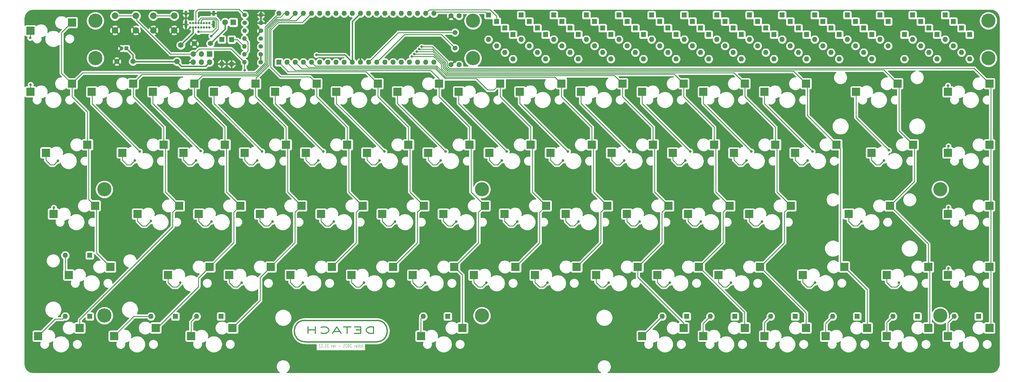
<source format=gbl>
G04 #@! TF.GenerationSoftware,KiCad,Pcbnew,(5.1.10)-1*
G04 #@! TF.CreationDate,2021-12-05T16:06:09-05:00*
G04 #@! TF.ProjectId,detach,64657461-6368-42e6-9b69-6361645f7063,rev?*
G04 #@! TF.SameCoordinates,Original*
G04 #@! TF.FileFunction,Copper,L2,Bot*
G04 #@! TF.FilePolarity,Positive*
%FSLAX46Y46*%
G04 Gerber Fmt 4.6, Leading zero omitted, Abs format (unit mm)*
G04 Created by KiCad (PCBNEW (5.1.10)-1) date 2021-12-05 16:06:09*
%MOMM*%
%LPD*%
G01*
G04 APERTURE LIST*
%ADD10C,0.125000*%
%ADD11C,0.350000*%
G04 #@! TA.AperFunction,EtchedComponent*
%ADD12C,0.400000*%
G04 #@! TD*
G04 #@! TA.AperFunction,SMDPad,CuDef*
%ADD13R,2.550000X2.500000*%
G04 #@! TD*
G04 #@! TA.AperFunction,ComponentPad*
%ADD14C,1.710000*%
G04 #@! TD*
G04 #@! TA.AperFunction,ComponentPad*
%ADD15O,1.600000X1.600000*%
G04 #@! TD*
G04 #@! TA.AperFunction,ComponentPad*
%ADD16R,1.600000X1.600000*%
G04 #@! TD*
G04 #@! TA.AperFunction,ComponentPad*
%ADD17C,4.400000*%
G04 #@! TD*
G04 #@! TA.AperFunction,ComponentPad*
%ADD18O,1.400000X1.400000*%
G04 #@! TD*
G04 #@! TA.AperFunction,ComponentPad*
%ADD19C,1.400000*%
G04 #@! TD*
G04 #@! TA.AperFunction,ComponentPad*
%ADD20C,1.200000*%
G04 #@! TD*
G04 #@! TA.AperFunction,ComponentPad*
%ADD21R,1.200000X1.200000*%
G04 #@! TD*
G04 #@! TA.AperFunction,ComponentPad*
%ADD22C,1.600000*%
G04 #@! TD*
G04 #@! TA.AperFunction,ComponentPad*
%ADD23C,1.500000*%
G04 #@! TD*
G04 #@! TA.AperFunction,ComponentPad*
%ADD24C,1.800000*%
G04 #@! TD*
G04 #@! TA.AperFunction,ComponentPad*
%ADD25R,1.800000X1.800000*%
G04 #@! TD*
G04 #@! TA.AperFunction,ComponentPad*
%ADD26O,1.700000X1.700000*%
G04 #@! TD*
G04 #@! TA.AperFunction,ComponentPad*
%ADD27R,1.700000X1.700000*%
G04 #@! TD*
G04 #@! TA.AperFunction,ComponentPad*
%ADD28C,2.000000*%
G04 #@! TD*
G04 #@! TA.AperFunction,ComponentPad*
%ADD29O,0.900000X1.700000*%
G04 #@! TD*
G04 #@! TA.AperFunction,ComponentPad*
%ADD30O,0.900000X2.400000*%
G04 #@! TD*
G04 #@! TA.AperFunction,ComponentPad*
%ADD31C,0.700000*%
G04 #@! TD*
G04 #@! TA.AperFunction,ViaPad*
%ADD32C,0.800000*%
G04 #@! TD*
G04 #@! TA.AperFunction,Conductor*
%ADD33C,0.381000*%
G04 #@! TD*
G04 #@! TA.AperFunction,Conductor*
%ADD34C,0.250000*%
G04 #@! TD*
G04 #@! TA.AperFunction,Conductor*
%ADD35C,0.254000*%
G04 #@! TD*
G04 #@! TA.AperFunction,Conductor*
%ADD36C,0.100000*%
G04 #@! TD*
G04 APERTURE END LIST*
D10*
X170509715Y-183390590D02*
X170581144Y-183342971D01*
X170616858Y-183247733D01*
X170616858Y-182390590D01*
X170116858Y-183390590D02*
X170188286Y-183342971D01*
X170224001Y-183295352D01*
X170259715Y-183200114D01*
X170259715Y-182914400D01*
X170224001Y-182819162D01*
X170188286Y-182771543D01*
X170116858Y-182723924D01*
X170009715Y-182723924D01*
X169938286Y-182771543D01*
X169902572Y-182819162D01*
X169866858Y-182914400D01*
X169866858Y-183200114D01*
X169902572Y-183295352D01*
X169938286Y-183342971D01*
X170009715Y-183390590D01*
X170116858Y-183390590D01*
X169652572Y-182723924D02*
X169366858Y-182723924D01*
X169545429Y-182390590D02*
X169545429Y-183247733D01*
X169509715Y-183342971D01*
X169438286Y-183390590D01*
X169366858Y-183390590D01*
X169116858Y-183390590D02*
X169116858Y-182723924D01*
X169116858Y-182390590D02*
X169152572Y-182438210D01*
X169116858Y-182485829D01*
X169081144Y-182438210D01*
X169116858Y-182390590D01*
X169116858Y-182485829D01*
X168474001Y-183342971D02*
X168545429Y-183390590D01*
X168688286Y-183390590D01*
X168759715Y-183342971D01*
X168795429Y-183247733D01*
X168795429Y-182866781D01*
X168759715Y-182771543D01*
X168688286Y-182723924D01*
X168545429Y-182723924D01*
X168474001Y-182771543D01*
X168438286Y-182866781D01*
X168438286Y-182962019D01*
X168795429Y-183057257D01*
X168116858Y-183390590D02*
X168116858Y-182723924D01*
X168116858Y-182914400D02*
X168081144Y-182819162D01*
X168045429Y-182771543D01*
X167974001Y-182723924D01*
X167902572Y-182723924D01*
X167116858Y-182485829D02*
X167081144Y-182438210D01*
X167009715Y-182390590D01*
X166831144Y-182390590D01*
X166759715Y-182438210D01*
X166724001Y-182485829D01*
X166688286Y-182581067D01*
X166688286Y-182676305D01*
X166724001Y-182819162D01*
X167152572Y-183390590D01*
X166688286Y-183390590D01*
X166224001Y-182390590D02*
X166152572Y-182390590D01*
X166081144Y-182438210D01*
X166045429Y-182485829D01*
X166009715Y-182581067D01*
X165974001Y-182771543D01*
X165974001Y-183009638D01*
X166009715Y-183200114D01*
X166045429Y-183295352D01*
X166081144Y-183342971D01*
X166152572Y-183390590D01*
X166224001Y-183390590D01*
X166295429Y-183342971D01*
X166331144Y-183295352D01*
X166366858Y-183200114D01*
X166402572Y-183009638D01*
X166402572Y-182771543D01*
X166366858Y-182581067D01*
X166331144Y-182485829D01*
X166295429Y-182438210D01*
X166224001Y-182390590D01*
X165688286Y-182485829D02*
X165652572Y-182438210D01*
X165581144Y-182390590D01*
X165402572Y-182390590D01*
X165331144Y-182438210D01*
X165295429Y-182485829D01*
X165259715Y-182581067D01*
X165259715Y-182676305D01*
X165295429Y-182819162D01*
X165724001Y-183390590D01*
X165259715Y-183390590D01*
X164545429Y-183390590D02*
X164974001Y-183390590D01*
X164759715Y-183390590D02*
X164759715Y-182390590D01*
X164831144Y-182533448D01*
X164902572Y-182628686D01*
X164974001Y-182676305D01*
X163652572Y-183009638D02*
X163081144Y-183009638D01*
X162152572Y-183390590D02*
X162152572Y-182723924D01*
X162152572Y-182914400D02*
X162116858Y-182819162D01*
X162081144Y-182771543D01*
X162009715Y-182723924D01*
X161938286Y-182723924D01*
X161402572Y-183342971D02*
X161474001Y-183390590D01*
X161616858Y-183390590D01*
X161688286Y-183342971D01*
X161724001Y-183247733D01*
X161724001Y-182866781D01*
X161688286Y-182771543D01*
X161616858Y-182723924D01*
X161474001Y-182723924D01*
X161402572Y-182771543D01*
X161366858Y-182866781D01*
X161366858Y-182962019D01*
X161724001Y-183057257D01*
X161116858Y-182723924D02*
X160938286Y-183390590D01*
X160759715Y-182723924D01*
X159938286Y-182485829D02*
X159902572Y-182438210D01*
X159831144Y-182390590D01*
X159652572Y-182390590D01*
X159581144Y-182438210D01*
X159545429Y-182485829D01*
X159509715Y-182581067D01*
X159509715Y-182676305D01*
X159545429Y-182819162D01*
X159974001Y-183390590D01*
X159509715Y-183390590D01*
X158795429Y-183390590D02*
X159224001Y-183390590D01*
X159009715Y-183390590D02*
X159009715Y-182390590D01*
X159081144Y-182533448D01*
X159152572Y-182628686D01*
X159224001Y-182676305D01*
X158474001Y-183295352D02*
X158438286Y-183342971D01*
X158474001Y-183390590D01*
X158509715Y-183342971D01*
X158474001Y-183295352D01*
X158474001Y-183390590D01*
X157724001Y-183390590D02*
X158152572Y-183390590D01*
X157938286Y-183390590D02*
X157938286Y-182390590D01*
X158009715Y-182533448D01*
X158081144Y-182628686D01*
X158152572Y-182676305D01*
X157438286Y-182485829D02*
X157402572Y-182438210D01*
X157331144Y-182390590D01*
X157152572Y-182390590D01*
X157081144Y-182438210D01*
X157045429Y-182485829D01*
X157009715Y-182581067D01*
X157009715Y-182676305D01*
X157045429Y-182819162D01*
X157474001Y-183390590D01*
X157009715Y-183390590D01*
D11*
X174021620Y-179016971D02*
X174021620Y-177016971D01*
X173069239Y-177016971D01*
X172497810Y-177112210D01*
X172116858Y-177302686D01*
X171926382Y-177493162D01*
X171735905Y-177874114D01*
X171735905Y-178159829D01*
X171926382Y-178540781D01*
X172116858Y-178731257D01*
X172497810Y-178921733D01*
X173069239Y-179016971D01*
X174021620Y-179016971D01*
X170021620Y-177969352D02*
X168688286Y-177969352D01*
X168116858Y-179016971D02*
X170021620Y-179016971D01*
X170021620Y-177016971D01*
X168116858Y-177016971D01*
X166974001Y-177016971D02*
X164688286Y-177016971D01*
X165831144Y-179016971D02*
X165831144Y-177016971D01*
X163545429Y-178445543D02*
X161640667Y-178445543D01*
X163926382Y-179016971D02*
X162593048Y-177016971D01*
X161259715Y-179016971D01*
X157640667Y-178826495D02*
X157831144Y-178921733D01*
X158402572Y-179016971D01*
X158783524Y-179016971D01*
X159354953Y-178921733D01*
X159735905Y-178731257D01*
X159926382Y-178540781D01*
X160116858Y-178159829D01*
X160116858Y-177874114D01*
X159926382Y-177493162D01*
X159735905Y-177302686D01*
X159354953Y-177112210D01*
X158783524Y-177016971D01*
X158402572Y-177016971D01*
X157831144Y-177112210D01*
X157640667Y-177207448D01*
X155926382Y-179016971D02*
X155926382Y-177016971D01*
X155926382Y-177969352D02*
X153640667Y-177969352D01*
X153640667Y-179016971D02*
X153640667Y-177016971D01*
D12*
X174961144Y-181632210D02*
X152661144Y-181632210D01*
X174941144Y-174952210D02*
X152661144Y-174952210D01*
X174971144Y-181632210D02*
G75*
G03*
X174971144Y-174952210I0J3340000D01*
G01*
X152671144Y-174952210D02*
G75*
G03*
X152671144Y-181632210I0J-3340000D01*
G01*
D13*
X365855250Y-139223750D03*
X352928250Y-141763750D03*
X199168250Y-158273750D03*
X186241250Y-160813750D03*
X132492750Y-139223750D03*
X119565750Y-141763750D03*
X294418250Y-158273750D03*
X281491250Y-160813750D03*
X275368250Y-158273750D03*
X262441250Y-160813750D03*
X201714000Y-177320000D03*
X188787000Y-179860000D03*
X130102000Y-177320000D03*
X117175000Y-179860000D03*
X106172000Y-177320000D03*
X93245000Y-179860000D03*
X82482000Y-177320000D03*
X69555000Y-179860000D03*
X320612000Y-158250000D03*
X307685000Y-160790000D03*
X289652000Y-177320000D03*
X276725000Y-179860000D03*
X270602000Y-177320000D03*
X257675000Y-179860000D03*
X227742250Y-139223750D03*
X214815250Y-141763750D03*
X208692250Y-139223750D03*
X195765250Y-141763750D03*
X170592250Y-139223750D03*
X157665250Y-141763750D03*
X92022000Y-158270000D03*
X79095000Y-160810000D03*
X334902000Y-139230000D03*
X321975000Y-141770000D03*
X87272000Y-139220000D03*
X74345000Y-141760000D03*
X342042000Y-120190000D03*
X329115000Y-122730000D03*
X84882000Y-120170000D03*
X71955000Y-122710000D03*
X337232000Y-101130000D03*
X324305000Y-103670000D03*
X270605250Y-101123750D03*
X257678250Y-103663750D03*
X127730250Y-120173750D03*
X114803250Y-122713750D03*
X251555250Y-101123750D03*
X238628250Y-103663750D03*
X137255250Y-101123750D03*
X124328250Y-103663750D03*
X308705250Y-101123750D03*
X295778250Y-103663750D03*
X146780250Y-120173750D03*
X133853250Y-122713750D03*
X80105250Y-101123750D03*
X67178250Y-103663750D03*
X99155250Y-101123750D03*
X86228250Y-103663750D03*
X118205250Y-101123750D03*
X105278250Y-103663750D03*
X156305250Y-101123750D03*
X143378250Y-103663750D03*
X175355250Y-101123750D03*
X162428250Y-103663750D03*
X194405250Y-101123750D03*
X181478250Y-103663750D03*
X213455250Y-101123750D03*
X200528250Y-103663750D03*
X232505250Y-101123750D03*
X219578250Y-103663750D03*
X289655250Y-101123750D03*
X276728250Y-103663750D03*
X365855250Y-101123750D03*
X352928250Y-103663750D03*
X108680250Y-120173750D03*
X95753250Y-122713750D03*
X165830250Y-120173750D03*
X152903250Y-122713750D03*
X184880250Y-120173750D03*
X171953250Y-122713750D03*
X203930250Y-120173750D03*
X191003250Y-122713750D03*
X222980250Y-120173750D03*
X210053250Y-122713750D03*
X242030250Y-120173750D03*
X229103250Y-122713750D03*
X261080250Y-120173750D03*
X248153250Y-122713750D03*
X280130250Y-120173750D03*
X267203250Y-122713750D03*
X299180250Y-120173750D03*
X286253250Y-122713750D03*
X318230250Y-120173750D03*
X305303250Y-122713750D03*
X365855250Y-120173750D03*
X352928250Y-122713750D03*
X113442750Y-139223750D03*
X100515750Y-141763750D03*
X151542750Y-139223750D03*
X138615750Y-141763750D03*
X189642250Y-139223750D03*
X176715250Y-141763750D03*
X246792250Y-139223750D03*
X233865250Y-141763750D03*
X265842250Y-139223750D03*
X252915250Y-141763750D03*
X284892250Y-139223750D03*
X271965250Y-141763750D03*
X303942250Y-139223750D03*
X291015250Y-141763750D03*
X122967750Y-158273750D03*
X110040750Y-160813750D03*
X142017750Y-158273750D03*
X129090750Y-160813750D03*
X161067750Y-158273750D03*
X148140750Y-160813750D03*
X180118250Y-158273750D03*
X167191250Y-160813750D03*
X218218250Y-158273750D03*
X205291250Y-160813750D03*
X237268250Y-158273750D03*
X224341250Y-160813750D03*
X256318250Y-158273750D03*
X243391250Y-160813750D03*
X346805250Y-158273750D03*
X333878250Y-160813750D03*
X365855250Y-158273750D03*
X352928250Y-160813750D03*
X327755250Y-177320000D03*
X314828250Y-179860000D03*
X346805250Y-177320000D03*
X333878250Y-179860000D03*
X365855250Y-177320000D03*
X352928250Y-179860000D03*
X308705528Y-177320000D03*
X295778528Y-179860000D03*
X80105250Y-82072000D03*
X67178250Y-84612000D03*
D14*
X113976000Y-89134000D03*
X112776000Y-94234000D03*
D15*
X354838000Y-173736000D03*
D16*
X362458000Y-173736000D03*
D15*
X335788000Y-173736000D03*
D16*
X343408000Y-173736000D03*
D15*
X316992000Y-173736000D03*
D16*
X324612000Y-173736000D03*
D15*
X297688000Y-173736000D03*
D16*
X305308000Y-173736000D03*
D15*
X278892000Y-173736000D03*
D16*
X286512000Y-173736000D03*
D15*
X263906000Y-173736000D03*
D16*
X271526000Y-173736000D03*
D15*
X189484000Y-173736000D03*
D16*
X197104000Y-173736000D03*
D15*
X118872000Y-173736000D03*
D16*
X126492000Y-173736000D03*
D15*
X104648000Y-173736000D03*
D16*
X112268000Y-173736000D03*
D15*
X77978000Y-173736000D03*
D16*
X85598000Y-173736000D03*
D15*
X77978000Y-154686000D03*
D16*
X85598000Y-154686000D03*
D17*
X207768000Y-173482000D03*
D18*
X133816316Y-92032665D03*
D19*
X138896316Y-92032665D03*
D18*
X133816316Y-89577332D03*
D19*
X138896316Y-89577332D03*
D18*
X133816316Y-87121999D03*
D19*
X138896316Y-87121999D03*
D18*
X133858000Y-84666666D03*
D19*
X138938000Y-84666666D03*
D18*
X138938000Y-79756000D03*
D19*
X133858000Y-79756000D03*
D18*
X138938000Y-82211333D03*
D19*
X133858000Y-82211333D03*
D18*
X133816316Y-94488000D03*
D19*
X138896316Y-94488000D03*
D20*
X95528000Y-90170000D03*
D21*
X97028000Y-90170000D03*
D22*
X118190000Y-88646000D03*
X123190000Y-88646000D03*
X94060000Y-94234000D03*
X99060000Y-94234000D03*
X198140000Y-80010000D03*
X200640000Y-80010000D03*
X198140000Y-95250000D03*
X200640000Y-95250000D03*
D23*
X199390000Y-85200000D03*
X199390000Y-90080000D03*
D24*
X127762000Y-82042000D03*
D25*
X130302000Y-82042000D03*
D26*
X117856000Y-94488000D03*
X117856000Y-91948000D03*
X120396000Y-94488000D03*
X120396000Y-91948000D03*
X122936000Y-94488000D03*
D27*
X122936000Y-91948000D03*
D15*
X144526000Y-79248000D03*
X192786000Y-94488000D03*
X147066000Y-79248000D03*
X190246000Y-94488000D03*
X149606000Y-79248000D03*
X187706000Y-94488000D03*
X152146000Y-79248000D03*
X185166000Y-94488000D03*
X154686000Y-79248000D03*
X182626000Y-94488000D03*
X157226000Y-79248000D03*
X180086000Y-94488000D03*
X159766000Y-79248000D03*
X177546000Y-94488000D03*
X162306000Y-79248000D03*
X175006000Y-94488000D03*
X164846000Y-79248000D03*
X172466000Y-94488000D03*
X167386000Y-79248000D03*
X169926000Y-94488000D03*
X169926000Y-79248000D03*
X167386000Y-94488000D03*
X172466000Y-79248000D03*
X164846000Y-94488000D03*
X175006000Y-79248000D03*
X162306000Y-94488000D03*
X177546000Y-79248000D03*
X159766000Y-94488000D03*
X180086000Y-79248000D03*
X157226000Y-94488000D03*
X182626000Y-79248000D03*
X154686000Y-94488000D03*
X185166000Y-79248000D03*
X152146000Y-94488000D03*
X187706000Y-79248000D03*
X149606000Y-94488000D03*
X190246000Y-79248000D03*
X147066000Y-94488000D03*
X192786000Y-79248000D03*
D16*
X144526000Y-94488000D03*
D15*
X339344000Y-93472000D03*
D16*
X339344000Y-85852000D03*
D15*
X222504000Y-89376000D03*
D16*
X222504000Y-81756000D03*
D15*
X225044000Y-91440000D03*
D16*
X225044000Y-83820000D03*
D15*
X227584000Y-93472000D03*
D16*
X227584000Y-85852000D03*
D15*
X214884000Y-91440000D03*
D16*
X214884000Y-83820000D03*
D15*
X212344000Y-89376000D03*
D16*
X212344000Y-81756000D03*
D15*
X217424000Y-93472000D03*
D16*
X217424000Y-85852000D03*
D15*
X219964000Y-87376000D03*
D16*
X219964000Y-79756000D03*
D15*
X230124000Y-87376000D03*
D16*
X230124000Y-79756000D03*
D15*
X240284000Y-87376000D03*
D16*
X240284000Y-79756000D03*
D15*
X232664000Y-89376000D03*
D16*
X232664000Y-81756000D03*
D15*
X242824000Y-89376000D03*
D16*
X242824000Y-81756000D03*
D15*
X235204000Y-91440000D03*
D16*
X235204000Y-83820000D03*
D15*
X237744000Y-93472000D03*
D16*
X237744000Y-85852000D03*
D15*
X209804000Y-87376000D03*
D16*
X209804000Y-79756000D03*
D15*
X250444000Y-87376000D03*
D16*
X250444000Y-79756000D03*
D15*
X260604000Y-87376000D03*
D16*
X260604000Y-79756000D03*
D15*
X270764000Y-87376000D03*
D16*
X270764000Y-79756000D03*
D15*
X280924000Y-87376000D03*
D16*
X280924000Y-79756000D03*
D15*
X291084000Y-87376000D03*
D16*
X291084000Y-79756000D03*
D15*
X301282736Y-87376000D03*
D16*
X301282736Y-79756000D03*
D15*
X311404000Y-87376000D03*
D16*
X311404000Y-79756000D03*
D15*
X321564000Y-87376000D03*
D16*
X321564000Y-79756000D03*
D15*
X331724000Y-87376000D03*
D16*
X331724000Y-79756000D03*
D15*
X341884000Y-87376000D03*
D16*
X341884000Y-79756000D03*
D15*
X352044000Y-87376000D03*
D16*
X352044000Y-79756000D03*
D15*
X252984000Y-89376000D03*
D16*
X252984000Y-81756000D03*
D15*
X263144000Y-89376000D03*
D16*
X263144000Y-81756000D03*
D15*
X273304000Y-89376000D03*
D16*
X273304000Y-81756000D03*
D15*
X283464000Y-89376000D03*
D16*
X283464000Y-81756000D03*
D15*
X293624000Y-89376000D03*
D16*
X293624000Y-81756000D03*
D15*
X303784000Y-89376000D03*
D16*
X303784000Y-81756000D03*
D15*
X313944000Y-89376000D03*
D16*
X313944000Y-81756000D03*
D15*
X324104000Y-89376000D03*
D16*
X324104000Y-81756000D03*
D15*
X334264000Y-89376000D03*
D16*
X334264000Y-81756000D03*
D15*
X344424000Y-89376000D03*
D16*
X344424000Y-81756000D03*
D15*
X354584000Y-89376000D03*
D16*
X354584000Y-81756000D03*
D15*
X245364000Y-91440000D03*
D16*
X245364000Y-83820000D03*
D15*
X255524000Y-91440000D03*
D16*
X255524000Y-83820000D03*
D15*
X265684000Y-91440000D03*
D16*
X265684000Y-83820000D03*
D15*
X275844000Y-91440000D03*
D16*
X275844000Y-83820000D03*
D15*
X286004000Y-91440000D03*
D16*
X286004000Y-83820000D03*
D15*
X296164000Y-91440000D03*
D16*
X296164000Y-83820000D03*
D15*
X306324000Y-91440000D03*
D16*
X306324000Y-83820000D03*
D15*
X316484000Y-91440000D03*
D16*
X316484000Y-83820000D03*
D15*
X326644000Y-91440000D03*
D16*
X326644000Y-83820000D03*
D15*
X346964000Y-91440000D03*
D16*
X346964000Y-83820000D03*
D15*
X357124000Y-91440000D03*
D16*
X357124000Y-83820000D03*
D15*
X247904000Y-93472000D03*
D16*
X247904000Y-85852000D03*
D15*
X258064000Y-93472000D03*
D16*
X258064000Y-85852000D03*
D15*
X268224000Y-93472000D03*
D16*
X268224000Y-85852000D03*
D15*
X278384000Y-93472000D03*
D16*
X278384000Y-85852000D03*
D15*
X288544000Y-93472000D03*
D16*
X288544000Y-85852000D03*
D15*
X298704000Y-93472000D03*
D16*
X298704000Y-85852000D03*
D15*
X308864000Y-93472000D03*
D16*
X308864000Y-85852000D03*
D15*
X319024000Y-93472000D03*
D16*
X319024000Y-85852000D03*
D15*
X329184000Y-93472000D03*
D16*
X329184000Y-85852000D03*
D15*
X349504000Y-93472000D03*
D16*
X349504000Y-85852000D03*
D15*
X359664000Y-93472000D03*
D16*
X359664000Y-85852000D03*
D15*
X126746000Y-94996000D03*
D16*
X126746000Y-87376000D03*
D15*
X129794000Y-95006196D03*
D16*
X129794000Y-87386196D03*
D28*
X111910000Y-80006000D03*
X111910000Y-84506000D03*
X105410000Y-80006000D03*
X105410000Y-84506000D03*
X99972000Y-80010000D03*
X99972000Y-84510000D03*
X93472000Y-80010000D03*
X93472000Y-84510000D03*
D29*
X115552000Y-79220000D03*
X124202000Y-79220000D03*
D30*
X115552000Y-82600000D03*
X124202000Y-82600000D03*
D31*
X119452000Y-82230000D03*
X116902000Y-82230000D03*
X117752000Y-82230000D03*
X118602000Y-82230000D03*
X122852000Y-82230000D03*
X121152000Y-82230000D03*
X120302000Y-82230000D03*
X122002000Y-82230000D03*
X116902000Y-83580000D03*
X117752000Y-83580000D03*
X118602000Y-83580000D03*
X119452000Y-83580000D03*
X120302000Y-83580000D03*
X121152000Y-83580000D03*
X122002000Y-83580000D03*
X122852000Y-83580000D03*
D17*
X365506000Y-93218000D03*
X365506000Y-81534000D03*
X204978000Y-93218000D03*
X87376000Y-81534000D03*
X87376000Y-93218000D03*
X204978000Y-81534000D03*
X90170000Y-134112000D03*
X207768000Y-134112000D03*
X350520000Y-134112000D03*
X350520000Y-173482000D03*
X90170000Y-173482000D03*
D32*
X319024000Y-89916000D03*
X288544000Y-89916000D03*
X217424000Y-89916000D03*
X227584000Y-89916000D03*
X365582309Y-84836000D03*
X298704000Y-89916000D03*
X258064000Y-89916000D03*
X308864000Y-89916000D03*
X278384000Y-89916000D03*
X268224000Y-89916000D03*
X247904000Y-89916000D03*
X237744000Y-89916000D03*
X329184000Y-89916000D03*
X339344000Y-89916000D03*
X349504000Y-89916000D03*
X122174000Y-120142000D03*
X293370000Y-120142000D03*
X274320000Y-120142000D03*
X140970000Y-120142000D03*
X160020000Y-120142000D03*
X179070000Y-120142000D03*
X198120000Y-120142000D03*
X217170000Y-120142000D03*
X236220000Y-120142000D03*
X255270000Y-120142000D03*
X204470000Y-106680000D03*
X223520000Y-106680000D03*
X242570000Y-106680000D03*
X261620000Y-106680000D03*
X280670000Y-106680000D03*
X101181782Y-122263740D03*
X120142004Y-122174004D03*
X139281749Y-122263749D03*
X158331789Y-122263755D03*
X177381698Y-122263726D03*
X196431731Y-122263731D03*
X215481740Y-122263739D03*
X234531740Y-122263726D03*
X253656260Y-122263740D03*
X272631739Y-122263737D03*
X291681743Y-122263743D03*
X310731738Y-122263738D03*
X334518000Y-121920000D03*
X352928250Y-101722250D03*
X67190626Y-101465374D03*
X99694001Y-125094001D03*
X118744001Y-125094001D03*
X137794001Y-125094001D03*
X156844001Y-125094001D03*
X175894001Y-125094001D03*
X194944001Y-125094001D03*
X213994001Y-125094001D03*
X233044001Y-125094001D03*
X252094001Y-125094001D03*
X271144001Y-125094001D03*
X290194001Y-125094001D03*
X309244001Y-125094001D03*
X332994004Y-125094001D03*
X353060000Y-120650000D03*
X75691001Y-125221001D03*
X104647011Y-144017001D03*
X123570001Y-144144001D03*
X142620001Y-144144001D03*
X161670001Y-144144001D03*
X180720001Y-144144001D03*
X199770001Y-144144001D03*
X218820001Y-144144001D03*
X237870001Y-144144001D03*
X256920001Y-144144001D03*
X275970001Y-144144001D03*
X295020001Y-144144001D03*
X326007998Y-144143998D03*
X353060000Y-139700000D03*
X74422000Y-139806070D03*
X113792000Y-163194001D03*
X132968001Y-163194001D03*
X152018001Y-163194001D03*
X171068001Y-163194001D03*
X190118001Y-163194001D03*
X209168001Y-163194001D03*
X228218001Y-163194001D03*
X247268001Y-163194001D03*
X266318001Y-163194001D03*
X285368001Y-163194001D03*
X311530001Y-163194001D03*
X337692001Y-163194001D03*
X353060000Y-158750000D03*
X185928000Y-92709984D03*
X186690000Y-91948000D03*
X187451984Y-91186000D03*
X188214000Y-90424000D03*
X188976000Y-89662000D03*
X133857960Y-97028000D03*
X156210000Y-92202000D03*
X119463000Y-85007008D03*
X67056000Y-86868000D03*
X123444000Y-86360000D03*
D33*
X117752000Y-85286000D02*
X113884000Y-89154000D01*
X117752000Y-83580000D02*
X117752000Y-85286000D01*
D34*
X192786000Y-79248000D02*
X193279001Y-78754999D01*
X208802999Y-78754999D02*
X209804000Y-79756000D01*
X193279001Y-78754999D02*
X208802999Y-78754999D01*
X86360000Y-103632000D02*
X86360000Y-107441958D01*
X86360000Y-107441958D02*
X100781783Y-121863741D01*
X100781783Y-121863741D02*
X101181782Y-122263740D01*
X105278250Y-107310250D02*
X120142004Y-122174004D01*
X105278250Y-103663750D02*
X105278250Y-107310250D01*
X124328250Y-107310250D02*
X128016000Y-110998000D01*
X124328250Y-103663750D02*
X124328250Y-107310250D01*
X127603250Y-110585250D02*
X128016000Y-110998000D01*
X128016000Y-110998000D02*
X139281749Y-122263749D01*
X143378250Y-107310216D02*
X158331789Y-122263755D01*
X143378250Y-103663750D02*
X143378250Y-107310216D01*
X162428250Y-107310268D02*
X162428250Y-103663750D01*
X165861991Y-110744009D02*
X162428250Y-107310268D01*
X165703250Y-110585268D02*
X165861991Y-110744009D01*
X177381708Y-122263726D02*
X177381698Y-122263726D01*
X165861991Y-110744009D02*
X177381708Y-122263726D01*
X181478250Y-103663750D02*
X181478250Y-107310250D01*
X181478250Y-107310250D02*
X196431731Y-122263731D01*
X200528250Y-103663750D02*
X200528250Y-107310249D01*
X200528250Y-107310249D02*
X215481740Y-122263739D01*
X219578250Y-103663750D02*
X219578250Y-107310236D01*
X219578250Y-107310236D02*
X234531740Y-122263726D01*
X238628250Y-103663750D02*
X238628250Y-107235730D01*
X253188331Y-121919998D02*
X253188333Y-121920000D01*
X238628250Y-107235730D02*
X253656260Y-122263740D01*
X257678250Y-103663750D02*
X257678250Y-107310248D01*
X257678250Y-107310248D02*
X272631739Y-122263737D01*
X276728250Y-107310250D02*
X291681743Y-122263743D01*
X276728250Y-103663750D02*
X276728250Y-107310250D01*
X295778250Y-103663750D02*
X295778250Y-107310250D01*
X295778250Y-107310250D02*
X310731738Y-122263738D01*
X324305000Y-111707000D02*
X324305000Y-103670000D01*
X334518000Y-121920000D02*
X324305000Y-111707000D01*
X352928250Y-101722250D02*
X352928250Y-101722250D01*
X352928250Y-103663750D02*
X352928250Y-101722250D01*
X67178250Y-101477750D02*
X67178250Y-103663750D01*
X67190626Y-101465374D02*
X67190626Y-101465374D01*
X67190626Y-101465374D02*
X67178250Y-101477750D01*
X190246000Y-79248000D02*
X191371001Y-78122999D01*
X191371001Y-78122999D02*
X210329999Y-78122999D01*
X210329999Y-78122999D02*
X212344000Y-80137000D01*
X212344000Y-80137000D02*
X212344000Y-81756000D01*
X95753250Y-124963250D02*
X95758000Y-124968000D01*
X98334251Y-126453751D02*
X97243751Y-126453751D01*
X99694001Y-125094001D02*
X98334251Y-126453751D01*
X97243751Y-126453751D02*
X95758000Y-124968000D01*
X95758000Y-124968000D02*
X95758000Y-122718500D01*
X116293751Y-126453751D02*
X114808000Y-124968000D01*
X117384251Y-126453751D02*
X116293751Y-126453751D01*
X118744001Y-125094001D02*
X117384251Y-126453751D01*
X114808000Y-122718500D02*
X114803250Y-122713750D01*
X114808000Y-124968000D02*
X114808000Y-122718500D01*
X134658249Y-125768249D02*
X133858000Y-124968000D01*
X134658249Y-125829751D02*
X134658249Y-125768249D01*
X135282249Y-126453751D02*
X134658249Y-125829751D01*
X136436249Y-126453751D02*
X135282249Y-126453751D01*
X133858000Y-124968000D02*
X133858000Y-122718500D01*
X137794001Y-125095999D02*
X136436249Y-126453751D01*
X137794001Y-125094001D02*
X137794001Y-125095999D01*
X152908000Y-124968000D02*
X152908000Y-122718500D01*
X154393751Y-126453751D02*
X152908000Y-124968000D01*
X155484251Y-126453751D02*
X154393751Y-126453751D01*
X156844001Y-125094001D02*
X155484251Y-126453751D01*
X175894001Y-125094001D02*
X175894001Y-125095999D01*
X175894001Y-125095999D02*
X174536249Y-126453751D01*
X174536249Y-126453751D02*
X173443751Y-126453751D01*
X173443751Y-126453751D02*
X171958000Y-124968000D01*
X171958000Y-124968000D02*
X171958000Y-122718500D01*
X194944001Y-125094001D02*
X193584251Y-126453751D01*
X192493751Y-126453751D02*
X191008000Y-124968000D01*
X193584251Y-126453751D02*
X192493751Y-126453751D01*
X191008000Y-124968000D02*
X191008000Y-122718500D01*
X213994001Y-125094001D02*
X212634251Y-126453751D01*
X211543751Y-126453751D02*
X210058000Y-124968000D01*
X212634251Y-126453751D02*
X211543751Y-126453751D01*
X210058000Y-124968000D02*
X210058000Y-122718500D01*
X233044001Y-125094001D02*
X231684251Y-126453751D01*
X230593751Y-126453751D02*
X229108000Y-124968000D01*
X231684251Y-126453751D02*
X230593751Y-126453751D01*
X229108000Y-124968000D02*
X229108000Y-122718500D01*
X252094001Y-125094001D02*
X250734251Y-126453751D01*
X248158000Y-124968000D02*
X248158000Y-122718500D01*
X250734251Y-126453751D02*
X249643751Y-126453751D01*
X249643751Y-126453751D02*
X248158000Y-124968000D01*
X271144001Y-125094001D02*
X269784251Y-126453751D01*
X268693751Y-126453751D02*
X267208000Y-124968000D01*
X269784251Y-126453751D02*
X268693751Y-126453751D01*
X267208000Y-124968000D02*
X267208000Y-122718500D01*
X286258000Y-124968000D02*
X286258000Y-122718500D01*
X287743751Y-126453751D02*
X286258000Y-124968000D01*
X288834251Y-126453751D02*
X287743751Y-126453751D01*
X290194001Y-125094001D02*
X288834251Y-126453751D01*
X309244001Y-125094001D02*
X307884251Y-126453751D01*
X305308000Y-124968000D02*
X305308000Y-122718500D01*
X307884251Y-126453751D02*
X306793751Y-126453751D01*
X306793751Y-126453751D02*
X305308000Y-124968000D01*
X329115000Y-122730000D02*
X329115000Y-125041002D01*
X329115000Y-125041002D02*
X330543999Y-126470001D01*
X330543999Y-126470001D02*
X331618004Y-126470001D01*
X331618004Y-126470001D02*
X332994004Y-125094001D01*
X352928250Y-122713750D02*
X352928250Y-120781750D01*
X352928250Y-120781750D02*
X353060000Y-120650000D01*
X71882000Y-122682000D02*
X71877250Y-122686750D01*
X73383999Y-126450001D02*
X74462001Y-126450001D01*
X71955000Y-125021002D02*
X73383999Y-126450001D01*
X71955000Y-122710000D02*
X71955000Y-125021002D01*
X74462001Y-126450001D02*
X75691001Y-125221001D01*
X100584000Y-141732000D02*
X100584000Y-141768500D01*
X100515750Y-141763750D02*
X100515750Y-144074752D01*
X100515750Y-144074752D02*
X101944749Y-145503751D01*
X101944749Y-145503751D02*
X103160261Y-145503751D01*
X103160261Y-145503751D02*
X104647011Y-144017001D01*
X119565750Y-144074752D02*
X119565750Y-141763750D01*
X120994749Y-145503751D02*
X119565750Y-144074752D01*
X122210251Y-145503751D02*
X120994749Y-145503751D01*
X123570001Y-144144001D02*
X122210251Y-145503751D01*
X138615750Y-144074752D02*
X138615750Y-141763750D01*
X140044749Y-145503751D02*
X138615750Y-144074752D01*
X141260251Y-145503751D02*
X140044749Y-145503751D01*
X142620001Y-144144001D02*
X141260251Y-145503751D01*
X161670001Y-144144001D02*
X160310251Y-145503751D01*
X160310251Y-145503751D02*
X159094249Y-145503751D01*
X159094249Y-145503751D02*
X157665250Y-144074752D01*
X157665250Y-144074752D02*
X157665250Y-141763750D01*
X176715250Y-141763750D02*
X176715250Y-144074752D01*
X176715250Y-144074752D02*
X178144249Y-145503751D01*
X178144249Y-145503751D02*
X179360251Y-145503751D01*
X179360251Y-145503751D02*
X180720001Y-144144001D01*
X198410251Y-145503751D02*
X199770001Y-144144001D01*
X197194249Y-145503751D02*
X198410251Y-145503751D01*
X195765250Y-144074752D02*
X197194249Y-145503751D01*
X195765250Y-141763750D02*
X195765250Y-144074752D01*
X214815250Y-144074752D02*
X214815250Y-141763750D01*
X216244249Y-145503751D02*
X214815250Y-144074752D01*
X217460251Y-145503751D02*
X216244249Y-145503751D01*
X218820001Y-144144001D02*
X217460251Y-145503751D01*
X233865250Y-141763750D02*
X233865250Y-144074752D01*
X233865250Y-144074752D02*
X235294249Y-145503751D01*
X235294249Y-145503751D02*
X236510251Y-145503751D01*
X236510251Y-145503751D02*
X237870001Y-144144001D01*
X252915250Y-141763750D02*
X252915250Y-144074752D01*
X252915250Y-144074752D02*
X254344249Y-145503751D01*
X254344249Y-145503751D02*
X255560251Y-145503751D01*
X255560251Y-145503751D02*
X256920001Y-144144001D01*
X273394249Y-145503751D02*
X274610251Y-145503751D01*
X274610251Y-145503751D02*
X275970001Y-144144001D01*
X271965250Y-144074752D02*
X273394249Y-145503751D01*
X271965250Y-141763750D02*
X271965250Y-144074752D01*
X293660251Y-145503751D02*
X295020001Y-144144001D01*
X292444249Y-145503751D02*
X293660251Y-145503751D01*
X291015250Y-144074752D02*
X292444249Y-145503751D01*
X291015250Y-141763750D02*
X291015250Y-144074752D01*
X322072000Y-141986000D02*
X322072000Y-141768500D01*
X324641995Y-145510001D02*
X326007998Y-144143998D01*
X321975000Y-144081002D02*
X323403999Y-145510001D01*
X323403999Y-145510001D02*
X324641995Y-145510001D01*
X321975000Y-141770000D02*
X321975000Y-144081002D01*
X352928250Y-139831750D02*
X353060000Y-139700000D01*
X352928250Y-141763750D02*
X352928250Y-139831750D01*
X74345000Y-141760000D02*
X74345000Y-139883070D01*
X74345000Y-139883070D02*
X74422000Y-139806070D01*
X113792000Y-163576000D02*
X113792000Y-163194001D01*
X112814249Y-164553751D02*
X113792000Y-163576000D01*
X111469749Y-164553751D02*
X112814249Y-164553751D01*
X110040750Y-163124752D02*
X111469749Y-164553751D01*
X110040750Y-160813750D02*
X110040750Y-163124752D01*
X129090750Y-163124752D02*
X129090750Y-160813750D01*
X130519749Y-164553751D02*
X129090750Y-163124752D01*
X131608251Y-164553751D02*
X130519749Y-164553751D01*
X132968001Y-163194001D02*
X131608251Y-164553751D01*
X152018001Y-163194001D02*
X150658251Y-164553751D01*
X150658251Y-164553751D02*
X149569749Y-164553751D01*
X149569749Y-164553751D02*
X148140750Y-163124752D01*
X148140750Y-163124752D02*
X148140750Y-160813750D01*
X171068001Y-163194001D02*
X169708251Y-164553751D01*
X168620249Y-164553751D02*
X167191250Y-163124752D01*
X169708251Y-164553751D02*
X168620249Y-164553751D01*
X167191250Y-163124752D02*
X167191250Y-160813750D01*
X190118001Y-163194001D02*
X188758251Y-164553751D01*
X188758251Y-164553751D02*
X187670249Y-164553751D01*
X187670249Y-164553751D02*
X186241250Y-163124752D01*
X186241250Y-163124752D02*
X186241250Y-160813750D01*
X205291250Y-163124752D02*
X205291250Y-160813750D01*
X206720249Y-164553751D02*
X205291250Y-163124752D01*
X207808251Y-164553751D02*
X206720249Y-164553751D01*
X209168001Y-163194001D02*
X207808251Y-164553751D01*
X224341250Y-163124752D02*
X224341250Y-160813750D01*
X225770249Y-164553751D02*
X224341250Y-163124752D01*
X226858251Y-164553751D02*
X225770249Y-164553751D01*
X228218001Y-163194001D02*
X226858251Y-164553751D01*
X243391250Y-163124752D02*
X243391250Y-160813750D01*
X244820249Y-164553751D02*
X243391250Y-163124752D01*
X245908251Y-164553751D02*
X244820249Y-164553751D01*
X247268001Y-163194001D02*
X245908251Y-164553751D01*
X262441250Y-163124752D02*
X262441250Y-160813750D01*
X263870249Y-164553751D02*
X262441250Y-163124752D01*
X264958251Y-164553751D02*
X263870249Y-164553751D01*
X266318001Y-163194001D02*
X264958251Y-164553751D01*
X281491250Y-163124752D02*
X281491250Y-160813750D01*
X282920249Y-164553751D02*
X281491250Y-163124752D01*
X284008251Y-164553751D02*
X282920249Y-164553751D01*
X285368001Y-163194001D02*
X284008251Y-164553751D01*
X311530001Y-163194001D02*
X310194001Y-164530001D01*
X310194001Y-164530001D02*
X309113999Y-164530001D01*
X309113999Y-164530001D02*
X307685000Y-163101002D01*
X307685000Y-163101002D02*
X307685000Y-160790000D01*
X333878250Y-163124752D02*
X333878250Y-160813750D01*
X335307249Y-164553751D02*
X333878250Y-163124752D01*
X336897936Y-164553751D02*
X335307249Y-164553751D01*
X337692001Y-163759686D02*
X336897936Y-164553751D01*
X337692001Y-163194001D02*
X337692001Y-163759686D01*
X352928250Y-158881750D02*
X353060000Y-158750000D01*
X352928250Y-160813750D02*
X352928250Y-158881750D01*
X79980000Y-82072000D02*
X80105250Y-82072000D01*
X76803250Y-85248750D02*
X79980000Y-82072000D01*
X76803250Y-97885250D02*
X76803250Y-85248750D01*
X80010000Y-101092000D02*
X76803250Y-97885250D01*
X80105250Y-101187250D02*
X80105250Y-101123750D01*
X137028767Y-97790000D02*
X137362800Y-97455967D01*
X140208000Y-83566000D02*
X144526000Y-79248000D01*
X83439000Y-97790000D02*
X137028767Y-97790000D01*
X80137000Y-101092000D02*
X83439000Y-97790000D01*
X137362800Y-97455967D02*
X137445350Y-97455967D01*
X137445350Y-97455967D02*
X140208000Y-94693317D01*
X140208000Y-94693317D02*
X140208000Y-83566000D01*
X84882000Y-109966498D02*
X84882000Y-120170000D01*
X80105250Y-105189748D02*
X84882000Y-109966498D01*
X80105250Y-101123750D02*
X80105250Y-105189748D01*
X85320001Y-137268001D02*
X87272000Y-139220000D01*
X85320001Y-120608001D02*
X85320001Y-137268001D01*
X84882000Y-120170000D02*
X85320001Y-120608001D01*
X87710001Y-153958001D02*
X92022000Y-158270000D01*
X87710001Y-139658001D02*
X87710001Y-153958001D01*
X87272000Y-139220000D02*
X87710001Y-139658001D01*
X144037409Y-80373001D02*
X145066001Y-80373001D01*
X146191002Y-79248000D02*
X147066000Y-79248000D01*
X101911991Y-98240009D02*
X137297718Y-98240009D01*
X140658012Y-83752398D02*
X144037409Y-80373001D01*
X137297718Y-98240009D02*
X140658010Y-94879717D01*
X145066001Y-80373001D02*
X146191002Y-79248000D01*
X140658010Y-94879717D02*
X140658012Y-83752398D01*
X99822000Y-100330000D02*
X101911991Y-98240009D01*
X108902500Y-120396000D02*
X108680250Y-120173750D01*
X108966000Y-120396000D02*
X108902500Y-120396000D01*
X108680250Y-114714748D02*
X108680250Y-117856000D01*
X99155250Y-105189748D02*
X108680250Y-114714748D01*
X99155250Y-101123750D02*
X99155250Y-105189748D01*
X108680250Y-117856000D02*
X108680250Y-120173750D01*
X109118251Y-134899251D02*
X113442750Y-139223750D01*
X109118251Y-120611751D02*
X109118251Y-134899251D01*
X108680250Y-120173750D02*
X109118251Y-120611751D01*
X82482000Y-174737522D02*
X82482000Y-177320000D01*
X111480749Y-145738773D02*
X82482000Y-174737522D01*
X111480749Y-141185751D02*
X111480749Y-145738773D01*
X113442750Y-139223750D02*
X111480749Y-141185751D01*
X118205250Y-101123750D02*
X118643251Y-101561751D01*
X143962831Y-81083988D02*
X147770012Y-81083988D01*
X118205250Y-101123750D02*
X120638979Y-98690021D01*
X120638979Y-98690021D02*
X137484116Y-98690021D01*
X137484116Y-98690021D02*
X141108021Y-95066116D01*
X141108021Y-83938797D02*
X143962831Y-81083988D01*
X147770012Y-81083988D02*
X149606000Y-79248000D01*
X141108021Y-95066116D02*
X141108021Y-83938797D01*
X127730250Y-114714748D02*
X127730250Y-120173750D01*
X118205250Y-105189748D02*
X127730250Y-114714748D01*
X118205250Y-101123750D02*
X118205250Y-105189748D01*
X128168251Y-134899251D02*
X132492750Y-139223750D01*
X128168251Y-120611751D02*
X128168251Y-134899251D01*
X127730250Y-120173750D02*
X128168251Y-120611751D01*
X130530749Y-150710751D02*
X122967750Y-158273750D01*
X130530749Y-141185751D02*
X130530749Y-150710751D01*
X132492750Y-139223750D02*
X130530749Y-141185751D01*
X119450751Y-164469751D02*
X106600502Y-177320000D01*
X119450751Y-161790749D02*
X119450751Y-164469751D01*
X106600502Y-177320000D02*
X106172000Y-177320000D01*
X122967750Y-158273750D02*
X119450751Y-161790749D01*
X137414000Y-99396547D02*
X137414000Y-100965000D01*
X141558030Y-95252517D02*
X137414000Y-99396547D01*
X141558032Y-93518968D02*
X141558030Y-95252517D01*
X141558032Y-84125197D02*
X141558032Y-93518968D01*
X144149231Y-81533999D02*
X141558032Y-84125197D01*
X137414000Y-100965000D02*
X137255250Y-101123750D01*
X149860001Y-81533999D02*
X144149231Y-81533999D01*
X152146000Y-79248000D02*
X149860001Y-81533999D01*
X146780250Y-114714748D02*
X146780250Y-120173750D01*
X137255250Y-105189748D02*
X146780250Y-114714748D01*
X137255250Y-101123750D02*
X137255250Y-105189748D01*
X147218251Y-134899251D02*
X151542750Y-139223750D01*
X147218251Y-120611751D02*
X147218251Y-134899251D01*
X146780250Y-120173750D02*
X147218251Y-120611751D01*
X149580749Y-150710751D02*
X142017750Y-158273750D01*
X149580749Y-141185751D02*
X149580749Y-150710751D01*
X151542750Y-139223750D02*
X149580749Y-141185751D01*
X138684000Y-161607500D02*
X138684000Y-168738000D01*
X138684000Y-168738000D02*
X130102000Y-177320000D01*
X142017750Y-158273750D02*
X138684000Y-161607500D01*
X165830250Y-114714748D02*
X165830250Y-120173750D01*
X156305250Y-105189748D02*
X165830250Y-114714748D01*
X156305250Y-101123750D02*
X156305250Y-105189748D01*
X166268251Y-134899751D02*
X170592250Y-139223750D01*
X166268251Y-120611751D02*
X166268251Y-134899751D01*
X165830250Y-120173750D02*
X166268251Y-120611751D01*
X168630249Y-150711251D02*
X161067750Y-158273750D01*
X168630249Y-141185751D02*
X168630249Y-150711251D01*
X170592250Y-139223750D02*
X168630249Y-141185751D01*
X154241500Y-99060000D02*
X156305250Y-101123750D01*
X142008043Y-96034043D02*
X145034000Y-99060000D01*
X142008043Y-84311597D02*
X142008043Y-96034043D01*
X144335630Y-81984010D02*
X142008043Y-84311597D01*
X145034000Y-99060000D02*
X154241500Y-99060000D01*
X151949990Y-81984010D02*
X144335630Y-81984010D01*
X154686000Y-79248000D02*
X151949990Y-81984010D01*
X184880250Y-114714748D02*
X184880250Y-120173750D01*
X175355250Y-105189748D02*
X184880250Y-114714748D01*
X175355250Y-101123750D02*
X175355250Y-105189748D01*
X185318251Y-134899751D02*
X189642250Y-139223750D01*
X185318251Y-120611751D02*
X185318251Y-134899751D01*
X184880250Y-120173750D02*
X185318251Y-120611751D01*
X187680249Y-150711751D02*
X180118250Y-158273750D01*
X187680249Y-141185751D02*
X187680249Y-150711751D01*
X189642250Y-139223750D02*
X187680249Y-141185751D01*
X147458020Y-97420020D02*
X144526000Y-94488000D01*
X171651520Y-97420020D02*
X147458020Y-97420020D01*
X175355250Y-101123750D02*
X171651520Y-97420020D01*
X203930250Y-114714748D02*
X203930250Y-120173750D01*
X194405250Y-105189748D02*
X203930250Y-114714748D01*
X194405250Y-101123750D02*
X194405250Y-105189748D01*
X204368251Y-120611751D02*
X204368251Y-134899751D01*
X204368251Y-134899751D02*
X208692250Y-139223750D01*
X203930250Y-120173750D02*
X204368251Y-120611751D01*
X206730249Y-150711751D02*
X199168250Y-158273750D01*
X206730249Y-141185751D02*
X206730249Y-150711751D01*
X208692250Y-139223750D02*
X206730249Y-141185751D01*
X201714000Y-160819500D02*
X201714000Y-177320000D01*
X199168250Y-158273750D02*
X201714000Y-160819500D01*
X194405250Y-99623750D02*
X194405250Y-101123750D01*
X149548009Y-96970009D02*
X191751509Y-96970009D01*
X191751509Y-96970009D02*
X194405250Y-99623750D01*
X147066000Y-94488000D02*
X149548009Y-96970009D01*
X222980250Y-114714748D02*
X222980250Y-120173750D01*
X213455250Y-105189748D02*
X222980250Y-114714748D01*
X213455250Y-101123750D02*
X213455250Y-105189748D01*
X223418251Y-134899751D02*
X227742250Y-139223750D01*
X223418251Y-120611751D02*
X223418251Y-134899751D01*
X222980250Y-120173750D02*
X223418251Y-120611751D01*
X225780249Y-150711751D02*
X218218250Y-158273750D01*
X225780249Y-141185751D02*
X225780249Y-150711751D01*
X227742250Y-139223750D02*
X225780249Y-141185751D01*
X211455000Y-103124000D02*
X213455250Y-101123750D01*
X205994000Y-99568000D02*
X209550000Y-103124000D01*
X196338127Y-99568000D02*
X205994000Y-99568000D01*
X193290127Y-96520000D02*
X196338127Y-99568000D01*
X209550000Y-103124000D02*
X211455000Y-103124000D01*
X151638000Y-96520000D02*
X193290127Y-96520000D01*
X149606000Y-94488000D02*
X151638000Y-96520000D01*
X242030250Y-114714748D02*
X242030250Y-120173750D01*
X232505250Y-105189748D02*
X242030250Y-114714748D01*
X232505250Y-101123750D02*
X232505250Y-105189748D01*
X242468251Y-120611751D02*
X242468251Y-134899751D01*
X242468251Y-134899751D02*
X246792250Y-139223750D01*
X242030250Y-120173750D02*
X242468251Y-120611751D01*
X244830249Y-150711751D02*
X237268250Y-158273750D01*
X244830249Y-141185751D02*
X244830249Y-150711751D01*
X246792250Y-139223750D02*
X244830249Y-141185751D01*
X230456560Y-99075060D02*
X232505250Y-101123750D01*
X193476527Y-96069989D02*
X196481595Y-99075058D01*
X196481595Y-99075058D02*
X230456560Y-99075060D01*
X153727989Y-96069989D02*
X193476527Y-96069989D01*
X152146000Y-94488000D02*
X153727989Y-96069989D01*
X261080250Y-114714748D02*
X261080250Y-120173750D01*
X251555250Y-105189748D02*
X261080250Y-114714748D01*
X251555250Y-101123750D02*
X251555250Y-105189748D01*
X261518251Y-134899751D02*
X265842250Y-139223750D01*
X261518251Y-120611751D02*
X261518251Y-134899751D01*
X261080250Y-120173750D02*
X261518251Y-120611751D01*
X263880249Y-150711751D02*
X256318250Y-158273750D01*
X263880249Y-141185751D02*
X263880249Y-150711751D01*
X265842250Y-139223750D02*
X263880249Y-141185751D01*
X270602000Y-175820000D02*
X270602000Y-177320000D01*
X256318250Y-161536250D02*
X270602000Y-175820000D01*
X256318250Y-158273750D02*
X256318250Y-161536250D01*
X249056550Y-98625050D02*
X251555250Y-101123750D01*
X154686000Y-94488000D02*
X155817978Y-95619978D01*
X196667995Y-98625048D02*
X249056550Y-98625050D01*
X193662927Y-95619978D02*
X196667995Y-98625048D01*
X155817978Y-95619978D02*
X193662927Y-95619978D01*
X267656540Y-98175040D02*
X270605250Y-101123750D01*
X196854397Y-98175040D02*
X267656540Y-98175040D01*
X195214956Y-95138956D02*
X195214957Y-96535601D01*
X195214957Y-96535601D02*
X196854397Y-98175040D01*
X192785984Y-92709984D02*
X195214956Y-95138956D01*
X185928000Y-92709984D02*
X192785984Y-92709984D01*
X280130250Y-114714748D02*
X280130250Y-120173750D01*
X270605250Y-105189748D02*
X280130250Y-114714748D01*
X270605250Y-101123750D02*
X270605250Y-105189748D01*
X280568251Y-134899751D02*
X284892250Y-139223750D01*
X280568251Y-120611751D02*
X280568251Y-134899751D01*
X280130250Y-120173750D02*
X280568251Y-120611751D01*
X282930249Y-150711751D02*
X275368250Y-158273750D01*
X282930249Y-141185751D02*
X282930249Y-150711751D01*
X284892250Y-139223750D02*
X282930249Y-141185751D01*
X275368250Y-158273750D02*
X289560000Y-172465500D01*
X289560000Y-177228000D02*
X289652000Y-177320000D01*
X289560000Y-172465500D02*
X289560000Y-177228000D01*
X192660410Y-91948000D02*
X186690000Y-91948000D01*
X195664968Y-94952558D02*
X192660410Y-91948000D01*
X195664968Y-96349201D02*
X195664968Y-94952558D01*
X197040797Y-97725029D02*
X195664968Y-96349201D01*
X286256529Y-97725029D02*
X289655250Y-101123750D01*
X282766971Y-97725029D02*
X286256529Y-97725029D01*
X282954529Y-97725029D02*
X282766971Y-97725029D01*
X282766971Y-97725029D02*
X197040797Y-97725029D01*
X289655250Y-105189748D02*
X299180250Y-114714748D01*
X299180250Y-114714748D02*
X299180250Y-120173750D01*
X289655250Y-101123750D02*
X289655250Y-105189748D01*
X299618251Y-134899751D02*
X303942250Y-139223750D01*
X299618251Y-120611751D02*
X299618251Y-134899751D01*
X299180250Y-120173750D02*
X299618251Y-120611751D01*
X301980249Y-150711751D02*
X294418250Y-158273750D01*
X301980249Y-141185751D02*
X301980249Y-150711751D01*
X303942250Y-139223750D02*
X301980249Y-141185751D01*
X294418250Y-158273750D02*
X294418250Y-158274250D01*
X308705528Y-172561528D02*
X308705528Y-177320000D01*
X294418250Y-158274250D02*
X308705528Y-172561528D01*
X304856519Y-97275019D02*
X308705250Y-101123750D01*
X197227197Y-97275019D02*
X304856519Y-97275019D01*
X196114978Y-96162801D02*
X197227197Y-97275019D01*
X196114978Y-94766158D02*
X196114978Y-96162801D01*
X192534820Y-91186000D02*
X196114978Y-94766158D01*
X187451984Y-91186000D02*
X192534820Y-91186000D01*
X309143251Y-111086751D02*
X318230250Y-120173750D01*
X309143251Y-101561751D02*
X309143251Y-111086751D01*
X308705250Y-101123750D02*
X309143251Y-101561751D01*
X319440901Y-157078901D02*
X320612000Y-158250000D01*
X319440901Y-121384401D02*
X319440901Y-157078901D01*
X318230250Y-120173750D02*
X319440901Y-121384401D01*
X327755250Y-165393250D02*
X327755250Y-177320000D01*
X320612000Y-158250000D02*
X327755250Y-165393250D01*
X332927010Y-96825010D02*
X337232000Y-101130000D01*
X197413598Y-96825010D02*
X332927010Y-96825010D01*
X196564989Y-95976401D02*
X197413598Y-96825010D01*
X196564989Y-94579759D02*
X196564989Y-95976401D01*
X192409230Y-90424000D02*
X196564989Y-94579759D01*
X188214000Y-90424000D02*
X192409230Y-90424000D01*
X337670001Y-115818001D02*
X342042000Y-120190000D01*
X337670001Y-101568001D02*
X337670001Y-115818001D01*
X337232000Y-101130000D02*
X337670001Y-101568001D01*
X342480001Y-131651999D02*
X334902000Y-139230000D01*
X342480001Y-120628001D02*
X342480001Y-131651999D01*
X342042000Y-120190000D02*
X342480001Y-120628001D01*
X346805250Y-151133250D02*
X346805250Y-158273750D01*
X334902000Y-139230000D02*
X346805250Y-151133250D01*
X347243251Y-176881999D02*
X346805250Y-177320000D01*
X347243251Y-158711751D02*
X347243251Y-176881999D01*
X346805250Y-158273750D02*
X347243251Y-158711751D01*
X197599999Y-96375001D02*
X361106501Y-96375001D01*
X197014999Y-95790001D02*
X197599999Y-96375001D01*
X361106501Y-96375001D02*
X365855250Y-101123750D01*
X197014999Y-94393175D02*
X197014999Y-95790001D01*
X192283824Y-89662000D02*
X197014999Y-94393175D01*
X188976000Y-89662000D02*
X192283824Y-89662000D01*
X366293251Y-119735749D02*
X365855250Y-120173750D01*
X366293251Y-101561751D02*
X366293251Y-119735749D01*
X365855250Y-101123750D02*
X366293251Y-101561751D01*
X366293251Y-138785749D02*
X365855250Y-139223750D01*
X366293251Y-120611751D02*
X366293251Y-138785749D01*
X365855250Y-120173750D02*
X366293251Y-120611751D01*
X366293251Y-139661751D02*
X366293251Y-157835749D01*
X366293251Y-157835749D02*
X365855250Y-158273750D01*
X365855250Y-139223750D02*
X366293251Y-139661751D01*
X366293251Y-176881999D02*
X365855250Y-177320000D01*
X366293251Y-158711751D02*
X366293251Y-176881999D01*
X365855250Y-158273750D02*
X366293251Y-158711751D01*
X133858000Y-79756000D02*
X132080000Y-77978000D01*
X132080000Y-77978000D02*
X119380000Y-77978000D01*
X119380000Y-77978000D02*
X118618000Y-78740000D01*
X118608000Y-82245000D02*
X118608000Y-78750000D01*
X118608000Y-78750000D02*
X118618000Y-78740000D01*
X118110000Y-91948000D02*
X119741985Y-90316015D01*
X129644331Y-90316015D02*
X133816316Y-94488000D01*
X119741985Y-90316015D02*
X129644331Y-90316015D01*
X116586000Y-91948000D02*
X116840000Y-91948000D01*
X116586000Y-91948000D02*
X118110000Y-91948000D01*
X133816316Y-97074308D02*
X133857960Y-97032664D01*
X133857960Y-97032664D02*
X133857960Y-97028000D01*
X133816316Y-96986356D02*
X133857960Y-97028000D01*
X133816316Y-94488000D02*
X133816316Y-96986356D01*
X110744000Y-91948000D02*
X116586000Y-91948000D01*
X100226000Y-81430000D02*
X110744000Y-91948000D01*
X100226000Y-80006000D02*
X100226000Y-81430000D01*
X93476000Y-80006000D02*
X100226000Y-80006000D01*
X93472000Y-80010000D02*
X93476000Y-80006000D01*
D33*
X112684000Y-94254000D02*
X99080000Y-94254000D01*
D34*
X99080000Y-94254000D02*
X99060000Y-94234000D01*
D33*
X127762000Y-82042000D02*
X127762000Y-84100000D01*
X127762000Y-84100000D02*
X123216000Y-88646000D01*
X123216000Y-88646000D02*
X123190000Y-88646000D01*
X99060000Y-94234000D02*
X99060000Y-92202000D01*
X99060000Y-92202000D02*
X97028000Y-90170000D01*
X138896316Y-94488000D02*
X138896316Y-92108982D01*
X167386000Y-94488000D02*
X167386000Y-81788000D01*
X167386000Y-81788000D02*
X169926000Y-79248000D01*
X121666000Y-95758000D02*
X122936000Y-94488000D01*
X114188000Y-95758000D02*
X121666000Y-95758000D01*
X112684000Y-94254000D02*
X114188000Y-95758000D01*
X165100000Y-92202000D02*
X156210000Y-92202000D01*
X167386000Y-94488000D02*
X165100000Y-92202000D01*
D34*
X183642000Y-85852000D02*
X175006000Y-94488000D01*
X195162000Y-85852000D02*
X183642000Y-85852000D01*
X199390000Y-90080000D02*
X195162000Y-85852000D01*
X172466000Y-94488000D02*
X181754000Y-85200000D01*
X181754000Y-85200000D02*
X199390000Y-85200000D01*
X133816316Y-87121999D02*
X134874000Y-88179683D01*
X134874000Y-88179683D02*
X134874000Y-90974981D01*
X134874000Y-90974981D02*
X133816316Y-92032665D01*
X133816316Y-92032665D02*
X133816316Y-92108982D01*
X123734999Y-85007008D02*
X120028685Y-85007008D01*
X124988009Y-83753998D02*
X123734999Y-85007008D01*
X124624580Y-81064991D02*
X124988009Y-81428422D01*
X120738010Y-81064991D02*
X124624580Y-81064991D01*
X120308000Y-81495000D02*
X120738010Y-81064991D01*
X120028685Y-85007008D02*
X119463000Y-85007008D01*
X124988009Y-81428422D02*
X124988009Y-83753998D01*
X120308000Y-82245000D02*
X120308000Y-81495000D01*
X105410000Y-80006000D02*
X111910000Y-80006000D01*
X67178250Y-86745750D02*
X67056000Y-86868000D01*
X67178250Y-84612000D02*
X67178250Y-86745750D01*
X131625180Y-87386196D02*
X129794000Y-87386196D01*
X133816316Y-89577332D02*
X131625180Y-87386196D01*
X119458000Y-81495000D02*
X120338020Y-80614980D01*
X119458000Y-82245000D02*
X119458000Y-81495000D01*
X120338020Y-80614980D02*
X124810979Y-80614980D01*
X124810979Y-80614980D02*
X125578989Y-81382990D01*
X125578989Y-84225011D02*
X123444000Y-86360000D01*
X125578989Y-81382990D02*
X125578989Y-84225011D01*
X77978000Y-159693000D02*
X79095000Y-160810000D01*
X77978000Y-154686000D02*
X77978000Y-159693000D01*
X74879001Y-174535999D02*
X69555000Y-179860000D01*
X77178001Y-174535999D02*
X74879001Y-174535999D01*
X77978000Y-173736000D02*
X77178001Y-174535999D01*
X99369000Y-173736000D02*
X93245000Y-179860000D01*
X104648000Y-173736000D02*
X99369000Y-173736000D01*
X117175000Y-175433000D02*
X117175000Y-179860000D01*
X118872000Y-173736000D02*
X117175000Y-175433000D01*
X188722000Y-179795000D02*
X188787000Y-179860000D01*
X188722000Y-174498000D02*
X188722000Y-179795000D01*
X189484000Y-173736000D02*
X188722000Y-174498000D01*
X257782000Y-179860000D02*
X257675000Y-179860000D01*
X263906000Y-173736000D02*
X257782000Y-179860000D01*
X276634000Y-179860000D02*
X276725000Y-179860000D01*
X276606000Y-179832000D02*
X276634000Y-179860000D01*
X276606000Y-176022000D02*
X276606000Y-179832000D01*
X278892000Y-173736000D02*
X276606000Y-176022000D01*
X295778528Y-175645472D02*
X297688000Y-173736000D01*
X295778528Y-179860000D02*
X295778528Y-175645472D01*
X314828250Y-175899750D02*
X316992000Y-173736000D01*
X314828250Y-179860000D02*
X314828250Y-175899750D01*
X333878250Y-175645750D02*
X335788000Y-173736000D01*
X333878250Y-179860000D02*
X333878250Y-175645750D01*
X352928250Y-175645750D02*
X354838000Y-173736000D01*
X352928250Y-179860000D02*
X352928250Y-175645750D01*
D35*
X366779023Y-78232799D02*
X367263617Y-78379108D01*
X367710558Y-78616749D01*
X368102827Y-78936677D01*
X368425489Y-79326710D01*
X368666243Y-79771975D01*
X368815929Y-80255530D01*
X368872309Y-80791956D01*
X368872310Y-188590421D01*
X368819510Y-189128933D01*
X368673201Y-189613527D01*
X368435561Y-190060465D01*
X368115631Y-190452738D01*
X367725602Y-190775398D01*
X367280336Y-191016153D01*
X366796777Y-191165839D01*
X366260353Y-191222219D01*
X247008504Y-191222219D01*
X247248282Y-191062004D01*
X247549004Y-190761282D01*
X247785281Y-190407670D01*
X247948030Y-190014757D01*
X248031000Y-189597643D01*
X248031000Y-189172357D01*
X247948030Y-188755243D01*
X247785281Y-188362330D01*
X247549004Y-188008718D01*
X247248282Y-187707996D01*
X246894670Y-187471719D01*
X246501757Y-187308970D01*
X246084643Y-187226000D01*
X245659357Y-187226000D01*
X245242243Y-187308970D01*
X244849330Y-187471719D01*
X244495718Y-187707996D01*
X244194996Y-188008718D01*
X243958719Y-188362330D01*
X243795970Y-188755243D01*
X243713000Y-189172357D01*
X243713000Y-189597643D01*
X243795970Y-190014757D01*
X243958719Y-190407670D01*
X244194996Y-190761282D01*
X244495718Y-191062004D01*
X244735496Y-191222219D01*
X147008504Y-191222219D01*
X147248282Y-191062004D01*
X147549004Y-190761282D01*
X147785281Y-190407670D01*
X147948030Y-190014757D01*
X148031000Y-189597643D01*
X148031000Y-189172357D01*
X147948030Y-188755243D01*
X147785281Y-188362330D01*
X147549004Y-188008718D01*
X147248282Y-187707996D01*
X146894670Y-187471719D01*
X146501757Y-187308970D01*
X146084643Y-187226000D01*
X145659357Y-187226000D01*
X145242243Y-187308970D01*
X144849330Y-187471719D01*
X144495718Y-187707996D01*
X144194996Y-188008718D01*
X143958719Y-188362330D01*
X143795970Y-188755243D01*
X143713000Y-189172357D01*
X143713000Y-189597643D01*
X143795970Y-190014757D01*
X143958719Y-190407670D01*
X144194996Y-190761282D01*
X144495718Y-191062004D01*
X144735496Y-191222219D01*
X68032854Y-191222219D01*
X67493973Y-191169875D01*
X67009250Y-191024007D01*
X66562094Y-190786771D01*
X66169533Y-190467198D01*
X65846519Y-190077462D01*
X65605359Y-189632411D01*
X65455234Y-189148990D01*
X65398382Y-188612752D01*
X65398382Y-178610000D01*
X67641928Y-178610000D01*
X67641928Y-181110000D01*
X67654188Y-181234482D01*
X67690498Y-181354180D01*
X67749463Y-181464494D01*
X67828815Y-181561185D01*
X67925506Y-181640537D01*
X68035820Y-181699502D01*
X68155518Y-181735812D01*
X68280000Y-181748072D01*
X70195626Y-181748072D01*
X70108029Y-181959549D01*
X70050000Y-182251278D01*
X70050000Y-182548722D01*
X70108029Y-182840451D01*
X70221856Y-183115253D01*
X70387107Y-183362569D01*
X70597431Y-183572893D01*
X70844747Y-183738144D01*
X71119549Y-183851971D01*
X71411278Y-183910000D01*
X71708722Y-183910000D01*
X72000451Y-183851971D01*
X72275253Y-183738144D01*
X72522569Y-183572893D01*
X72732893Y-183362569D01*
X72898144Y-183115253D01*
X73011971Y-182840451D01*
X73070000Y-182548722D01*
X73070000Y-182251278D01*
X73019023Y-181995000D01*
X73040279Y-181995000D01*
X73452756Y-181912953D01*
X73841302Y-181752012D01*
X74138578Y-181553379D01*
X74106261Y-181631399D01*
X74005000Y-182140475D01*
X74005000Y-182659525D01*
X74106261Y-183168601D01*
X74304893Y-183648141D01*
X74593262Y-184079715D01*
X74960285Y-184446738D01*
X75391859Y-184735107D01*
X75871399Y-184933739D01*
X76380475Y-185035000D01*
X76899525Y-185035000D01*
X77408601Y-184933739D01*
X77888141Y-184735107D01*
X78319715Y-184446738D01*
X78686738Y-184079715D01*
X78975107Y-183648141D01*
X79173739Y-183168601D01*
X79275000Y-182659525D01*
X79275000Y-182251278D01*
X80210000Y-182251278D01*
X80210000Y-182548722D01*
X80268029Y-182840451D01*
X80381856Y-183115253D01*
X80547107Y-183362569D01*
X80757431Y-183572893D01*
X81004747Y-183738144D01*
X81279549Y-183851971D01*
X81571278Y-183910000D01*
X81868722Y-183910000D01*
X82160451Y-183851971D01*
X82435253Y-183738144D01*
X82682569Y-183572893D01*
X82892893Y-183362569D01*
X83058144Y-183115253D01*
X83171971Y-182840451D01*
X83230000Y-182548722D01*
X83230000Y-182251278D01*
X83171971Y-181959549D01*
X83058144Y-181684747D01*
X82892893Y-181437431D01*
X82682569Y-181227107D01*
X82435253Y-181061856D01*
X82160451Y-180948029D01*
X81868722Y-180890000D01*
X81571278Y-180890000D01*
X81279549Y-180948029D01*
X81004747Y-181061856D01*
X80757431Y-181227107D01*
X80547107Y-181437431D01*
X80381856Y-181684747D01*
X80268029Y-181959549D01*
X80210000Y-182251278D01*
X79275000Y-182251278D01*
X79275000Y-182140475D01*
X79173739Y-181631399D01*
X78975107Y-181151859D01*
X78686738Y-180720285D01*
X78319715Y-180353262D01*
X77888141Y-180064893D01*
X77408601Y-179866261D01*
X76899525Y-179765000D01*
X76380475Y-179765000D01*
X75871399Y-179866261D01*
X75391859Y-180064893D01*
X74960285Y-180353262D01*
X74895905Y-180417642D01*
X74965000Y-180070279D01*
X74965000Y-179649721D01*
X74882953Y-179237244D01*
X74722012Y-178848698D01*
X74488363Y-178499017D01*
X74190983Y-178201637D01*
X73841302Y-177967988D01*
X73452756Y-177807047D01*
X73040279Y-177725000D01*
X72764802Y-177725000D01*
X75193804Y-175295999D01*
X77140679Y-175295999D01*
X77178001Y-175299675D01*
X77215323Y-175295999D01*
X77215334Y-175295999D01*
X77326987Y-175285002D01*
X77470248Y-175241545D01*
X77602277Y-175170973D01*
X77647978Y-175133467D01*
X77836665Y-175171000D01*
X78119335Y-175171000D01*
X78396574Y-175115853D01*
X78657727Y-175007680D01*
X78892759Y-174850637D01*
X79092637Y-174650759D01*
X79249680Y-174415727D01*
X79357853Y-174154574D01*
X79413000Y-173877335D01*
X79413000Y-173594665D01*
X79357853Y-173317426D01*
X79249680Y-173056273D01*
X79092637Y-172821241D01*
X78892759Y-172621363D01*
X78657727Y-172464320D01*
X78396574Y-172356147D01*
X78119335Y-172301000D01*
X77836665Y-172301000D01*
X77559426Y-172356147D01*
X77298273Y-172464320D01*
X77063241Y-172621363D01*
X76863363Y-172821241D01*
X76706320Y-173056273D01*
X76598147Y-173317426D01*
X76543000Y-173594665D01*
X76543000Y-173775999D01*
X75724765Y-173775999D01*
X75917826Y-173647000D01*
X76284000Y-173280826D01*
X76571701Y-172850251D01*
X76769873Y-172371822D01*
X76870900Y-171863924D01*
X76870900Y-171346076D01*
X76769873Y-170838178D01*
X76571701Y-170359749D01*
X76284000Y-169929174D01*
X75917826Y-169563000D01*
X75487251Y-169275299D01*
X75008822Y-169077127D01*
X74500924Y-168976100D01*
X73983076Y-168976100D01*
X73475178Y-169077127D01*
X72996749Y-169275299D01*
X72566174Y-169563000D01*
X72200000Y-169929174D01*
X71912299Y-170359749D01*
X71714127Y-170838178D01*
X71613100Y-171346076D01*
X71613100Y-171863924D01*
X71714127Y-172371822D01*
X71912299Y-172850251D01*
X72200000Y-173280826D01*
X72566174Y-173647000D01*
X72996749Y-173934701D01*
X73475178Y-174132873D01*
X73983076Y-174233900D01*
X74106297Y-174233900D01*
X70368270Y-177971928D01*
X68280000Y-177971928D01*
X68155518Y-177984188D01*
X68035820Y-178020498D01*
X67925506Y-178079463D01*
X67828815Y-178158815D01*
X67749463Y-178255506D01*
X67690498Y-178365820D01*
X67654188Y-178485518D01*
X67641928Y-178610000D01*
X65398382Y-178610000D01*
X65398382Y-156152357D01*
X72083000Y-156152357D01*
X72083000Y-156577643D01*
X72165970Y-156994757D01*
X72328719Y-157387670D01*
X72564996Y-157741282D01*
X72865718Y-158042004D01*
X73219330Y-158278281D01*
X73612243Y-158441030D01*
X74029357Y-158524000D01*
X74454643Y-158524000D01*
X74871757Y-158441030D01*
X75264670Y-158278281D01*
X75618282Y-158042004D01*
X75919004Y-157741282D01*
X76155281Y-157387670D01*
X76318030Y-156994757D01*
X76401000Y-156577643D01*
X76401000Y-156152357D01*
X76318030Y-155735243D01*
X76155281Y-155342330D01*
X75919004Y-154988718D01*
X75618282Y-154687996D01*
X75403773Y-154544665D01*
X76543000Y-154544665D01*
X76543000Y-154827335D01*
X76598147Y-155104574D01*
X76706320Y-155365727D01*
X76863363Y-155600759D01*
X77063241Y-155800637D01*
X77218000Y-155904044D01*
X77218001Y-159357017D01*
X77194188Y-159435518D01*
X77181928Y-159560000D01*
X77181928Y-162060000D01*
X77194188Y-162184482D01*
X77230498Y-162304180D01*
X77289463Y-162414494D01*
X77368815Y-162511185D01*
X77465506Y-162590537D01*
X77575820Y-162649502D01*
X77695518Y-162685812D01*
X77820000Y-162698072D01*
X79735626Y-162698072D01*
X79648029Y-162909549D01*
X79590000Y-163201278D01*
X79590000Y-163498722D01*
X79648029Y-163790451D01*
X79761856Y-164065253D01*
X79927107Y-164312569D01*
X80137431Y-164522893D01*
X80384747Y-164688144D01*
X80659549Y-164801971D01*
X80951278Y-164860000D01*
X81248722Y-164860000D01*
X81540451Y-164801971D01*
X81815253Y-164688144D01*
X82062569Y-164522893D01*
X82272893Y-164312569D01*
X82438144Y-164065253D01*
X82551971Y-163790451D01*
X82610000Y-163498722D01*
X82610000Y-163201278D01*
X82559023Y-162945000D01*
X82580279Y-162945000D01*
X82992756Y-162862953D01*
X83381302Y-162702012D01*
X83678578Y-162503379D01*
X83646261Y-162581399D01*
X83545000Y-163090475D01*
X83545000Y-163609525D01*
X83646261Y-164118601D01*
X83844893Y-164598141D01*
X84133262Y-165029715D01*
X84500285Y-165396738D01*
X84931859Y-165685107D01*
X85411399Y-165883739D01*
X85920475Y-165985000D01*
X86439525Y-165985000D01*
X86948601Y-165883739D01*
X87428141Y-165685107D01*
X87859715Y-165396738D01*
X88226738Y-165029715D01*
X88515107Y-164598141D01*
X88713739Y-164118601D01*
X88815000Y-163609525D01*
X88815000Y-163090475D01*
X88713739Y-162581399D01*
X88515107Y-162101859D01*
X88226738Y-161670285D01*
X87859715Y-161303262D01*
X87428141Y-161014893D01*
X86948601Y-160816261D01*
X86439525Y-160715000D01*
X85920475Y-160715000D01*
X85411399Y-160816261D01*
X84931859Y-161014893D01*
X84500285Y-161303262D01*
X84435905Y-161367642D01*
X84505000Y-161020279D01*
X84505000Y-160599721D01*
X84422953Y-160187244D01*
X84262012Y-159798698D01*
X84028363Y-159449017D01*
X83730983Y-159151637D01*
X83381302Y-158917988D01*
X82992756Y-158757047D01*
X82580279Y-158675000D01*
X82159721Y-158675000D01*
X81747244Y-158757047D01*
X81358698Y-158917988D01*
X81009017Y-159151637D01*
X80919560Y-159241094D01*
X80900537Y-159205506D01*
X80821185Y-159108815D01*
X80724494Y-159029463D01*
X80614180Y-158970498D01*
X80494482Y-158934188D01*
X80370000Y-158921928D01*
X78738000Y-158921928D01*
X78738000Y-155904043D01*
X78892759Y-155800637D01*
X79092637Y-155600759D01*
X79249680Y-155365727D01*
X79357853Y-155104574D01*
X79413000Y-154827335D01*
X79413000Y-154544665D01*
X79357853Y-154267426D01*
X79249680Y-154006273D01*
X79092637Y-153771241D01*
X78892759Y-153571363D01*
X78657727Y-153414320D01*
X78396574Y-153306147D01*
X78119335Y-153251000D01*
X77836665Y-153251000D01*
X77559426Y-153306147D01*
X77298273Y-153414320D01*
X77063241Y-153571363D01*
X76863363Y-153771241D01*
X76706320Y-154006273D01*
X76598147Y-154267426D01*
X76543000Y-154544665D01*
X75403773Y-154544665D01*
X75264670Y-154451719D01*
X74871757Y-154288970D01*
X74454643Y-154206000D01*
X74029357Y-154206000D01*
X73612243Y-154288970D01*
X73219330Y-154451719D01*
X72865718Y-154687996D01*
X72564996Y-154988718D01*
X72328719Y-155342330D01*
X72165970Y-155735243D01*
X72083000Y-156152357D01*
X65398382Y-156152357D01*
X65398382Y-140510000D01*
X72431928Y-140510000D01*
X72431928Y-143010000D01*
X72444188Y-143134482D01*
X72480498Y-143254180D01*
X72539463Y-143364494D01*
X72618815Y-143461185D01*
X72715506Y-143540537D01*
X72825820Y-143599502D01*
X72945518Y-143635812D01*
X73070000Y-143648072D01*
X74985626Y-143648072D01*
X74898029Y-143859549D01*
X74840000Y-144151278D01*
X74840000Y-144448722D01*
X74898029Y-144740451D01*
X75011856Y-145015253D01*
X75177107Y-145262569D01*
X75387431Y-145472893D01*
X75634747Y-145638144D01*
X75909549Y-145751971D01*
X76201278Y-145810000D01*
X76498722Y-145810000D01*
X76790451Y-145751971D01*
X77065253Y-145638144D01*
X77312569Y-145472893D01*
X77522893Y-145262569D01*
X77688144Y-145015253D01*
X77801971Y-144740451D01*
X77860000Y-144448722D01*
X77860000Y-144151278D01*
X77809023Y-143895000D01*
X77830279Y-143895000D01*
X78242756Y-143812953D01*
X78631302Y-143652012D01*
X78928578Y-143453379D01*
X78896261Y-143531399D01*
X78795000Y-144040475D01*
X78795000Y-144559525D01*
X78896261Y-145068601D01*
X79094893Y-145548141D01*
X79383262Y-145979715D01*
X79750285Y-146346738D01*
X80181859Y-146635107D01*
X80661399Y-146833739D01*
X81170475Y-146935000D01*
X81689525Y-146935000D01*
X82198601Y-146833739D01*
X82678141Y-146635107D01*
X83109715Y-146346738D01*
X83476738Y-145979715D01*
X83765107Y-145548141D01*
X83963739Y-145068601D01*
X84065000Y-144559525D01*
X84065000Y-144040475D01*
X83963739Y-143531399D01*
X83765107Y-143051859D01*
X83476738Y-142620285D01*
X83109715Y-142253262D01*
X82678141Y-141964893D01*
X82198601Y-141766261D01*
X81689525Y-141665000D01*
X81170475Y-141665000D01*
X80661399Y-141766261D01*
X80181859Y-141964893D01*
X79750285Y-142253262D01*
X79685905Y-142317642D01*
X79755000Y-141970279D01*
X79755000Y-141549721D01*
X79672953Y-141137244D01*
X79512012Y-140748698D01*
X79278363Y-140399017D01*
X78980983Y-140101637D01*
X78631302Y-139867988D01*
X78242756Y-139707047D01*
X77830279Y-139625000D01*
X77409721Y-139625000D01*
X76997244Y-139707047D01*
X76608698Y-139867988D01*
X76259017Y-140101637D01*
X76169560Y-140191094D01*
X76150537Y-140155506D01*
X76071185Y-140058815D01*
X75974494Y-139979463D01*
X75864180Y-139920498D01*
X75744482Y-139884188D01*
X75620000Y-139871928D01*
X75457000Y-139871928D01*
X75457000Y-139704131D01*
X75417226Y-139504172D01*
X75339205Y-139315814D01*
X75225937Y-139146296D01*
X75081774Y-139002133D01*
X74912256Y-138888865D01*
X74723898Y-138810844D01*
X74523939Y-138771070D01*
X74320061Y-138771070D01*
X74120102Y-138810844D01*
X73931744Y-138888865D01*
X73762226Y-139002133D01*
X73618063Y-139146296D01*
X73504795Y-139315814D01*
X73426774Y-139504172D01*
X73387000Y-139704131D01*
X73387000Y-139871928D01*
X73070000Y-139871928D01*
X72945518Y-139884188D01*
X72825820Y-139920498D01*
X72715506Y-139979463D01*
X72618815Y-140058815D01*
X72539463Y-140155506D01*
X72480498Y-140265820D01*
X72444188Y-140385518D01*
X72431928Y-140510000D01*
X65398382Y-140510000D01*
X65398382Y-121460000D01*
X70041928Y-121460000D01*
X70041928Y-123960000D01*
X70054188Y-124084482D01*
X70090498Y-124204180D01*
X70149463Y-124314494D01*
X70228815Y-124411185D01*
X70325506Y-124490537D01*
X70435820Y-124549502D01*
X70555518Y-124585812D01*
X70680000Y-124598072D01*
X71195001Y-124598072D01*
X71195001Y-124983670D01*
X71191324Y-125021002D01*
X71195001Y-125058335D01*
X71196349Y-125072016D01*
X71205998Y-125169987D01*
X71249454Y-125313248D01*
X71320026Y-125445278D01*
X71381575Y-125520275D01*
X71415000Y-125561003D01*
X71443998Y-125584801D01*
X72820200Y-126961004D01*
X72843998Y-126990002D01*
X72959723Y-127084975D01*
X73091752Y-127155547D01*
X73235013Y-127199004D01*
X73346666Y-127210001D01*
X73346674Y-127210001D01*
X73383999Y-127213677D01*
X73421324Y-127210001D01*
X74424679Y-127210001D01*
X74462001Y-127213677D01*
X74499323Y-127210001D01*
X74499334Y-127210001D01*
X74610987Y-127199004D01*
X74754248Y-127155547D01*
X74886277Y-127084975D01*
X75002002Y-126990002D01*
X75025804Y-126960999D01*
X75730803Y-126256001D01*
X75792940Y-126256001D01*
X75992899Y-126216227D01*
X76181257Y-126138206D01*
X76350775Y-126024938D01*
X76481516Y-125894197D01*
X76506261Y-126018601D01*
X76704893Y-126498141D01*
X76993262Y-126929715D01*
X77360285Y-127296738D01*
X77791859Y-127585107D01*
X78271399Y-127783739D01*
X78780475Y-127885000D01*
X79299525Y-127885000D01*
X79808601Y-127783739D01*
X80288141Y-127585107D01*
X80719715Y-127296738D01*
X81086738Y-126929715D01*
X81375107Y-126498141D01*
X81573739Y-126018601D01*
X81675000Y-125509525D01*
X81675000Y-124990475D01*
X81573739Y-124481399D01*
X81375107Y-124001859D01*
X81086738Y-123570285D01*
X80719715Y-123203262D01*
X80288141Y-122914893D01*
X79808601Y-122716261D01*
X79299525Y-122615000D01*
X78780475Y-122615000D01*
X78271399Y-122716261D01*
X77791859Y-122914893D01*
X77360285Y-123203262D01*
X77295905Y-123267642D01*
X77365000Y-122920279D01*
X77365000Y-122499721D01*
X77282953Y-122087244D01*
X77122012Y-121698698D01*
X76888363Y-121349017D01*
X76590983Y-121051637D01*
X76241302Y-120817988D01*
X75852756Y-120657047D01*
X75440279Y-120575000D01*
X75019721Y-120575000D01*
X74607244Y-120657047D01*
X74218698Y-120817988D01*
X73869017Y-121051637D01*
X73779560Y-121141094D01*
X73760537Y-121105506D01*
X73681185Y-121008815D01*
X73584494Y-120929463D01*
X73474180Y-120870498D01*
X73354482Y-120834188D01*
X73230000Y-120821928D01*
X70680000Y-120821928D01*
X70555518Y-120834188D01*
X70435820Y-120870498D01*
X70325506Y-120929463D01*
X70228815Y-121008815D01*
X70149463Y-121105506D01*
X70090498Y-121215820D01*
X70054188Y-121335518D01*
X70041928Y-121460000D01*
X65398382Y-121460000D01*
X65398382Y-105299522D01*
X65452065Y-105364935D01*
X65548756Y-105444287D01*
X65659070Y-105503252D01*
X65778768Y-105539562D01*
X65903250Y-105551822D01*
X67818876Y-105551822D01*
X67731279Y-105763299D01*
X67673250Y-106055028D01*
X67673250Y-106352472D01*
X67731279Y-106644201D01*
X67845106Y-106919003D01*
X68010357Y-107166319D01*
X68220681Y-107376643D01*
X68467997Y-107541894D01*
X68742799Y-107655721D01*
X69034528Y-107713750D01*
X69331972Y-107713750D01*
X69623701Y-107655721D01*
X69898503Y-107541894D01*
X70145819Y-107376643D01*
X70356143Y-107166319D01*
X70521394Y-106919003D01*
X70635221Y-106644201D01*
X70693250Y-106352472D01*
X70693250Y-106055028D01*
X70642273Y-105798750D01*
X70663529Y-105798750D01*
X71076006Y-105716703D01*
X71464552Y-105555762D01*
X71761828Y-105357129D01*
X71729511Y-105435149D01*
X71628250Y-105944225D01*
X71628250Y-106463275D01*
X71729511Y-106972351D01*
X71928143Y-107451891D01*
X72216512Y-107883465D01*
X72583535Y-108250488D01*
X73015109Y-108538857D01*
X73494649Y-108737489D01*
X74003725Y-108838750D01*
X74522775Y-108838750D01*
X75031851Y-108737489D01*
X75511391Y-108538857D01*
X75942965Y-108250488D01*
X76309988Y-107883465D01*
X76598357Y-107451891D01*
X76796989Y-106972351D01*
X76898250Y-106463275D01*
X76898250Y-105944225D01*
X76796989Y-105435149D01*
X76598357Y-104955609D01*
X76309988Y-104524035D01*
X75942965Y-104157012D01*
X75511391Y-103868643D01*
X75031851Y-103670011D01*
X74522775Y-103568750D01*
X74003725Y-103568750D01*
X73494649Y-103670011D01*
X73015109Y-103868643D01*
X72583535Y-104157012D01*
X72519155Y-104221392D01*
X72588250Y-103874029D01*
X72588250Y-103453471D01*
X72506203Y-103040994D01*
X72345262Y-102652448D01*
X72111613Y-102302767D01*
X71814233Y-102005387D01*
X71464552Y-101771738D01*
X71076006Y-101610797D01*
X70663529Y-101528750D01*
X70242971Y-101528750D01*
X69830494Y-101610797D01*
X69441948Y-101771738D01*
X69092267Y-102005387D01*
X69002810Y-102094844D01*
X68983787Y-102059256D01*
X68904435Y-101962565D01*
X68807744Y-101883213D01*
X68697430Y-101824248D01*
X68577732Y-101787938D01*
X68453250Y-101775678D01*
X68182370Y-101775678D01*
X68185852Y-101767272D01*
X68225626Y-101567313D01*
X68225626Y-101363435D01*
X68185852Y-101163476D01*
X68107831Y-100975118D01*
X67994563Y-100805600D01*
X67850400Y-100661437D01*
X67680882Y-100548169D01*
X67492524Y-100470148D01*
X67292565Y-100430374D01*
X67088687Y-100430374D01*
X66888728Y-100470148D01*
X66700370Y-100548169D01*
X66530852Y-100661437D01*
X66386689Y-100805600D01*
X66273421Y-100975118D01*
X66195400Y-101163476D01*
X66155626Y-101363435D01*
X66155626Y-101567313D01*
X66195400Y-101767272D01*
X66198882Y-101775678D01*
X65903250Y-101775678D01*
X65778768Y-101787938D01*
X65659070Y-101824248D01*
X65548756Y-101883213D01*
X65452065Y-101962565D01*
X65398382Y-102027978D01*
X65398382Y-86247772D01*
X65452065Y-86313185D01*
X65548756Y-86392537D01*
X65659070Y-86451502D01*
X65778768Y-86487812D01*
X65903250Y-86500072D01*
X66088125Y-86500072D01*
X66060774Y-86566102D01*
X66021000Y-86766061D01*
X66021000Y-86969939D01*
X66060774Y-87169898D01*
X66138795Y-87358256D01*
X66252063Y-87527774D01*
X66396226Y-87671937D01*
X66565744Y-87785205D01*
X66754102Y-87863226D01*
X66954061Y-87903000D01*
X67157939Y-87903000D01*
X67357898Y-87863226D01*
X67546256Y-87785205D01*
X67715774Y-87671937D01*
X67750019Y-87637692D01*
X67845106Y-87867253D01*
X68010357Y-88114569D01*
X68220681Y-88324893D01*
X68467997Y-88490144D01*
X68742799Y-88603971D01*
X69034528Y-88662000D01*
X69331972Y-88662000D01*
X69623701Y-88603971D01*
X69898503Y-88490144D01*
X70145819Y-88324893D01*
X70356143Y-88114569D01*
X70521394Y-87867253D01*
X70635221Y-87592451D01*
X70693250Y-87300722D01*
X70693250Y-87003278D01*
X70642273Y-86747000D01*
X70663529Y-86747000D01*
X71076006Y-86664953D01*
X71464552Y-86504012D01*
X71761828Y-86305379D01*
X71729511Y-86383399D01*
X71628250Y-86892475D01*
X71628250Y-87411525D01*
X71729511Y-87920601D01*
X71928143Y-88400141D01*
X72216512Y-88831715D01*
X72583535Y-89198738D01*
X73015109Y-89487107D01*
X73494649Y-89685739D01*
X74003725Y-89787000D01*
X74522775Y-89787000D01*
X75031851Y-89685739D01*
X75511391Y-89487107D01*
X75942965Y-89198738D01*
X76043251Y-89098452D01*
X76043250Y-97847928D01*
X76039574Y-97885250D01*
X76043250Y-97922572D01*
X76043250Y-97922582D01*
X76054247Y-98034235D01*
X76095134Y-98169023D01*
X76097704Y-98177496D01*
X76168276Y-98309526D01*
X76181844Y-98326058D01*
X76263249Y-98425251D01*
X76292253Y-98449054D01*
X76831949Y-98988750D01*
X76592971Y-98988750D01*
X76180494Y-99070797D01*
X75791948Y-99231738D01*
X75442267Y-99465387D01*
X75144887Y-99762767D01*
X74911238Y-100112448D01*
X74750297Y-100500994D01*
X74668250Y-100913471D01*
X74668250Y-101334029D01*
X74750297Y-101746506D01*
X74911238Y-102135052D01*
X75144887Y-102484733D01*
X75442267Y-102782113D01*
X75791948Y-103015762D01*
X76180494Y-103176703D01*
X76592971Y-103258750D01*
X77013529Y-103258750D01*
X77426006Y-103176703D01*
X77814552Y-103015762D01*
X78164233Y-102782113D01*
X78271285Y-102675061D01*
X78299713Y-102728244D01*
X78379065Y-102824935D01*
X78475756Y-102904287D01*
X78586070Y-102963252D01*
X78705768Y-102999562D01*
X78830250Y-103011822D01*
X79345250Y-103011822D01*
X79345251Y-104693750D01*
X79194528Y-104693750D01*
X78902799Y-104751779D01*
X78627997Y-104865606D01*
X78380681Y-105030857D01*
X78170357Y-105241181D01*
X78005106Y-105488497D01*
X77891279Y-105763299D01*
X77833250Y-106055028D01*
X77833250Y-106352472D01*
X77891279Y-106644201D01*
X78005106Y-106919003D01*
X78170357Y-107166319D01*
X78380681Y-107376643D01*
X78627997Y-107541894D01*
X78902799Y-107655721D01*
X79194528Y-107713750D01*
X79491972Y-107713750D01*
X79783701Y-107655721D01*
X80058503Y-107541894D01*
X80305819Y-107376643D01*
X80516143Y-107166319D01*
X80681394Y-106919003D01*
X80704330Y-106863630D01*
X84122000Y-110281300D01*
X84122001Y-118281928D01*
X83607000Y-118281928D01*
X83482518Y-118294188D01*
X83362820Y-118330498D01*
X83252506Y-118389463D01*
X83155815Y-118468815D01*
X83076463Y-118565506D01*
X83048035Y-118618689D01*
X82940983Y-118511637D01*
X82591302Y-118277988D01*
X82202756Y-118117047D01*
X81790279Y-118035000D01*
X81369721Y-118035000D01*
X80957244Y-118117047D01*
X80568698Y-118277988D01*
X80219017Y-118511637D01*
X79921637Y-118809017D01*
X79687988Y-119158698D01*
X79527047Y-119547244D01*
X79445000Y-119959721D01*
X79445000Y-120380279D01*
X79527047Y-120792756D01*
X79687988Y-121181302D01*
X79921637Y-121530983D01*
X80219017Y-121828363D01*
X80568698Y-122062012D01*
X80957244Y-122222953D01*
X81369721Y-122305000D01*
X81790279Y-122305000D01*
X82202756Y-122222953D01*
X82591302Y-122062012D01*
X82940983Y-121828363D01*
X83048035Y-121721311D01*
X83076463Y-121774494D01*
X83155815Y-121871185D01*
X83252506Y-121950537D01*
X83362820Y-122009502D01*
X83482518Y-122045812D01*
X83607000Y-122058072D01*
X84560001Y-122058072D01*
X84560001Y-123797940D01*
X84268722Y-123740000D01*
X83971278Y-123740000D01*
X83679549Y-123798029D01*
X83404747Y-123911856D01*
X83157431Y-124077107D01*
X82947107Y-124287431D01*
X82781856Y-124534747D01*
X82668029Y-124809549D01*
X82610000Y-125101278D01*
X82610000Y-125398722D01*
X82668029Y-125690451D01*
X82781856Y-125965253D01*
X82947107Y-126212569D01*
X83157431Y-126422893D01*
X83404747Y-126588144D01*
X83679549Y-126701971D01*
X83971278Y-126760000D01*
X84268722Y-126760000D01*
X84560001Y-126702060D01*
X84560002Y-137160532D01*
X84180279Y-137085000D01*
X83759721Y-137085000D01*
X83347244Y-137167047D01*
X82958698Y-137327988D01*
X82609017Y-137561637D01*
X82311637Y-137859017D01*
X82077988Y-138208698D01*
X81917047Y-138597244D01*
X81835000Y-139009721D01*
X81835000Y-139430279D01*
X81917047Y-139842756D01*
X82077988Y-140231302D01*
X82311637Y-140580983D01*
X82609017Y-140878363D01*
X82958698Y-141112012D01*
X83347244Y-141272953D01*
X83759721Y-141355000D01*
X84180279Y-141355000D01*
X84592756Y-141272953D01*
X84981302Y-141112012D01*
X85330983Y-140878363D01*
X85438035Y-140771311D01*
X85466463Y-140824494D01*
X85545815Y-140921185D01*
X85642506Y-141000537D01*
X85752820Y-141059502D01*
X85872518Y-141095812D01*
X85997000Y-141108072D01*
X86950001Y-141108072D01*
X86950001Y-142847940D01*
X86658722Y-142790000D01*
X86361278Y-142790000D01*
X86069549Y-142848029D01*
X85794747Y-142961856D01*
X85547431Y-143127107D01*
X85337107Y-143337431D01*
X85171856Y-143584747D01*
X85058029Y-143859549D01*
X85000000Y-144151278D01*
X85000000Y-144448722D01*
X85058029Y-144740451D01*
X85171856Y-145015253D01*
X85337107Y-145262569D01*
X85547431Y-145472893D01*
X85794747Y-145638144D01*
X86069549Y-145751971D01*
X86361278Y-145810000D01*
X86658722Y-145810000D01*
X86950001Y-145752060D01*
X86950002Y-153571663D01*
X86928537Y-153531506D01*
X86849185Y-153434815D01*
X86752494Y-153355463D01*
X86642180Y-153296498D01*
X86522482Y-153260188D01*
X86398000Y-153247928D01*
X84798000Y-153247928D01*
X84673518Y-153260188D01*
X84553820Y-153296498D01*
X84443506Y-153355463D01*
X84346815Y-153434815D01*
X84267463Y-153531506D01*
X84208498Y-153641820D01*
X84172188Y-153761518D01*
X84159928Y-153886000D01*
X84159928Y-155486000D01*
X84172188Y-155610482D01*
X84208498Y-155730180D01*
X84267463Y-155840494D01*
X84346815Y-155937185D01*
X84443506Y-156016537D01*
X84553820Y-156075502D01*
X84673518Y-156111812D01*
X84798000Y-156124072D01*
X86398000Y-156124072D01*
X86522482Y-156111812D01*
X86642180Y-156075502D01*
X86752494Y-156016537D01*
X86849185Y-155937185D01*
X86928537Y-155840494D01*
X86987502Y-155730180D01*
X87023812Y-155610482D01*
X87036072Y-155486000D01*
X87036072Y-154309398D01*
X87075027Y-154382277D01*
X87146202Y-154469003D01*
X87170001Y-154498002D01*
X87198999Y-154521800D01*
X88812198Y-156135000D01*
X88509721Y-156135000D01*
X88097244Y-156217047D01*
X87708698Y-156377988D01*
X87359017Y-156611637D01*
X87061637Y-156909017D01*
X86827988Y-157258698D01*
X86667047Y-157647244D01*
X86585000Y-158059721D01*
X86585000Y-158480279D01*
X86667047Y-158892756D01*
X86827988Y-159281302D01*
X87061637Y-159630983D01*
X87359017Y-159928363D01*
X87708698Y-160162012D01*
X88097244Y-160322953D01*
X88509721Y-160405000D01*
X88930279Y-160405000D01*
X89342756Y-160322953D01*
X89731302Y-160162012D01*
X90080983Y-159928363D01*
X90188035Y-159821311D01*
X90216463Y-159874494D01*
X90295815Y-159971185D01*
X90392506Y-160050537D01*
X90502820Y-160109502D01*
X90622518Y-160145812D01*
X90747000Y-160158072D01*
X93297000Y-160158072D01*
X93421482Y-160145812D01*
X93541180Y-160109502D01*
X93651494Y-160050537D01*
X93748185Y-159971185D01*
X93827537Y-159874494D01*
X93886502Y-159764180D01*
X93922812Y-159644482D01*
X93935072Y-159520000D01*
X93935072Y-157020000D01*
X93922812Y-156895518D01*
X93886502Y-156775820D01*
X93827537Y-156665506D01*
X93748185Y-156568815D01*
X93651494Y-156489463D01*
X93541180Y-156430498D01*
X93421482Y-156394188D01*
X93297000Y-156381928D01*
X91208730Y-156381928D01*
X88470001Y-153643200D01*
X88470001Y-141108072D01*
X88547000Y-141108072D01*
X88671482Y-141095812D01*
X88791180Y-141059502D01*
X88901494Y-141000537D01*
X88998185Y-140921185D01*
X89077537Y-140824494D01*
X89136502Y-140714180D01*
X89172812Y-140594482D01*
X89180763Y-140513750D01*
X98602678Y-140513750D01*
X98602678Y-143013750D01*
X98614938Y-143138232D01*
X98651248Y-143257930D01*
X98710213Y-143368244D01*
X98789565Y-143464935D01*
X98886256Y-143544287D01*
X98996570Y-143603252D01*
X99116268Y-143639562D01*
X99240750Y-143651822D01*
X99755751Y-143651822D01*
X99755751Y-144037420D01*
X99752074Y-144074752D01*
X99755751Y-144112084D01*
X99755751Y-144112085D01*
X99758895Y-144144001D01*
X99766748Y-144223737D01*
X99810204Y-144366998D01*
X99880776Y-144499028D01*
X99937609Y-144568278D01*
X99975750Y-144614753D01*
X100004748Y-144638551D01*
X101380950Y-146014754D01*
X101404748Y-146043752D01*
X101520473Y-146138725D01*
X101652502Y-146209297D01*
X101795763Y-146252754D01*
X101907416Y-146263751D01*
X101907424Y-146263751D01*
X101944749Y-146267427D01*
X101982074Y-146263751D01*
X103122939Y-146263751D01*
X103160261Y-146267427D01*
X103197583Y-146263751D01*
X103197594Y-146263751D01*
X103309247Y-146252754D01*
X103452508Y-146209297D01*
X103584537Y-146138725D01*
X103700262Y-146043752D01*
X103724065Y-146014748D01*
X104686813Y-145052001D01*
X104748950Y-145052001D01*
X104948909Y-145012227D01*
X105046972Y-144971608D01*
X105067011Y-145072351D01*
X105265643Y-145551891D01*
X105554012Y-145983465D01*
X105921035Y-146350488D01*
X106352609Y-146638857D01*
X106832149Y-146837489D01*
X107341225Y-146938750D01*
X107860275Y-146938750D01*
X108369351Y-146837489D01*
X108848891Y-146638857D01*
X109280465Y-146350488D01*
X109647488Y-145983465D01*
X109935857Y-145551891D01*
X110134489Y-145072351D01*
X110235750Y-144563275D01*
X110235750Y-144044225D01*
X110134489Y-143535149D01*
X109935857Y-143055609D01*
X109647488Y-142624035D01*
X109280465Y-142257012D01*
X108848891Y-141968643D01*
X108369351Y-141770011D01*
X107860275Y-141668750D01*
X107341225Y-141668750D01*
X106832149Y-141770011D01*
X106352609Y-141968643D01*
X105921035Y-142257012D01*
X105856655Y-142321392D01*
X105925750Y-141974029D01*
X105925750Y-141553471D01*
X105843703Y-141140994D01*
X105682762Y-140752448D01*
X105449113Y-140402767D01*
X105151733Y-140105387D01*
X104802052Y-139871738D01*
X104413506Y-139710797D01*
X104001029Y-139628750D01*
X103580471Y-139628750D01*
X103167994Y-139710797D01*
X102779448Y-139871738D01*
X102429767Y-140105387D01*
X102340310Y-140194844D01*
X102321287Y-140159256D01*
X102241935Y-140062565D01*
X102145244Y-139983213D01*
X102034930Y-139924248D01*
X101915232Y-139887938D01*
X101790750Y-139875678D01*
X99240750Y-139875678D01*
X99116268Y-139887938D01*
X98996570Y-139924248D01*
X98886256Y-139983213D01*
X98789565Y-140062565D01*
X98710213Y-140159256D01*
X98651248Y-140269570D01*
X98614938Y-140389268D01*
X98602678Y-140513750D01*
X89180763Y-140513750D01*
X89185072Y-140470000D01*
X89185072Y-137970000D01*
X89172812Y-137845518D01*
X89136502Y-137725820D01*
X89077537Y-137615506D01*
X88998185Y-137518815D01*
X88901494Y-137439463D01*
X88791180Y-137380498D01*
X88671482Y-137344188D01*
X88547000Y-137331928D01*
X86458730Y-137331928D01*
X86080001Y-136953200D01*
X86080001Y-133832777D01*
X87335000Y-133832777D01*
X87335000Y-134391223D01*
X87443948Y-134938939D01*
X87657656Y-135454876D01*
X87967912Y-135919207D01*
X88362793Y-136314088D01*
X88827124Y-136624344D01*
X89343061Y-136838052D01*
X89890777Y-136947000D01*
X90449223Y-136947000D01*
X90996939Y-136838052D01*
X91512876Y-136624344D01*
X91977207Y-136314088D01*
X92372088Y-135919207D01*
X92682344Y-135454876D01*
X92896052Y-134938939D01*
X93005000Y-134391223D01*
X93005000Y-133832777D01*
X92896052Y-133285061D01*
X92682344Y-132769124D01*
X92372088Y-132304793D01*
X91977207Y-131909912D01*
X91512876Y-131599656D01*
X90996939Y-131385948D01*
X90449223Y-131277000D01*
X89890777Y-131277000D01*
X89343061Y-131385948D01*
X88827124Y-131599656D01*
X88362793Y-131909912D01*
X87967912Y-132304793D01*
X87657656Y-132769124D01*
X87443948Y-133285061D01*
X87335000Y-133832777D01*
X86080001Y-133832777D01*
X86080001Y-122058072D01*
X86157000Y-122058072D01*
X86281482Y-122045812D01*
X86401180Y-122009502D01*
X86511494Y-121950537D01*
X86608185Y-121871185D01*
X86687537Y-121774494D01*
X86746502Y-121664180D01*
X86782812Y-121544482D01*
X86795072Y-121420000D01*
X86795072Y-118920000D01*
X86782812Y-118795518D01*
X86746502Y-118675820D01*
X86687537Y-118565506D01*
X86608185Y-118468815D01*
X86511494Y-118389463D01*
X86401180Y-118330498D01*
X86281482Y-118294188D01*
X86157000Y-118281928D01*
X85642000Y-118281928D01*
X85642000Y-110003823D01*
X85645676Y-109966498D01*
X85642000Y-109929173D01*
X85642000Y-109929165D01*
X85631003Y-109817512D01*
X85587546Y-109674251D01*
X85516974Y-109542222D01*
X85422001Y-109426497D01*
X85393004Y-109402700D01*
X80865250Y-104874947D01*
X80865250Y-103011822D01*
X81380250Y-103011822D01*
X81504732Y-102999562D01*
X81624430Y-102963252D01*
X81734744Y-102904287D01*
X81831435Y-102824935D01*
X81910787Y-102728244D01*
X81969752Y-102617930D01*
X82006062Y-102498232D01*
X82014382Y-102413750D01*
X84315178Y-102413750D01*
X84315178Y-104913750D01*
X84327438Y-105038232D01*
X84363748Y-105157930D01*
X84422713Y-105268244D01*
X84502065Y-105364935D01*
X84598756Y-105444287D01*
X84709070Y-105503252D01*
X84828768Y-105539562D01*
X84953250Y-105551822D01*
X85600001Y-105551822D01*
X85600001Y-107404626D01*
X85596324Y-107441958D01*
X85610998Y-107590943D01*
X85654454Y-107734204D01*
X85725026Y-107866234D01*
X85789852Y-107945224D01*
X85820000Y-107981959D01*
X85848998Y-108005757D01*
X98487688Y-120644448D01*
X98405494Y-120660797D01*
X98016948Y-120821738D01*
X97667267Y-121055387D01*
X97577810Y-121144844D01*
X97558787Y-121109256D01*
X97479435Y-121012565D01*
X97382744Y-120933213D01*
X97272430Y-120874248D01*
X97152732Y-120837938D01*
X97028250Y-120825678D01*
X94478250Y-120825678D01*
X94353768Y-120837938D01*
X94234070Y-120874248D01*
X94123756Y-120933213D01*
X94027065Y-121012565D01*
X93947713Y-121109256D01*
X93888748Y-121219570D01*
X93852438Y-121339268D01*
X93840178Y-121463750D01*
X93840178Y-123963750D01*
X93852438Y-124088232D01*
X93888748Y-124207930D01*
X93947713Y-124318244D01*
X94027065Y-124414935D01*
X94123756Y-124494287D01*
X94234070Y-124553252D01*
X94353768Y-124589562D01*
X94478250Y-124601822D01*
X94998000Y-124601822D01*
X94998000Y-124877700D01*
X94989574Y-124963250D01*
X95004248Y-125112235D01*
X95047704Y-125255496D01*
X95118276Y-125387526D01*
X95189451Y-125474252D01*
X95194197Y-125478998D01*
X95217999Y-125508001D01*
X95247003Y-125531804D01*
X96679952Y-126964754D01*
X96703750Y-126993752D01*
X96819475Y-127088725D01*
X96951504Y-127159297D01*
X97094765Y-127202754D01*
X97206418Y-127213751D01*
X97206427Y-127213751D01*
X97243750Y-127217427D01*
X97281073Y-127213751D01*
X98296929Y-127213751D01*
X98334251Y-127217427D01*
X98371573Y-127213751D01*
X98371584Y-127213751D01*
X98483237Y-127202754D01*
X98626498Y-127159297D01*
X98758527Y-127088725D01*
X98874252Y-126993752D01*
X98898055Y-126964748D01*
X99733803Y-126129001D01*
X99795940Y-126129001D01*
X99995899Y-126089227D01*
X100184257Y-126011206D01*
X100288447Y-125941589D01*
X100304511Y-126022351D01*
X100503143Y-126501891D01*
X100791512Y-126933465D01*
X101158535Y-127300488D01*
X101590109Y-127588857D01*
X102069649Y-127787489D01*
X102578725Y-127888750D01*
X103097775Y-127888750D01*
X103606851Y-127787489D01*
X104086391Y-127588857D01*
X104517965Y-127300488D01*
X104884988Y-126933465D01*
X105173357Y-126501891D01*
X105371989Y-126022351D01*
X105473250Y-125513275D01*
X105473250Y-124994225D01*
X105371989Y-124485149D01*
X105173357Y-124005609D01*
X104884988Y-123574035D01*
X104517965Y-123207012D01*
X104086391Y-122918643D01*
X103606851Y-122720011D01*
X103097775Y-122618750D01*
X102578725Y-122618750D01*
X102116962Y-122710600D01*
X102177008Y-122565638D01*
X102216782Y-122365679D01*
X102216782Y-122161801D01*
X102177008Y-121961842D01*
X102098987Y-121773484D01*
X101985719Y-121603966D01*
X101841556Y-121459803D01*
X101672038Y-121346535D01*
X101483680Y-121268514D01*
X101283721Y-121228740D01*
X101221584Y-121228740D01*
X87546574Y-107553731D01*
X87792799Y-107655721D01*
X88084528Y-107713750D01*
X88381972Y-107713750D01*
X88673701Y-107655721D01*
X88948503Y-107541894D01*
X89195819Y-107376643D01*
X89406143Y-107166319D01*
X89571394Y-106919003D01*
X89685221Y-106644201D01*
X89743250Y-106352472D01*
X89743250Y-106055028D01*
X89692273Y-105798750D01*
X89713529Y-105798750D01*
X90126006Y-105716703D01*
X90514552Y-105555762D01*
X90811828Y-105357129D01*
X90779511Y-105435149D01*
X90678250Y-105944225D01*
X90678250Y-106463275D01*
X90779511Y-106972351D01*
X90978143Y-107451891D01*
X91266512Y-107883465D01*
X91633535Y-108250488D01*
X92065109Y-108538857D01*
X92544649Y-108737489D01*
X93053725Y-108838750D01*
X93572775Y-108838750D01*
X94081851Y-108737489D01*
X94561391Y-108538857D01*
X94992965Y-108250488D01*
X95359988Y-107883465D01*
X95648357Y-107451891D01*
X95846989Y-106972351D01*
X95948250Y-106463275D01*
X95948250Y-105944225D01*
X95846989Y-105435149D01*
X95648357Y-104955609D01*
X95359988Y-104524035D01*
X94992965Y-104157012D01*
X94561391Y-103868643D01*
X94081851Y-103670011D01*
X93572775Y-103568750D01*
X93053725Y-103568750D01*
X92544649Y-103670011D01*
X92065109Y-103868643D01*
X91633535Y-104157012D01*
X91569155Y-104221392D01*
X91638250Y-103874029D01*
X91638250Y-103453471D01*
X91556203Y-103040994D01*
X91395262Y-102652448D01*
X91161613Y-102302767D01*
X90864233Y-102005387D01*
X90514552Y-101771738D01*
X90126006Y-101610797D01*
X89713529Y-101528750D01*
X89292971Y-101528750D01*
X88880494Y-101610797D01*
X88491948Y-101771738D01*
X88142267Y-102005387D01*
X88052810Y-102094844D01*
X88033787Y-102059256D01*
X87954435Y-101962565D01*
X87857744Y-101883213D01*
X87747430Y-101824248D01*
X87627732Y-101787938D01*
X87503250Y-101775678D01*
X84953250Y-101775678D01*
X84828768Y-101787938D01*
X84709070Y-101824248D01*
X84598756Y-101883213D01*
X84502065Y-101962565D01*
X84422713Y-102059256D01*
X84363748Y-102169570D01*
X84327438Y-102289268D01*
X84315178Y-102413750D01*
X82014382Y-102413750D01*
X82018322Y-102373750D01*
X82018322Y-100285479D01*
X83753802Y-98550000D01*
X100527198Y-98550000D01*
X99841521Y-99235678D01*
X97880250Y-99235678D01*
X97755768Y-99247938D01*
X97636070Y-99284248D01*
X97525756Y-99343213D01*
X97429065Y-99422565D01*
X97349713Y-99519256D01*
X97321285Y-99572439D01*
X97214233Y-99465387D01*
X96864552Y-99231738D01*
X96476006Y-99070797D01*
X96063529Y-98988750D01*
X95642971Y-98988750D01*
X95230494Y-99070797D01*
X94841948Y-99231738D01*
X94492267Y-99465387D01*
X94194887Y-99762767D01*
X93961238Y-100112448D01*
X93800297Y-100500994D01*
X93718250Y-100913471D01*
X93718250Y-101334029D01*
X93800297Y-101746506D01*
X93961238Y-102135052D01*
X94194887Y-102484733D01*
X94492267Y-102782113D01*
X94841948Y-103015762D01*
X95230494Y-103176703D01*
X95642971Y-103258750D01*
X96063529Y-103258750D01*
X96476006Y-103176703D01*
X96864552Y-103015762D01*
X97214233Y-102782113D01*
X97321285Y-102675061D01*
X97349713Y-102728244D01*
X97429065Y-102824935D01*
X97525756Y-102904287D01*
X97636070Y-102963252D01*
X97755768Y-102999562D01*
X97880250Y-103011822D01*
X98395250Y-103011822D01*
X98395251Y-104693750D01*
X98244528Y-104693750D01*
X97952799Y-104751779D01*
X97677997Y-104865606D01*
X97430681Y-105030857D01*
X97220357Y-105241181D01*
X97055106Y-105488497D01*
X96941279Y-105763299D01*
X96883250Y-106055028D01*
X96883250Y-106352472D01*
X96941279Y-106644201D01*
X97055106Y-106919003D01*
X97220357Y-107166319D01*
X97430681Y-107376643D01*
X97677997Y-107541894D01*
X97952799Y-107655721D01*
X98244528Y-107713750D01*
X98541972Y-107713750D01*
X98833701Y-107655721D01*
X99108503Y-107541894D01*
X99355819Y-107376643D01*
X99566143Y-107166319D01*
X99731394Y-106919003D01*
X99754330Y-106863630D01*
X107920250Y-115029550D01*
X107920251Y-117818658D01*
X107920250Y-117818668D01*
X107920250Y-118285678D01*
X107405250Y-118285678D01*
X107280768Y-118297938D01*
X107161070Y-118334248D01*
X107050756Y-118393213D01*
X106954065Y-118472565D01*
X106874713Y-118569256D01*
X106846285Y-118622439D01*
X106739233Y-118515387D01*
X106389552Y-118281738D01*
X106001006Y-118120797D01*
X105588529Y-118038750D01*
X105167971Y-118038750D01*
X104755494Y-118120797D01*
X104366948Y-118281738D01*
X104017267Y-118515387D01*
X103719887Y-118812767D01*
X103486238Y-119162448D01*
X103325297Y-119550994D01*
X103243250Y-119963471D01*
X103243250Y-120384029D01*
X103325297Y-120796506D01*
X103486238Y-121185052D01*
X103719887Y-121534733D01*
X104017267Y-121832113D01*
X104366948Y-122065762D01*
X104755494Y-122226703D01*
X105167971Y-122308750D01*
X105588529Y-122308750D01*
X106001006Y-122226703D01*
X106389552Y-122065762D01*
X106739233Y-121832113D01*
X106846285Y-121725061D01*
X106874713Y-121778244D01*
X106954065Y-121874935D01*
X107050756Y-121954287D01*
X107161070Y-122013252D01*
X107280768Y-122049562D01*
X107405250Y-122061822D01*
X108358251Y-122061822D01*
X108358251Y-123801690D01*
X108066972Y-123743750D01*
X107769528Y-123743750D01*
X107477799Y-123801779D01*
X107202997Y-123915606D01*
X106955681Y-124080857D01*
X106745357Y-124291181D01*
X106580106Y-124538497D01*
X106466279Y-124813299D01*
X106408250Y-125105028D01*
X106408250Y-125402472D01*
X106466279Y-125694201D01*
X106580106Y-125969003D01*
X106745357Y-126216319D01*
X106955681Y-126426643D01*
X107202997Y-126591894D01*
X107477799Y-126705721D01*
X107769528Y-126763750D01*
X108066972Y-126763750D01*
X108358251Y-126705810D01*
X108358252Y-134861919D01*
X108354575Y-134899251D01*
X108358252Y-134936584D01*
X108369249Y-135048237D01*
X108369401Y-135048737D01*
X108412705Y-135191497D01*
X108483277Y-135323527D01*
X108554452Y-135410253D01*
X108578251Y-135439252D01*
X108607249Y-135463050D01*
X110232949Y-137088750D01*
X109930471Y-137088750D01*
X109517994Y-137170797D01*
X109129448Y-137331738D01*
X108779767Y-137565387D01*
X108482387Y-137862767D01*
X108248738Y-138212448D01*
X108087797Y-138600994D01*
X108005750Y-139013471D01*
X108005750Y-139434029D01*
X108087797Y-139846506D01*
X108248738Y-140235052D01*
X108482387Y-140584733D01*
X108779767Y-140882113D01*
X109129448Y-141115762D01*
X109517994Y-141276703D01*
X109930471Y-141358750D01*
X110351029Y-141358750D01*
X110720749Y-141285208D01*
X110720750Y-145423970D01*
X100229775Y-155914945D01*
X100194030Y-155735243D01*
X100031281Y-155342330D01*
X99795004Y-154988718D01*
X99494282Y-154687996D01*
X99140670Y-154451719D01*
X98747757Y-154288970D01*
X98330643Y-154206000D01*
X97905357Y-154206000D01*
X97488243Y-154288970D01*
X97095330Y-154451719D01*
X96741718Y-154687996D01*
X96440996Y-154988718D01*
X96204719Y-155342330D01*
X96041970Y-155735243D01*
X95959000Y-156152357D01*
X95959000Y-156577643D01*
X96041970Y-156994757D01*
X96204719Y-157387670D01*
X96440996Y-157741282D01*
X96741718Y-158042004D01*
X97095330Y-158278281D01*
X97488243Y-158441030D01*
X97667945Y-158476775D01*
X92770000Y-163374721D01*
X92770000Y-163201278D01*
X92711971Y-162909549D01*
X92598144Y-162634747D01*
X92432893Y-162387431D01*
X92222569Y-162177107D01*
X91975253Y-162011856D01*
X91700451Y-161898029D01*
X91408722Y-161840000D01*
X91111278Y-161840000D01*
X90819549Y-161898029D01*
X90544747Y-162011856D01*
X90297431Y-162177107D01*
X90087107Y-162387431D01*
X89921856Y-162634747D01*
X89808029Y-162909549D01*
X89750000Y-163201278D01*
X89750000Y-163498722D01*
X89808029Y-163790451D01*
X89921856Y-164065253D01*
X90087107Y-164312569D01*
X90297431Y-164522893D01*
X90544747Y-164688144D01*
X90819549Y-164801971D01*
X91111278Y-164860000D01*
X91284721Y-164860000D01*
X81971003Y-174173718D01*
X81941999Y-174197521D01*
X81915934Y-174229282D01*
X81847026Y-174313246D01*
X81788395Y-174422936D01*
X81776454Y-174445276D01*
X81732997Y-174588537D01*
X81722000Y-174700190D01*
X81722000Y-174700200D01*
X81718324Y-174737522D01*
X81722000Y-174774845D01*
X81722000Y-175431928D01*
X81207000Y-175431928D01*
X81082518Y-175444188D01*
X80962820Y-175480498D01*
X80852506Y-175539463D01*
X80755815Y-175618815D01*
X80676463Y-175715506D01*
X80648035Y-175768689D01*
X80540983Y-175661637D01*
X80191302Y-175427988D01*
X79802756Y-175267047D01*
X79390279Y-175185000D01*
X78969721Y-175185000D01*
X78557244Y-175267047D01*
X78168698Y-175427988D01*
X77819017Y-175661637D01*
X77521637Y-175959017D01*
X77287988Y-176308698D01*
X77127047Y-176697244D01*
X77045000Y-177109721D01*
X77045000Y-177530279D01*
X77127047Y-177942756D01*
X77287988Y-178331302D01*
X77521637Y-178680983D01*
X77819017Y-178978363D01*
X78168698Y-179212012D01*
X78557244Y-179372953D01*
X78969721Y-179455000D01*
X79390279Y-179455000D01*
X79802756Y-179372953D01*
X80191302Y-179212012D01*
X80540983Y-178978363D01*
X80648035Y-178871311D01*
X80676463Y-178924494D01*
X80755815Y-179021185D01*
X80852506Y-179100537D01*
X80962820Y-179159502D01*
X81082518Y-179195812D01*
X81207000Y-179208072D01*
X83757000Y-179208072D01*
X83881482Y-179195812D01*
X84001180Y-179159502D01*
X84111494Y-179100537D01*
X84208185Y-179021185D01*
X84287537Y-178924494D01*
X84346502Y-178814180D01*
X84382812Y-178694482D01*
X84391132Y-178610000D01*
X91331928Y-178610000D01*
X91331928Y-181110000D01*
X91344188Y-181234482D01*
X91380498Y-181354180D01*
X91439463Y-181464494D01*
X91518815Y-181561185D01*
X91615506Y-181640537D01*
X91725820Y-181699502D01*
X91845518Y-181735812D01*
X91970000Y-181748072D01*
X93885626Y-181748072D01*
X93798029Y-181959549D01*
X93740000Y-182251278D01*
X93740000Y-182548722D01*
X93798029Y-182840451D01*
X93911856Y-183115253D01*
X94077107Y-183362569D01*
X94287431Y-183572893D01*
X94534747Y-183738144D01*
X94809549Y-183851971D01*
X95101278Y-183910000D01*
X95398722Y-183910000D01*
X95690451Y-183851971D01*
X95965253Y-183738144D01*
X96212569Y-183572893D01*
X96422893Y-183362569D01*
X96588144Y-183115253D01*
X96701971Y-182840451D01*
X96760000Y-182548722D01*
X96760000Y-182251278D01*
X96709023Y-181995000D01*
X96730279Y-181995000D01*
X97142756Y-181912953D01*
X97531302Y-181752012D01*
X97828578Y-181553379D01*
X97796261Y-181631399D01*
X97695000Y-182140475D01*
X97695000Y-182659525D01*
X97796261Y-183168601D01*
X97994893Y-183648141D01*
X98283262Y-184079715D01*
X98650285Y-184446738D01*
X99081859Y-184735107D01*
X99561399Y-184933739D01*
X100070475Y-185035000D01*
X100589525Y-185035000D01*
X101098601Y-184933739D01*
X101578141Y-184735107D01*
X102009715Y-184446738D01*
X102376738Y-184079715D01*
X102665107Y-183648141D01*
X102863739Y-183168601D01*
X102965000Y-182659525D01*
X102965000Y-182251278D01*
X103900000Y-182251278D01*
X103900000Y-182548722D01*
X103958029Y-182840451D01*
X104071856Y-183115253D01*
X104237107Y-183362569D01*
X104447431Y-183572893D01*
X104694747Y-183738144D01*
X104969549Y-183851971D01*
X105261278Y-183910000D01*
X105558722Y-183910000D01*
X105850451Y-183851971D01*
X106125253Y-183738144D01*
X106372569Y-183572893D01*
X106582893Y-183362569D01*
X106748144Y-183115253D01*
X106861971Y-182840451D01*
X106920000Y-182548722D01*
X106920000Y-182251278D01*
X106861971Y-181959549D01*
X106748144Y-181684747D01*
X106582893Y-181437431D01*
X106372569Y-181227107D01*
X106125253Y-181061856D01*
X105850451Y-180948029D01*
X105558722Y-180890000D01*
X105261278Y-180890000D01*
X104969549Y-180948029D01*
X104694747Y-181061856D01*
X104447431Y-181227107D01*
X104237107Y-181437431D01*
X104071856Y-181684747D01*
X103958029Y-181959549D01*
X103900000Y-182251278D01*
X102965000Y-182251278D01*
X102965000Y-182140475D01*
X102863739Y-181631399D01*
X102665107Y-181151859D01*
X102376738Y-180720285D01*
X102009715Y-180353262D01*
X101578141Y-180064893D01*
X101098601Y-179866261D01*
X100589525Y-179765000D01*
X100070475Y-179765000D01*
X99561399Y-179866261D01*
X99081859Y-180064893D01*
X98650285Y-180353262D01*
X98585905Y-180417642D01*
X98655000Y-180070279D01*
X98655000Y-179649721D01*
X98572953Y-179237244D01*
X98412012Y-178848698D01*
X98178363Y-178499017D01*
X97880983Y-178201637D01*
X97531302Y-177967988D01*
X97142756Y-177807047D01*
X96730279Y-177725000D01*
X96454801Y-177725000D01*
X99683802Y-174496000D01*
X103429957Y-174496000D01*
X103533363Y-174650759D01*
X103733241Y-174850637D01*
X103968273Y-175007680D01*
X104229426Y-175115853D01*
X104506665Y-175171000D01*
X104789335Y-175171000D01*
X105066574Y-175115853D01*
X105327727Y-175007680D01*
X105562759Y-174850637D01*
X105762637Y-174650759D01*
X105919680Y-174415727D01*
X106027853Y-174154574D01*
X106083000Y-173877335D01*
X106083000Y-173594665D01*
X106027853Y-173317426D01*
X105919680Y-173056273D01*
X105762637Y-172821241D01*
X105562759Y-172621363D01*
X105327727Y-172464320D01*
X105066574Y-172356147D01*
X104789335Y-172301000D01*
X104506665Y-172301000D01*
X104229426Y-172356147D01*
X103968273Y-172464320D01*
X103733241Y-172621363D01*
X103533363Y-172821241D01*
X103429957Y-172976000D01*
X100363678Y-172976000D01*
X100447701Y-172850251D01*
X100645873Y-172371822D01*
X100746900Y-171863924D01*
X100746900Y-171346076D01*
X100645873Y-170838178D01*
X100447701Y-170359749D01*
X100160000Y-169929174D01*
X99793826Y-169563000D01*
X99363251Y-169275299D01*
X98884822Y-169077127D01*
X98376924Y-168976100D01*
X97859076Y-168976100D01*
X97351178Y-169077127D01*
X96872749Y-169275299D01*
X96442174Y-169563000D01*
X96076000Y-169929174D01*
X95788299Y-170359749D01*
X95590127Y-170838178D01*
X95489100Y-171346076D01*
X95489100Y-171863924D01*
X95590127Y-172371822D01*
X95788299Y-172850251D01*
X96076000Y-173280826D01*
X96442174Y-173647000D01*
X96872749Y-173934701D01*
X97351178Y-174132873D01*
X97806714Y-174223485D01*
X94058271Y-177971928D01*
X91970000Y-177971928D01*
X91845518Y-177984188D01*
X91725820Y-178020498D01*
X91615506Y-178079463D01*
X91518815Y-178158815D01*
X91439463Y-178255506D01*
X91380498Y-178365820D01*
X91344188Y-178485518D01*
X91331928Y-178610000D01*
X84391132Y-178610000D01*
X84395072Y-178570000D01*
X84395072Y-176070000D01*
X84382812Y-175945518D01*
X84346502Y-175825820D01*
X84287537Y-175715506D01*
X84208185Y-175618815D01*
X84111494Y-175539463D01*
X84001180Y-175480498D01*
X83881482Y-175444188D01*
X83757000Y-175431928D01*
X83242000Y-175431928D01*
X83242000Y-175052323D01*
X84159928Y-174134395D01*
X84159928Y-174536000D01*
X84172188Y-174660482D01*
X84208498Y-174780180D01*
X84267463Y-174890494D01*
X84346815Y-174987185D01*
X84443506Y-175066537D01*
X84553820Y-175125502D01*
X84673518Y-175161812D01*
X84798000Y-175174072D01*
X86398000Y-175174072D01*
X86522482Y-175161812D01*
X86642180Y-175125502D01*
X86752494Y-175066537D01*
X86849185Y-174987185D01*
X86928537Y-174890494D01*
X86987502Y-174780180D01*
X87023812Y-174660482D01*
X87036072Y-174536000D01*
X87036072Y-173202777D01*
X87335000Y-173202777D01*
X87335000Y-173761223D01*
X87443948Y-174308939D01*
X87657656Y-174824876D01*
X87967912Y-175289207D01*
X88362793Y-175684088D01*
X88827124Y-175994344D01*
X89343061Y-176208052D01*
X89890777Y-176317000D01*
X90449223Y-176317000D01*
X90996939Y-176208052D01*
X91512876Y-175994344D01*
X91977207Y-175684088D01*
X92372088Y-175289207D01*
X92682344Y-174824876D01*
X92896052Y-174308939D01*
X93005000Y-173761223D01*
X93005000Y-173202777D01*
X92896052Y-172655061D01*
X92682344Y-172139124D01*
X92372088Y-171674793D01*
X91977207Y-171279912D01*
X91512876Y-170969656D01*
X90996939Y-170755948D01*
X90449223Y-170647000D01*
X89890777Y-170647000D01*
X89343061Y-170755948D01*
X88827124Y-170969656D01*
X88362793Y-171279912D01*
X87967912Y-171674793D01*
X87657656Y-172139124D01*
X87443948Y-172655061D01*
X87335000Y-173202777D01*
X87036072Y-173202777D01*
X87036072Y-172936000D01*
X87023812Y-172811518D01*
X86987502Y-172691820D01*
X86928537Y-172581506D01*
X86849185Y-172484815D01*
X86752494Y-172405463D01*
X86642180Y-172346498D01*
X86522482Y-172310188D01*
X86398000Y-172297928D01*
X85996395Y-172297928D01*
X111991752Y-146302572D01*
X112020750Y-146278774D01*
X112072639Y-146215547D01*
X112115723Y-146163050D01*
X112186295Y-146031020D01*
X112229752Y-145887759D01*
X112240749Y-145776106D01*
X112240749Y-145776097D01*
X112242709Y-145756200D01*
X112532028Y-145813750D01*
X112829472Y-145813750D01*
X113121201Y-145755721D01*
X113396003Y-145641894D01*
X113643319Y-145476643D01*
X113853643Y-145266319D01*
X114018894Y-145019003D01*
X114132721Y-144744201D01*
X114190750Y-144452472D01*
X114190750Y-144155028D01*
X114132721Y-143863299D01*
X114018894Y-143588497D01*
X113853643Y-143341181D01*
X113643319Y-143130857D01*
X113396003Y-142965606D01*
X113121201Y-142851779D01*
X112829472Y-142793750D01*
X112532028Y-142793750D01*
X112240749Y-142851689D01*
X112240749Y-141500552D01*
X112629480Y-141111822D01*
X114717750Y-141111822D01*
X114842232Y-141099562D01*
X114961930Y-141063252D01*
X115072244Y-141004287D01*
X115168935Y-140924935D01*
X115248287Y-140828244D01*
X115307252Y-140717930D01*
X115343562Y-140598232D01*
X115351882Y-140513750D01*
X117652678Y-140513750D01*
X117652678Y-143013750D01*
X117664938Y-143138232D01*
X117701248Y-143257930D01*
X117760213Y-143368244D01*
X117839565Y-143464935D01*
X117936256Y-143544287D01*
X118046570Y-143603252D01*
X118166268Y-143639562D01*
X118290750Y-143651822D01*
X118805750Y-143651822D01*
X118805750Y-144037429D01*
X118802074Y-144074752D01*
X118805750Y-144112074D01*
X118805750Y-144112084D01*
X118816747Y-144223737D01*
X118842686Y-144309248D01*
X118860204Y-144366998D01*
X118930776Y-144499028D01*
X118970621Y-144547578D01*
X119025749Y-144614753D01*
X119054753Y-144638556D01*
X120430950Y-146014754D01*
X120454748Y-146043752D01*
X120570473Y-146138725D01*
X120702502Y-146209297D01*
X120845763Y-146252754D01*
X120957416Y-146263751D01*
X120957424Y-146263751D01*
X120994749Y-146267427D01*
X121032074Y-146263751D01*
X122172929Y-146263751D01*
X122210251Y-146267427D01*
X122247573Y-146263751D01*
X122247584Y-146263751D01*
X122359237Y-146252754D01*
X122502498Y-146209297D01*
X122634527Y-146138725D01*
X122750252Y-146043752D01*
X122774055Y-146014748D01*
X123609803Y-145179001D01*
X123671940Y-145179001D01*
X123871899Y-145139227D01*
X124060257Y-145061206D01*
X124108396Y-145029041D01*
X124117011Y-145072351D01*
X124315643Y-145551891D01*
X124604012Y-145983465D01*
X124971035Y-146350488D01*
X125402609Y-146638857D01*
X125882149Y-146837489D01*
X126391225Y-146938750D01*
X126910275Y-146938750D01*
X127419351Y-146837489D01*
X127898891Y-146638857D01*
X128330465Y-146350488D01*
X128697488Y-145983465D01*
X128985857Y-145551891D01*
X129184489Y-145072351D01*
X129285750Y-144563275D01*
X129285750Y-144044225D01*
X129184489Y-143535149D01*
X128985857Y-143055609D01*
X128697488Y-142624035D01*
X128330465Y-142257012D01*
X127898891Y-141968643D01*
X127419351Y-141770011D01*
X126910275Y-141668750D01*
X126391225Y-141668750D01*
X125882149Y-141770011D01*
X125402609Y-141968643D01*
X124971035Y-142257012D01*
X124906655Y-142321392D01*
X124975750Y-141974029D01*
X124975750Y-141553471D01*
X124893703Y-141140994D01*
X124732762Y-140752448D01*
X124499113Y-140402767D01*
X124201733Y-140105387D01*
X123852052Y-139871738D01*
X123463506Y-139710797D01*
X123051029Y-139628750D01*
X122630471Y-139628750D01*
X122217994Y-139710797D01*
X121829448Y-139871738D01*
X121479767Y-140105387D01*
X121390310Y-140194844D01*
X121371287Y-140159256D01*
X121291935Y-140062565D01*
X121195244Y-139983213D01*
X121084930Y-139924248D01*
X120965232Y-139887938D01*
X120840750Y-139875678D01*
X118290750Y-139875678D01*
X118166268Y-139887938D01*
X118046570Y-139924248D01*
X117936256Y-139983213D01*
X117839565Y-140062565D01*
X117760213Y-140159256D01*
X117701248Y-140269570D01*
X117664938Y-140389268D01*
X117652678Y-140513750D01*
X115351882Y-140513750D01*
X115355822Y-140473750D01*
X115355822Y-137973750D01*
X115343562Y-137849268D01*
X115307252Y-137729570D01*
X115248287Y-137619256D01*
X115168935Y-137522565D01*
X115072244Y-137443213D01*
X114961930Y-137384248D01*
X114842232Y-137347938D01*
X114717750Y-137335678D01*
X112629480Y-137335678D01*
X109878251Y-134584450D01*
X109878251Y-122061822D01*
X109955250Y-122061822D01*
X110079732Y-122049562D01*
X110199430Y-122013252D01*
X110309744Y-121954287D01*
X110406435Y-121874935D01*
X110485787Y-121778244D01*
X110544752Y-121667930D01*
X110581062Y-121548232D01*
X110593322Y-121423750D01*
X110593322Y-118923750D01*
X110581062Y-118799268D01*
X110544752Y-118679570D01*
X110485787Y-118569256D01*
X110406435Y-118472565D01*
X110309744Y-118393213D01*
X110199430Y-118334248D01*
X110079732Y-118297938D01*
X109955250Y-118285678D01*
X109440250Y-118285678D01*
X109440250Y-114752070D01*
X109443926Y-114714747D01*
X109440250Y-114677424D01*
X109440250Y-114677415D01*
X109429253Y-114565762D01*
X109385796Y-114422501D01*
X109315224Y-114290472D01*
X109220251Y-114174747D01*
X109191254Y-114150950D01*
X99915250Y-104874947D01*
X99915250Y-103011822D01*
X100430250Y-103011822D01*
X100554732Y-102999562D01*
X100674430Y-102963252D01*
X100784744Y-102904287D01*
X100881435Y-102824935D01*
X100960787Y-102728244D01*
X101019752Y-102617930D01*
X101056062Y-102498232D01*
X101064382Y-102413750D01*
X103365178Y-102413750D01*
X103365178Y-104913750D01*
X103377438Y-105038232D01*
X103413748Y-105157930D01*
X103472713Y-105268244D01*
X103552065Y-105364935D01*
X103648756Y-105444287D01*
X103759070Y-105503252D01*
X103878768Y-105539562D01*
X104003250Y-105551822D01*
X104518251Y-105551822D01*
X104518251Y-107272918D01*
X104514574Y-107310250D01*
X104518251Y-107347581D01*
X104518251Y-107347583D01*
X104529248Y-107459236D01*
X104535332Y-107479291D01*
X104572704Y-107602496D01*
X104643276Y-107734526D01*
X104714450Y-107821251D01*
X104738250Y-107850251D01*
X104767248Y-107874049D01*
X117537652Y-120644455D01*
X117455494Y-120660797D01*
X117066948Y-120821738D01*
X116717267Y-121055387D01*
X116627810Y-121144844D01*
X116608787Y-121109256D01*
X116529435Y-121012565D01*
X116432744Y-120933213D01*
X116322430Y-120874248D01*
X116202732Y-120837938D01*
X116078250Y-120825678D01*
X113528250Y-120825678D01*
X113403768Y-120837938D01*
X113284070Y-120874248D01*
X113173756Y-120933213D01*
X113077065Y-121012565D01*
X112997713Y-121109256D01*
X112938748Y-121219570D01*
X112902438Y-121339268D01*
X112890178Y-121463750D01*
X112890178Y-123963750D01*
X112902438Y-124088232D01*
X112938748Y-124207930D01*
X112997713Y-124318244D01*
X113077065Y-124414935D01*
X113173756Y-124494287D01*
X113284070Y-124553252D01*
X113403768Y-124589562D01*
X113528250Y-124601822D01*
X114048000Y-124601822D01*
X114048000Y-124930677D01*
X114044324Y-124968000D01*
X114048000Y-125005322D01*
X114048000Y-125005332D01*
X114058997Y-125116985D01*
X114097825Y-125244985D01*
X114102454Y-125260246D01*
X114173026Y-125392276D01*
X114194730Y-125418722D01*
X114267999Y-125508001D01*
X114297003Y-125531804D01*
X115729952Y-126964754D01*
X115753750Y-126993752D01*
X115869475Y-127088725D01*
X116001504Y-127159297D01*
X116144765Y-127202754D01*
X116256418Y-127213751D01*
X116256427Y-127213751D01*
X116293750Y-127217427D01*
X116331073Y-127213751D01*
X117346929Y-127213751D01*
X117384251Y-127217427D01*
X117421573Y-127213751D01*
X117421584Y-127213751D01*
X117533237Y-127202754D01*
X117676498Y-127159297D01*
X117808527Y-127088725D01*
X117924252Y-126993752D01*
X117948055Y-126964748D01*
X118783803Y-126129001D01*
X118845940Y-126129001D01*
X119045899Y-126089227D01*
X119234257Y-126011206D01*
X119338447Y-125941589D01*
X119354511Y-126022351D01*
X119553143Y-126501891D01*
X119841512Y-126933465D01*
X120208535Y-127300488D01*
X120640109Y-127588857D01*
X121119649Y-127787489D01*
X121628725Y-127888750D01*
X122147775Y-127888750D01*
X122656851Y-127787489D01*
X123136391Y-127588857D01*
X123567965Y-127300488D01*
X123934988Y-126933465D01*
X124223357Y-126501891D01*
X124421989Y-126022351D01*
X124523250Y-125513275D01*
X124523250Y-124994225D01*
X124421989Y-124485149D01*
X124223357Y-124005609D01*
X123934988Y-123574035D01*
X123567965Y-123207012D01*
X123136391Y-122918643D01*
X122656851Y-122720011D01*
X122147775Y-122618750D01*
X121628725Y-122618750D01*
X121119649Y-122720011D01*
X120984573Y-122775961D01*
X121059209Y-122664260D01*
X121137230Y-122475902D01*
X121177004Y-122275943D01*
X121177004Y-122072065D01*
X121137230Y-121872106D01*
X121059209Y-121683748D01*
X120945941Y-121514230D01*
X120801778Y-121370067D01*
X120632260Y-121256799D01*
X120443902Y-121178778D01*
X120243943Y-121139004D01*
X120181807Y-121139004D01*
X106596503Y-107553701D01*
X106842799Y-107655721D01*
X107134528Y-107713750D01*
X107431972Y-107713750D01*
X107723701Y-107655721D01*
X107998503Y-107541894D01*
X108245819Y-107376643D01*
X108456143Y-107166319D01*
X108621394Y-106919003D01*
X108735221Y-106644201D01*
X108793250Y-106352472D01*
X108793250Y-106055028D01*
X108742273Y-105798750D01*
X108763529Y-105798750D01*
X109176006Y-105716703D01*
X109564552Y-105555762D01*
X109861828Y-105357129D01*
X109829511Y-105435149D01*
X109728250Y-105944225D01*
X109728250Y-106463275D01*
X109829511Y-106972351D01*
X110028143Y-107451891D01*
X110316512Y-107883465D01*
X110683535Y-108250488D01*
X111115109Y-108538857D01*
X111594649Y-108737489D01*
X112103725Y-108838750D01*
X112622775Y-108838750D01*
X113131851Y-108737489D01*
X113611391Y-108538857D01*
X114042965Y-108250488D01*
X114409988Y-107883465D01*
X114698357Y-107451891D01*
X114896989Y-106972351D01*
X114998250Y-106463275D01*
X114998250Y-105944225D01*
X114896989Y-105435149D01*
X114698357Y-104955609D01*
X114409988Y-104524035D01*
X114042965Y-104157012D01*
X113611391Y-103868643D01*
X113131851Y-103670011D01*
X112622775Y-103568750D01*
X112103725Y-103568750D01*
X111594649Y-103670011D01*
X111115109Y-103868643D01*
X110683535Y-104157012D01*
X110619155Y-104221392D01*
X110688250Y-103874029D01*
X110688250Y-103453471D01*
X110606203Y-103040994D01*
X110445262Y-102652448D01*
X110211613Y-102302767D01*
X109914233Y-102005387D01*
X109564552Y-101771738D01*
X109176006Y-101610797D01*
X108763529Y-101528750D01*
X108342971Y-101528750D01*
X107930494Y-101610797D01*
X107541948Y-101771738D01*
X107192267Y-102005387D01*
X107102810Y-102094844D01*
X107083787Y-102059256D01*
X107004435Y-101962565D01*
X106907744Y-101883213D01*
X106797430Y-101824248D01*
X106677732Y-101787938D01*
X106553250Y-101775678D01*
X104003250Y-101775678D01*
X103878768Y-101787938D01*
X103759070Y-101824248D01*
X103648756Y-101883213D01*
X103552065Y-101962565D01*
X103472713Y-102059256D01*
X103413748Y-102169570D01*
X103377438Y-102289268D01*
X103365178Y-102413750D01*
X101064382Y-102413750D01*
X101068322Y-102373750D01*
X101068322Y-100158479D01*
X102226793Y-99000009D01*
X114636368Y-99000009D01*
X114280494Y-99070797D01*
X113891948Y-99231738D01*
X113542267Y-99465387D01*
X113244887Y-99762767D01*
X113011238Y-100112448D01*
X112850297Y-100500994D01*
X112768250Y-100913471D01*
X112768250Y-101334029D01*
X112850297Y-101746506D01*
X113011238Y-102135052D01*
X113244887Y-102484733D01*
X113542267Y-102782113D01*
X113891948Y-103015762D01*
X114280494Y-103176703D01*
X114692971Y-103258750D01*
X115113529Y-103258750D01*
X115526006Y-103176703D01*
X115914552Y-103015762D01*
X116264233Y-102782113D01*
X116371285Y-102675061D01*
X116399713Y-102728244D01*
X116479065Y-102824935D01*
X116575756Y-102904287D01*
X116686070Y-102963252D01*
X116805768Y-102999562D01*
X116930250Y-103011822D01*
X117445250Y-103011822D01*
X117445251Y-104693750D01*
X117294528Y-104693750D01*
X117002799Y-104751779D01*
X116727997Y-104865606D01*
X116480681Y-105030857D01*
X116270357Y-105241181D01*
X116105106Y-105488497D01*
X115991279Y-105763299D01*
X115933250Y-106055028D01*
X115933250Y-106352472D01*
X115991279Y-106644201D01*
X116105106Y-106919003D01*
X116270357Y-107166319D01*
X116480681Y-107376643D01*
X116727997Y-107541894D01*
X117002799Y-107655721D01*
X117294528Y-107713750D01*
X117591972Y-107713750D01*
X117883701Y-107655721D01*
X118158503Y-107541894D01*
X118405819Y-107376643D01*
X118616143Y-107166319D01*
X118781394Y-106919003D01*
X118804330Y-106863630D01*
X126970250Y-115029550D01*
X126970251Y-118285678D01*
X126455250Y-118285678D01*
X126330768Y-118297938D01*
X126211070Y-118334248D01*
X126100756Y-118393213D01*
X126004065Y-118472565D01*
X125924713Y-118569256D01*
X125896285Y-118622439D01*
X125789233Y-118515387D01*
X125439552Y-118281738D01*
X125051006Y-118120797D01*
X124638529Y-118038750D01*
X124217971Y-118038750D01*
X123805494Y-118120797D01*
X123416948Y-118281738D01*
X123067267Y-118515387D01*
X122769887Y-118812767D01*
X122536238Y-119162448D01*
X122375297Y-119550994D01*
X122293250Y-119963471D01*
X122293250Y-120384029D01*
X122375297Y-120796506D01*
X122536238Y-121185052D01*
X122769887Y-121534733D01*
X123067267Y-121832113D01*
X123416948Y-122065762D01*
X123805494Y-122226703D01*
X124217971Y-122308750D01*
X124638529Y-122308750D01*
X125051006Y-122226703D01*
X125439552Y-122065762D01*
X125789233Y-121832113D01*
X125896285Y-121725061D01*
X125924713Y-121778244D01*
X126004065Y-121874935D01*
X126100756Y-121954287D01*
X126211070Y-122013252D01*
X126330768Y-122049562D01*
X126455250Y-122061822D01*
X127408251Y-122061822D01*
X127408251Y-123801690D01*
X127116972Y-123743750D01*
X126819528Y-123743750D01*
X126527799Y-123801779D01*
X126252997Y-123915606D01*
X126005681Y-124080857D01*
X125795357Y-124291181D01*
X125630106Y-124538497D01*
X125516279Y-124813299D01*
X125458250Y-125105028D01*
X125458250Y-125402472D01*
X125516279Y-125694201D01*
X125630106Y-125969003D01*
X125795357Y-126216319D01*
X126005681Y-126426643D01*
X126252997Y-126591894D01*
X126527799Y-126705721D01*
X126819528Y-126763750D01*
X127116972Y-126763750D01*
X127408251Y-126705810D01*
X127408252Y-134861919D01*
X127404575Y-134899251D01*
X127408252Y-134936584D01*
X127419249Y-135048237D01*
X127419401Y-135048737D01*
X127462705Y-135191497D01*
X127533277Y-135323527D01*
X127604452Y-135410253D01*
X127628251Y-135439252D01*
X127657249Y-135463050D01*
X129282949Y-137088750D01*
X128980471Y-137088750D01*
X128567994Y-137170797D01*
X128179448Y-137331738D01*
X127829767Y-137565387D01*
X127532387Y-137862767D01*
X127298738Y-138212448D01*
X127137797Y-138600994D01*
X127055750Y-139013471D01*
X127055750Y-139434029D01*
X127137797Y-139846506D01*
X127298738Y-140235052D01*
X127532387Y-140584733D01*
X127829767Y-140882113D01*
X128179448Y-141115762D01*
X128567994Y-141276703D01*
X128980471Y-141358750D01*
X129401029Y-141358750D01*
X129770749Y-141285208D01*
X129770750Y-150395948D01*
X123781021Y-156385678D01*
X121692750Y-156385678D01*
X121568268Y-156397938D01*
X121448570Y-156434248D01*
X121338256Y-156493213D01*
X121241565Y-156572565D01*
X121162213Y-156669256D01*
X121133785Y-156722439D01*
X121026733Y-156615387D01*
X120677052Y-156381738D01*
X120288506Y-156220797D01*
X119876029Y-156138750D01*
X119455471Y-156138750D01*
X119042994Y-156220797D01*
X118654448Y-156381738D01*
X118304767Y-156615387D01*
X118007387Y-156912767D01*
X117773738Y-157262448D01*
X117612797Y-157650994D01*
X117530750Y-158063471D01*
X117530750Y-158484029D01*
X117612797Y-158896506D01*
X117773738Y-159285052D01*
X118007387Y-159634733D01*
X118304767Y-159932113D01*
X118654448Y-160165762D01*
X119042994Y-160326703D01*
X119455471Y-160408750D01*
X119757949Y-160408750D01*
X118939754Y-161226945D01*
X118910750Y-161250748D01*
X118864576Y-161307012D01*
X118837931Y-161339478D01*
X118805465Y-161307012D01*
X118373891Y-161018643D01*
X117894351Y-160820011D01*
X117385275Y-160718750D01*
X116866225Y-160718750D01*
X116357149Y-160820011D01*
X115877609Y-161018643D01*
X115446035Y-161307012D01*
X115381655Y-161371392D01*
X115450750Y-161024029D01*
X115450750Y-160603471D01*
X115368703Y-160190994D01*
X115207762Y-159802448D01*
X114974113Y-159452767D01*
X114676733Y-159155387D01*
X114327052Y-158921738D01*
X113938506Y-158760797D01*
X113526029Y-158678750D01*
X113105471Y-158678750D01*
X112692994Y-158760797D01*
X112304448Y-158921738D01*
X111954767Y-159155387D01*
X111865310Y-159244844D01*
X111846287Y-159209256D01*
X111766935Y-159112565D01*
X111670244Y-159033213D01*
X111559930Y-158974248D01*
X111440232Y-158937938D01*
X111315750Y-158925678D01*
X108765750Y-158925678D01*
X108641268Y-158937938D01*
X108521570Y-158974248D01*
X108411256Y-159033213D01*
X108314565Y-159112565D01*
X108235213Y-159209256D01*
X108176248Y-159319570D01*
X108139938Y-159439268D01*
X108127678Y-159563750D01*
X108127678Y-162063750D01*
X108139938Y-162188232D01*
X108176248Y-162307930D01*
X108235213Y-162418244D01*
X108314565Y-162514935D01*
X108411256Y-162594287D01*
X108521570Y-162653252D01*
X108641268Y-162689562D01*
X108765750Y-162701822D01*
X109280751Y-162701822D01*
X109280751Y-163087420D01*
X109277074Y-163124752D01*
X109280751Y-163162084D01*
X109280751Y-163162085D01*
X109291748Y-163273738D01*
X109298483Y-163295940D01*
X109335204Y-163416998D01*
X109405776Y-163549028D01*
X109462609Y-163618278D01*
X109500750Y-163664753D01*
X109529748Y-163688551D01*
X110905950Y-165064754D01*
X110929748Y-165093752D01*
X111045473Y-165188725D01*
X111177502Y-165259297D01*
X111320763Y-165302754D01*
X111432416Y-165313751D01*
X111432424Y-165313751D01*
X111469749Y-165317427D01*
X111507074Y-165313751D01*
X112776927Y-165313751D01*
X112814249Y-165317427D01*
X112851571Y-165313751D01*
X112851582Y-165313751D01*
X112963235Y-165302754D01*
X113106496Y-165259297D01*
X113238525Y-165188725D01*
X113354250Y-165093752D01*
X113378053Y-165064749D01*
X114303004Y-164139798D01*
X114332001Y-164116001D01*
X114401112Y-164031789D01*
X114451774Y-163997938D01*
X114548103Y-163901609D01*
X114592011Y-164122351D01*
X114790643Y-164601891D01*
X115079012Y-165033465D01*
X115446035Y-165400488D01*
X115877609Y-165688857D01*
X116357149Y-165887489D01*
X116858488Y-165987211D01*
X107413773Y-175431928D01*
X104897000Y-175431928D01*
X104772518Y-175444188D01*
X104652820Y-175480498D01*
X104542506Y-175539463D01*
X104445815Y-175618815D01*
X104366463Y-175715506D01*
X104338035Y-175768689D01*
X104230983Y-175661637D01*
X103881302Y-175427988D01*
X103492756Y-175267047D01*
X103080279Y-175185000D01*
X102659721Y-175185000D01*
X102247244Y-175267047D01*
X101858698Y-175427988D01*
X101509017Y-175661637D01*
X101211637Y-175959017D01*
X100977988Y-176308698D01*
X100817047Y-176697244D01*
X100735000Y-177109721D01*
X100735000Y-177530279D01*
X100817047Y-177942756D01*
X100977988Y-178331302D01*
X101211637Y-178680983D01*
X101509017Y-178978363D01*
X101858698Y-179212012D01*
X102247244Y-179372953D01*
X102659721Y-179455000D01*
X103080279Y-179455000D01*
X103492756Y-179372953D01*
X103881302Y-179212012D01*
X104230983Y-178978363D01*
X104338035Y-178871311D01*
X104366463Y-178924494D01*
X104445815Y-179021185D01*
X104542506Y-179100537D01*
X104652820Y-179159502D01*
X104772518Y-179195812D01*
X104897000Y-179208072D01*
X107447000Y-179208072D01*
X107571482Y-179195812D01*
X107691180Y-179159502D01*
X107801494Y-179100537D01*
X107898185Y-179021185D01*
X107977537Y-178924494D01*
X108036502Y-178814180D01*
X108072812Y-178694482D01*
X108081132Y-178610000D01*
X115261928Y-178610000D01*
X115261928Y-181110000D01*
X115274188Y-181234482D01*
X115310498Y-181354180D01*
X115369463Y-181464494D01*
X115448815Y-181561185D01*
X115545506Y-181640537D01*
X115655820Y-181699502D01*
X115775518Y-181735812D01*
X115900000Y-181748072D01*
X117815626Y-181748072D01*
X117728029Y-181959549D01*
X117670000Y-182251278D01*
X117670000Y-182548722D01*
X117728029Y-182840451D01*
X117841856Y-183115253D01*
X118007107Y-183362569D01*
X118217431Y-183572893D01*
X118464747Y-183738144D01*
X118739549Y-183851971D01*
X119031278Y-183910000D01*
X119328722Y-183910000D01*
X119620451Y-183851971D01*
X119895253Y-183738144D01*
X120142569Y-183572893D01*
X120352893Y-183362569D01*
X120518144Y-183115253D01*
X120631971Y-182840451D01*
X120690000Y-182548722D01*
X120690000Y-182251278D01*
X120639023Y-181995000D01*
X120660279Y-181995000D01*
X121072756Y-181912953D01*
X121461302Y-181752012D01*
X121758578Y-181553379D01*
X121726261Y-181631399D01*
X121625000Y-182140475D01*
X121625000Y-182659525D01*
X121726261Y-183168601D01*
X121924893Y-183648141D01*
X122213262Y-184079715D01*
X122580285Y-184446738D01*
X123011859Y-184735107D01*
X123491399Y-184933739D01*
X124000475Y-185035000D01*
X124519525Y-185035000D01*
X125028601Y-184933739D01*
X125508141Y-184735107D01*
X125939715Y-184446738D01*
X126306738Y-184079715D01*
X126595107Y-183648141D01*
X126793739Y-183168601D01*
X126895000Y-182659525D01*
X126895000Y-182251278D01*
X127830000Y-182251278D01*
X127830000Y-182548722D01*
X127888029Y-182840451D01*
X128001856Y-183115253D01*
X128167107Y-183362569D01*
X128377431Y-183572893D01*
X128624747Y-183738144D01*
X128899549Y-183851971D01*
X129191278Y-183910000D01*
X129488722Y-183910000D01*
X129780451Y-183851971D01*
X130055253Y-183738144D01*
X130302569Y-183572893D01*
X130512893Y-183362569D01*
X130678144Y-183115253D01*
X130791971Y-182840451D01*
X130850000Y-182548722D01*
X130850000Y-182251278D01*
X130791971Y-181959549D01*
X130678144Y-181684747D01*
X130512893Y-181437431D01*
X130302569Y-181227107D01*
X130055253Y-181061856D01*
X129780451Y-180948029D01*
X129488722Y-180890000D01*
X129191278Y-180890000D01*
X128899549Y-180948029D01*
X128624747Y-181061856D01*
X128377431Y-181227107D01*
X128167107Y-181437431D01*
X128001856Y-181684747D01*
X127888029Y-181959549D01*
X127830000Y-182251278D01*
X126895000Y-182251278D01*
X126895000Y-182140475D01*
X126793739Y-181631399D01*
X126595107Y-181151859D01*
X126306738Y-180720285D01*
X125939715Y-180353262D01*
X125508141Y-180064893D01*
X125028601Y-179866261D01*
X124519525Y-179765000D01*
X124000475Y-179765000D01*
X123491399Y-179866261D01*
X123011859Y-180064893D01*
X122580285Y-180353262D01*
X122515905Y-180417642D01*
X122585000Y-180070279D01*
X122585000Y-179649721D01*
X122502953Y-179237244D01*
X122342012Y-178848698D01*
X122108363Y-178499017D01*
X121810983Y-178201637D01*
X121461302Y-177967988D01*
X121072756Y-177807047D01*
X120660279Y-177725000D01*
X120239721Y-177725000D01*
X119827244Y-177807047D01*
X119438698Y-177967988D01*
X119089017Y-178201637D01*
X118999560Y-178291094D01*
X118980537Y-178255506D01*
X118901185Y-178158815D01*
X118804494Y-178079463D01*
X118694180Y-178020498D01*
X118574482Y-177984188D01*
X118450000Y-177971928D01*
X117935000Y-177971928D01*
X117935000Y-175747801D01*
X118548114Y-175134688D01*
X118730665Y-175171000D01*
X119013335Y-175171000D01*
X119290574Y-175115853D01*
X119551727Y-175007680D01*
X119786759Y-174850637D01*
X119986637Y-174650759D01*
X120143680Y-174415727D01*
X120251853Y-174154574D01*
X120307000Y-173877335D01*
X120307000Y-173594665D01*
X120251853Y-173317426D01*
X120143680Y-173056273D01*
X120063317Y-172936000D01*
X125053928Y-172936000D01*
X125053928Y-174536000D01*
X125066188Y-174660482D01*
X125102498Y-174780180D01*
X125161463Y-174890494D01*
X125240815Y-174987185D01*
X125337506Y-175066537D01*
X125447820Y-175125502D01*
X125567518Y-175161812D01*
X125692000Y-175174072D01*
X127292000Y-175174072D01*
X127416482Y-175161812D01*
X127536180Y-175125502D01*
X127646494Y-175066537D01*
X127743185Y-174987185D01*
X127822537Y-174890494D01*
X127881502Y-174780180D01*
X127917812Y-174660482D01*
X127930072Y-174536000D01*
X127930072Y-172936000D01*
X127917812Y-172811518D01*
X127881502Y-172691820D01*
X127822537Y-172581506D01*
X127743185Y-172484815D01*
X127646494Y-172405463D01*
X127536180Y-172346498D01*
X127416482Y-172310188D01*
X127292000Y-172297928D01*
X125692000Y-172297928D01*
X125567518Y-172310188D01*
X125447820Y-172346498D01*
X125337506Y-172405463D01*
X125240815Y-172484815D01*
X125161463Y-172581506D01*
X125102498Y-172691820D01*
X125066188Y-172811518D01*
X125053928Y-172936000D01*
X120063317Y-172936000D01*
X119986637Y-172821241D01*
X119786759Y-172621363D01*
X119551727Y-172464320D01*
X119290574Y-172356147D01*
X119013335Y-172301000D01*
X118730665Y-172301000D01*
X118453426Y-172356147D01*
X118192273Y-172464320D01*
X117957241Y-172621363D01*
X117757363Y-172821241D01*
X117600320Y-173056273D01*
X117492147Y-173317426D01*
X117437000Y-173594665D01*
X117437000Y-173877335D01*
X117473312Y-174059886D01*
X116664002Y-174869197D01*
X116634999Y-174892999D01*
X116586413Y-174952202D01*
X116540026Y-175008724D01*
X116489580Y-175103101D01*
X116469454Y-175140754D01*
X116425997Y-175284015D01*
X116415000Y-175395668D01*
X116415000Y-175395678D01*
X116411324Y-175433000D01*
X116415000Y-175470323D01*
X116415001Y-177971928D01*
X115900000Y-177971928D01*
X115775518Y-177984188D01*
X115655820Y-178020498D01*
X115545506Y-178079463D01*
X115448815Y-178158815D01*
X115369463Y-178255506D01*
X115310498Y-178365820D01*
X115274188Y-178485518D01*
X115261928Y-178610000D01*
X108081132Y-178610000D01*
X108085072Y-178570000D01*
X108085072Y-176910231D01*
X110829928Y-174165376D01*
X110829928Y-174536000D01*
X110842188Y-174660482D01*
X110878498Y-174780180D01*
X110937463Y-174890494D01*
X111016815Y-174987185D01*
X111113506Y-175066537D01*
X111223820Y-175125502D01*
X111343518Y-175161812D01*
X111468000Y-175174072D01*
X113068000Y-175174072D01*
X113192482Y-175161812D01*
X113312180Y-175125502D01*
X113422494Y-175066537D01*
X113519185Y-174987185D01*
X113598537Y-174890494D01*
X113657502Y-174780180D01*
X113693812Y-174660482D01*
X113706072Y-174536000D01*
X113706072Y-172936000D01*
X113693812Y-172811518D01*
X113657502Y-172691820D01*
X113598537Y-172581506D01*
X113519185Y-172484815D01*
X113422494Y-172405463D01*
X113312180Y-172346498D01*
X113192482Y-172310188D01*
X113068000Y-172297928D01*
X112697376Y-172297928D01*
X119961759Y-165033546D01*
X119990752Y-165009752D01*
X120014546Y-164980759D01*
X120014550Y-164980755D01*
X120085724Y-164894028D01*
X120085725Y-164894027D01*
X120156297Y-164761998D01*
X120199754Y-164618737D01*
X120210751Y-164507084D01*
X120210751Y-164507075D01*
X120214427Y-164469752D01*
X120210751Y-164432429D01*
X120210751Y-163205028D01*
X120695750Y-163205028D01*
X120695750Y-163502472D01*
X120753779Y-163794201D01*
X120867606Y-164069003D01*
X121032857Y-164316319D01*
X121243181Y-164526643D01*
X121490497Y-164691894D01*
X121765299Y-164805721D01*
X122057028Y-164863750D01*
X122354472Y-164863750D01*
X122646201Y-164805721D01*
X122921003Y-164691894D01*
X123168319Y-164526643D01*
X123378643Y-164316319D01*
X123543894Y-164069003D01*
X123657721Y-163794201D01*
X123715750Y-163502472D01*
X123715750Y-163205028D01*
X123657721Y-162913299D01*
X123543894Y-162638497D01*
X123378643Y-162391181D01*
X123168319Y-162180857D01*
X122921003Y-162015606D01*
X122646201Y-161901779D01*
X122354472Y-161843750D01*
X122057028Y-161843750D01*
X121765299Y-161901779D01*
X121490497Y-162015606D01*
X121243181Y-162180857D01*
X121032857Y-162391181D01*
X120867606Y-162638497D01*
X120753779Y-162913299D01*
X120695750Y-163205028D01*
X120210751Y-163205028D01*
X120210751Y-162105550D01*
X122154480Y-160161822D01*
X124242750Y-160161822D01*
X124367232Y-160149562D01*
X124486930Y-160113252D01*
X124597244Y-160054287D01*
X124693935Y-159974935D01*
X124773287Y-159878244D01*
X124832252Y-159767930D01*
X124868562Y-159648232D01*
X124880822Y-159523750D01*
X124880822Y-157435479D01*
X131041752Y-151274550D01*
X131070750Y-151250752D01*
X131165723Y-151135027D01*
X131236295Y-151002998D01*
X131279752Y-150859737D01*
X131290749Y-150748084D01*
X131290749Y-150748076D01*
X131294425Y-150710751D01*
X131290749Y-150673426D01*
X131290749Y-145755811D01*
X131582028Y-145813750D01*
X131879472Y-145813750D01*
X132171201Y-145755721D01*
X132446003Y-145641894D01*
X132693319Y-145476643D01*
X132903643Y-145266319D01*
X133068894Y-145019003D01*
X133182721Y-144744201D01*
X133240750Y-144452472D01*
X133240750Y-144155028D01*
X133182721Y-143863299D01*
X133068894Y-143588497D01*
X132903643Y-143341181D01*
X132693319Y-143130857D01*
X132446003Y-142965606D01*
X132171201Y-142851779D01*
X131879472Y-142793750D01*
X131582028Y-142793750D01*
X131290749Y-142851689D01*
X131290749Y-141500552D01*
X131679480Y-141111822D01*
X133767750Y-141111822D01*
X133892232Y-141099562D01*
X134011930Y-141063252D01*
X134122244Y-141004287D01*
X134218935Y-140924935D01*
X134298287Y-140828244D01*
X134357252Y-140717930D01*
X134393562Y-140598232D01*
X134401882Y-140513750D01*
X136702678Y-140513750D01*
X136702678Y-143013750D01*
X136714938Y-143138232D01*
X136751248Y-143257930D01*
X136810213Y-143368244D01*
X136889565Y-143464935D01*
X136986256Y-143544287D01*
X137096570Y-143603252D01*
X137216268Y-143639562D01*
X137340750Y-143651822D01*
X137855750Y-143651822D01*
X137855750Y-144037429D01*
X137852074Y-144074752D01*
X137855750Y-144112074D01*
X137855750Y-144112084D01*
X137866747Y-144223737D01*
X137892686Y-144309248D01*
X137910204Y-144366998D01*
X137980776Y-144499028D01*
X138020621Y-144547578D01*
X138075749Y-144614753D01*
X138104753Y-144638556D01*
X139480950Y-146014754D01*
X139504748Y-146043752D01*
X139620473Y-146138725D01*
X139752502Y-146209297D01*
X139895763Y-146252754D01*
X140007416Y-146263751D01*
X140007424Y-146263751D01*
X140044749Y-146267427D01*
X140082074Y-146263751D01*
X141222929Y-146263751D01*
X141260251Y-146267427D01*
X141297573Y-146263751D01*
X141297584Y-146263751D01*
X141409237Y-146252754D01*
X141552498Y-146209297D01*
X141684527Y-146138725D01*
X141800252Y-146043752D01*
X141824055Y-146014748D01*
X142659803Y-145179001D01*
X142721940Y-145179001D01*
X142921899Y-145139227D01*
X143110257Y-145061206D01*
X143158396Y-145029041D01*
X143167011Y-145072351D01*
X143365643Y-145551891D01*
X143654012Y-145983465D01*
X144021035Y-146350488D01*
X144452609Y-146638857D01*
X144932149Y-146837489D01*
X145441225Y-146938750D01*
X145960275Y-146938750D01*
X146469351Y-146837489D01*
X146948891Y-146638857D01*
X147380465Y-146350488D01*
X147747488Y-145983465D01*
X148035857Y-145551891D01*
X148234489Y-145072351D01*
X148335750Y-144563275D01*
X148335750Y-144044225D01*
X148234489Y-143535149D01*
X148035857Y-143055609D01*
X147747488Y-142624035D01*
X147380465Y-142257012D01*
X146948891Y-141968643D01*
X146469351Y-141770011D01*
X145960275Y-141668750D01*
X145441225Y-141668750D01*
X144932149Y-141770011D01*
X144452609Y-141968643D01*
X144021035Y-142257012D01*
X143956655Y-142321392D01*
X144025750Y-141974029D01*
X144025750Y-141553471D01*
X143943703Y-141140994D01*
X143782762Y-140752448D01*
X143549113Y-140402767D01*
X143251733Y-140105387D01*
X142902052Y-139871738D01*
X142513506Y-139710797D01*
X142101029Y-139628750D01*
X141680471Y-139628750D01*
X141267994Y-139710797D01*
X140879448Y-139871738D01*
X140529767Y-140105387D01*
X140440310Y-140194844D01*
X140421287Y-140159256D01*
X140341935Y-140062565D01*
X140245244Y-139983213D01*
X140134930Y-139924248D01*
X140015232Y-139887938D01*
X139890750Y-139875678D01*
X137340750Y-139875678D01*
X137216268Y-139887938D01*
X137096570Y-139924248D01*
X136986256Y-139983213D01*
X136889565Y-140062565D01*
X136810213Y-140159256D01*
X136751248Y-140269570D01*
X136714938Y-140389268D01*
X136702678Y-140513750D01*
X134401882Y-140513750D01*
X134405822Y-140473750D01*
X134405822Y-137973750D01*
X134393562Y-137849268D01*
X134357252Y-137729570D01*
X134298287Y-137619256D01*
X134218935Y-137522565D01*
X134122244Y-137443213D01*
X134011930Y-137384248D01*
X133892232Y-137347938D01*
X133767750Y-137335678D01*
X131679480Y-137335678D01*
X128928251Y-134584450D01*
X128928251Y-122061822D01*
X129005250Y-122061822D01*
X129129732Y-122049562D01*
X129249430Y-122013252D01*
X129359744Y-121954287D01*
X129456435Y-121874935D01*
X129535787Y-121778244D01*
X129594752Y-121667930D01*
X129631062Y-121548232D01*
X129643322Y-121423750D01*
X129643322Y-118923750D01*
X129631062Y-118799268D01*
X129594752Y-118679570D01*
X129535787Y-118569256D01*
X129456435Y-118472565D01*
X129359744Y-118393213D01*
X129249430Y-118334248D01*
X129129732Y-118297938D01*
X129005250Y-118285678D01*
X128490250Y-118285678D01*
X128490250Y-114752070D01*
X128493926Y-114714747D01*
X128490250Y-114677424D01*
X128490250Y-114677415D01*
X128479253Y-114565762D01*
X128435796Y-114422501D01*
X128365224Y-114290472D01*
X128270251Y-114174747D01*
X128241254Y-114150950D01*
X118965250Y-104874947D01*
X118965250Y-103011822D01*
X119480250Y-103011822D01*
X119604732Y-102999562D01*
X119724430Y-102963252D01*
X119834744Y-102904287D01*
X119931435Y-102824935D01*
X120010787Y-102728244D01*
X120069752Y-102617930D01*
X120106062Y-102498232D01*
X120114382Y-102413750D01*
X122415178Y-102413750D01*
X122415178Y-104913750D01*
X122427438Y-105038232D01*
X122463748Y-105157930D01*
X122522713Y-105268244D01*
X122602065Y-105364935D01*
X122698756Y-105444287D01*
X122809070Y-105503252D01*
X122928768Y-105539562D01*
X123053250Y-105551822D01*
X123568251Y-105551822D01*
X123568251Y-107272918D01*
X123564574Y-107310250D01*
X123568251Y-107347581D01*
X123568251Y-107347583D01*
X123579248Y-107459236D01*
X123585332Y-107479291D01*
X123622704Y-107602496D01*
X123693276Y-107734526D01*
X123764450Y-107821251D01*
X123788250Y-107850251D01*
X123817248Y-107874049D01*
X127504997Y-111561799D01*
X127505003Y-111561804D01*
X136587653Y-120644455D01*
X136505494Y-120660797D01*
X136116948Y-120821738D01*
X135767267Y-121055387D01*
X135677810Y-121144844D01*
X135658787Y-121109256D01*
X135579435Y-121012565D01*
X135482744Y-120933213D01*
X135372430Y-120874248D01*
X135252732Y-120837938D01*
X135128250Y-120825678D01*
X132578250Y-120825678D01*
X132453768Y-120837938D01*
X132334070Y-120874248D01*
X132223756Y-120933213D01*
X132127065Y-121012565D01*
X132047713Y-121109256D01*
X131988748Y-121219570D01*
X131952438Y-121339268D01*
X131940178Y-121463750D01*
X131940178Y-123963750D01*
X131952438Y-124088232D01*
X131988748Y-124207930D01*
X132047713Y-124318244D01*
X132127065Y-124414935D01*
X132223756Y-124494287D01*
X132334070Y-124553252D01*
X132453768Y-124589562D01*
X132578250Y-124601822D01*
X133098000Y-124601822D01*
X133098000Y-124930677D01*
X133094324Y-124968000D01*
X133098000Y-125005322D01*
X133098000Y-125005332D01*
X133108997Y-125116985D01*
X133147825Y-125244985D01*
X133152454Y-125260246D01*
X133223026Y-125392276D01*
X133244730Y-125418722D01*
X133317999Y-125508001D01*
X133347002Y-125531803D01*
X133970511Y-126155312D01*
X134023275Y-126254027D01*
X134061838Y-126301016D01*
X134118248Y-126369752D01*
X134147251Y-126393554D01*
X134718449Y-126964753D01*
X134742248Y-126993752D01*
X134857973Y-127088725D01*
X134990002Y-127159297D01*
X135133263Y-127202754D01*
X135244916Y-127213751D01*
X135244925Y-127213751D01*
X135282248Y-127217427D01*
X135319571Y-127213751D01*
X136398927Y-127213751D01*
X136436249Y-127217427D01*
X136473571Y-127213751D01*
X136473582Y-127213751D01*
X136585235Y-127202754D01*
X136728496Y-127159297D01*
X136860525Y-127088725D01*
X136976250Y-126993752D01*
X137000053Y-126964748D01*
X137835801Y-126129001D01*
X137895940Y-126129001D01*
X138095899Y-126089227D01*
X138284257Y-126011206D01*
X138388447Y-125941589D01*
X138404511Y-126022351D01*
X138603143Y-126501891D01*
X138891512Y-126933465D01*
X139258535Y-127300488D01*
X139690109Y-127588857D01*
X140169649Y-127787489D01*
X140678725Y-127888750D01*
X141197775Y-127888750D01*
X141706851Y-127787489D01*
X142186391Y-127588857D01*
X142617965Y-127300488D01*
X142984988Y-126933465D01*
X143273357Y-126501891D01*
X143471989Y-126022351D01*
X143573250Y-125513275D01*
X143573250Y-124994225D01*
X143471989Y-124485149D01*
X143273357Y-124005609D01*
X142984988Y-123574035D01*
X142617965Y-123207012D01*
X142186391Y-122918643D01*
X141706851Y-122720011D01*
X141197775Y-122618750D01*
X140678725Y-122618750D01*
X140216931Y-122710606D01*
X140276975Y-122565647D01*
X140316749Y-122365688D01*
X140316749Y-122161810D01*
X140276975Y-121961851D01*
X140198954Y-121773493D01*
X140085686Y-121603975D01*
X139941523Y-121459812D01*
X139772005Y-121346544D01*
X139583647Y-121268523D01*
X139383688Y-121228749D01*
X139321551Y-121228749D01*
X128579804Y-110487003D01*
X128579799Y-110486997D01*
X125646503Y-107553701D01*
X125892799Y-107655721D01*
X126184528Y-107713750D01*
X126481972Y-107713750D01*
X126773701Y-107655721D01*
X127048503Y-107541894D01*
X127295819Y-107376643D01*
X127506143Y-107166319D01*
X127671394Y-106919003D01*
X127785221Y-106644201D01*
X127843250Y-106352472D01*
X127843250Y-106055028D01*
X127792273Y-105798750D01*
X127813529Y-105798750D01*
X128226006Y-105716703D01*
X128614552Y-105555762D01*
X128911828Y-105357129D01*
X128879511Y-105435149D01*
X128778250Y-105944225D01*
X128778250Y-106463275D01*
X128879511Y-106972351D01*
X129078143Y-107451891D01*
X129366512Y-107883465D01*
X129733535Y-108250488D01*
X130165109Y-108538857D01*
X130644649Y-108737489D01*
X131153725Y-108838750D01*
X131672775Y-108838750D01*
X132181851Y-108737489D01*
X132661391Y-108538857D01*
X133092965Y-108250488D01*
X133459988Y-107883465D01*
X133748357Y-107451891D01*
X133946989Y-106972351D01*
X134048250Y-106463275D01*
X134048250Y-105944225D01*
X133946989Y-105435149D01*
X133748357Y-104955609D01*
X133459988Y-104524035D01*
X133092965Y-104157012D01*
X132661391Y-103868643D01*
X132181851Y-103670011D01*
X131672775Y-103568750D01*
X131153725Y-103568750D01*
X130644649Y-103670011D01*
X130165109Y-103868643D01*
X129733535Y-104157012D01*
X129669155Y-104221392D01*
X129738250Y-103874029D01*
X129738250Y-103453471D01*
X129656203Y-103040994D01*
X129495262Y-102652448D01*
X129261613Y-102302767D01*
X128964233Y-102005387D01*
X128614552Y-101771738D01*
X128226006Y-101610797D01*
X127813529Y-101528750D01*
X127392971Y-101528750D01*
X126980494Y-101610797D01*
X126591948Y-101771738D01*
X126242267Y-102005387D01*
X126152810Y-102094844D01*
X126133787Y-102059256D01*
X126054435Y-101962565D01*
X125957744Y-101883213D01*
X125847430Y-101824248D01*
X125727732Y-101787938D01*
X125603250Y-101775678D01*
X123053250Y-101775678D01*
X122928768Y-101787938D01*
X122809070Y-101824248D01*
X122698756Y-101883213D01*
X122602065Y-101962565D01*
X122522713Y-102059256D01*
X122463748Y-102169570D01*
X122427438Y-102289268D01*
X122415178Y-102413750D01*
X120114382Y-102413750D01*
X120118322Y-102373750D01*
X120118322Y-100285480D01*
X120953781Y-99450021D01*
X132615264Y-99450021D01*
X132592267Y-99465387D01*
X132294887Y-99762767D01*
X132061238Y-100112448D01*
X131900297Y-100500994D01*
X131818250Y-100913471D01*
X131818250Y-101334029D01*
X131900297Y-101746506D01*
X132061238Y-102135052D01*
X132294887Y-102484733D01*
X132592267Y-102782113D01*
X132941948Y-103015762D01*
X133330494Y-103176703D01*
X133742971Y-103258750D01*
X134163529Y-103258750D01*
X134576006Y-103176703D01*
X134964552Y-103015762D01*
X135314233Y-102782113D01*
X135421285Y-102675061D01*
X135449713Y-102728244D01*
X135529065Y-102824935D01*
X135625756Y-102904287D01*
X135736070Y-102963252D01*
X135855768Y-102999562D01*
X135980250Y-103011822D01*
X136495250Y-103011822D01*
X136495251Y-104693750D01*
X136344528Y-104693750D01*
X136052799Y-104751779D01*
X135777997Y-104865606D01*
X135530681Y-105030857D01*
X135320357Y-105241181D01*
X135155106Y-105488497D01*
X135041279Y-105763299D01*
X134983250Y-106055028D01*
X134983250Y-106352472D01*
X135041279Y-106644201D01*
X135155106Y-106919003D01*
X135320357Y-107166319D01*
X135530681Y-107376643D01*
X135777997Y-107541894D01*
X136052799Y-107655721D01*
X136344528Y-107713750D01*
X136641972Y-107713750D01*
X136933701Y-107655721D01*
X137208503Y-107541894D01*
X137455819Y-107376643D01*
X137666143Y-107166319D01*
X137831394Y-106919003D01*
X137854330Y-106863630D01*
X146020250Y-115029550D01*
X146020251Y-118285678D01*
X145505250Y-118285678D01*
X145380768Y-118297938D01*
X145261070Y-118334248D01*
X145150756Y-118393213D01*
X145054065Y-118472565D01*
X144974713Y-118569256D01*
X144946285Y-118622439D01*
X144839233Y-118515387D01*
X144489552Y-118281738D01*
X144101006Y-118120797D01*
X143688529Y-118038750D01*
X143267971Y-118038750D01*
X142855494Y-118120797D01*
X142466948Y-118281738D01*
X142117267Y-118515387D01*
X141819887Y-118812767D01*
X141586238Y-119162448D01*
X141425297Y-119550994D01*
X141343250Y-119963471D01*
X141343250Y-120384029D01*
X141425297Y-120796506D01*
X141586238Y-121185052D01*
X141819887Y-121534733D01*
X142117267Y-121832113D01*
X142466948Y-122065762D01*
X142855494Y-122226703D01*
X143267971Y-122308750D01*
X143688529Y-122308750D01*
X144101006Y-122226703D01*
X144489552Y-122065762D01*
X144839233Y-121832113D01*
X144946285Y-121725061D01*
X144974713Y-121778244D01*
X145054065Y-121874935D01*
X145150756Y-121954287D01*
X145261070Y-122013252D01*
X145380768Y-122049562D01*
X145505250Y-122061822D01*
X146458251Y-122061822D01*
X146458251Y-123801690D01*
X146166972Y-123743750D01*
X145869528Y-123743750D01*
X145577799Y-123801779D01*
X145302997Y-123915606D01*
X145055681Y-124080857D01*
X144845357Y-124291181D01*
X144680106Y-124538497D01*
X144566279Y-124813299D01*
X144508250Y-125105028D01*
X144508250Y-125402472D01*
X144566279Y-125694201D01*
X144680106Y-125969003D01*
X144845357Y-126216319D01*
X145055681Y-126426643D01*
X145302997Y-126591894D01*
X145577799Y-126705721D01*
X145869528Y-126763750D01*
X146166972Y-126763750D01*
X146458251Y-126705810D01*
X146458252Y-134861919D01*
X146454575Y-134899251D01*
X146458252Y-134936584D01*
X146469249Y-135048237D01*
X146469401Y-135048737D01*
X146512705Y-135191497D01*
X146583277Y-135323527D01*
X146654452Y-135410253D01*
X146678251Y-135439252D01*
X146707249Y-135463050D01*
X148332949Y-137088750D01*
X148030471Y-137088750D01*
X147617994Y-137170797D01*
X147229448Y-137331738D01*
X146879767Y-137565387D01*
X146582387Y-137862767D01*
X146348738Y-138212448D01*
X146187797Y-138600994D01*
X146105750Y-139013471D01*
X146105750Y-139434029D01*
X146187797Y-139846506D01*
X146348738Y-140235052D01*
X146582387Y-140584733D01*
X146879767Y-140882113D01*
X147229448Y-141115762D01*
X147617994Y-141276703D01*
X148030471Y-141358750D01*
X148451029Y-141358750D01*
X148820749Y-141285208D01*
X148820750Y-150395948D01*
X142831021Y-156385678D01*
X140742750Y-156385678D01*
X140618268Y-156397938D01*
X140498570Y-156434248D01*
X140388256Y-156493213D01*
X140291565Y-156572565D01*
X140212213Y-156669256D01*
X140183785Y-156722439D01*
X140076733Y-156615387D01*
X139727052Y-156381738D01*
X139338506Y-156220797D01*
X138926029Y-156138750D01*
X138505471Y-156138750D01*
X138092994Y-156220797D01*
X137704448Y-156381738D01*
X137354767Y-156615387D01*
X137057387Y-156912767D01*
X136823738Y-157262448D01*
X136662797Y-157650994D01*
X136580750Y-158063471D01*
X136580750Y-158484029D01*
X136662797Y-158896506D01*
X136823738Y-159285052D01*
X137057387Y-159634733D01*
X137354767Y-159932113D01*
X137704448Y-160165762D01*
X138092994Y-160326703D01*
X138505471Y-160408750D01*
X138807949Y-160408750D01*
X138173003Y-161043696D01*
X138143999Y-161067499D01*
X138112406Y-161105996D01*
X138049026Y-161183224D01*
X137978455Y-161315253D01*
X137978454Y-161315254D01*
X137951748Y-161403295D01*
X137855465Y-161307012D01*
X137423891Y-161018643D01*
X136944351Y-160820011D01*
X136435275Y-160718750D01*
X135916225Y-160718750D01*
X135407149Y-160820011D01*
X134927609Y-161018643D01*
X134496035Y-161307012D01*
X134431655Y-161371392D01*
X134500750Y-161024029D01*
X134500750Y-160603471D01*
X134418703Y-160190994D01*
X134257762Y-159802448D01*
X134024113Y-159452767D01*
X133726733Y-159155387D01*
X133377052Y-158921738D01*
X132988506Y-158760797D01*
X132576029Y-158678750D01*
X132155471Y-158678750D01*
X131742994Y-158760797D01*
X131354448Y-158921738D01*
X131004767Y-159155387D01*
X130915310Y-159244844D01*
X130896287Y-159209256D01*
X130816935Y-159112565D01*
X130720244Y-159033213D01*
X130609930Y-158974248D01*
X130490232Y-158937938D01*
X130365750Y-158925678D01*
X127815750Y-158925678D01*
X127691268Y-158937938D01*
X127571570Y-158974248D01*
X127461256Y-159033213D01*
X127364565Y-159112565D01*
X127285213Y-159209256D01*
X127226248Y-159319570D01*
X127189938Y-159439268D01*
X127177678Y-159563750D01*
X127177678Y-162063750D01*
X127189938Y-162188232D01*
X127226248Y-162307930D01*
X127285213Y-162418244D01*
X127364565Y-162514935D01*
X127461256Y-162594287D01*
X127571570Y-162653252D01*
X127691268Y-162689562D01*
X127815750Y-162701822D01*
X128330750Y-162701822D01*
X128330750Y-163087429D01*
X128327074Y-163124752D01*
X128330750Y-163162074D01*
X128330750Y-163162084D01*
X128341747Y-163273737D01*
X128362754Y-163342988D01*
X128385204Y-163416998D01*
X128455776Y-163549028D01*
X128495621Y-163597578D01*
X128550749Y-163664753D01*
X128579753Y-163688556D01*
X129955950Y-165064754D01*
X129979748Y-165093752D01*
X130095473Y-165188725D01*
X130227502Y-165259297D01*
X130370763Y-165302754D01*
X130482416Y-165313751D01*
X130482424Y-165313751D01*
X130519749Y-165317427D01*
X130557074Y-165313751D01*
X131570929Y-165313751D01*
X131608251Y-165317427D01*
X131645573Y-165313751D01*
X131645584Y-165313751D01*
X131757237Y-165302754D01*
X131900498Y-165259297D01*
X132032527Y-165188725D01*
X132148252Y-165093752D01*
X132172055Y-165064748D01*
X133007803Y-164229001D01*
X133069940Y-164229001D01*
X133269899Y-164189227D01*
X133458257Y-164111206D01*
X133618497Y-164004137D01*
X133642011Y-164122351D01*
X133840643Y-164601891D01*
X134129012Y-165033465D01*
X134496035Y-165400488D01*
X134927609Y-165688857D01*
X135407149Y-165887489D01*
X135916225Y-165988750D01*
X136435275Y-165988750D01*
X136944351Y-165887489D01*
X137423891Y-165688857D01*
X137855465Y-165400488D01*
X137924001Y-165331952D01*
X137924001Y-168423197D01*
X130915271Y-175431928D01*
X128827000Y-175431928D01*
X128702518Y-175444188D01*
X128582820Y-175480498D01*
X128472506Y-175539463D01*
X128375815Y-175618815D01*
X128296463Y-175715506D01*
X128268035Y-175768689D01*
X128160983Y-175661637D01*
X127811302Y-175427988D01*
X127422756Y-175267047D01*
X127010279Y-175185000D01*
X126589721Y-175185000D01*
X126177244Y-175267047D01*
X125788698Y-175427988D01*
X125439017Y-175661637D01*
X125141637Y-175959017D01*
X124907988Y-176308698D01*
X124747047Y-176697244D01*
X124665000Y-177109721D01*
X124665000Y-177530279D01*
X124747047Y-177942756D01*
X124907988Y-178331302D01*
X125141637Y-178680983D01*
X125439017Y-178978363D01*
X125788698Y-179212012D01*
X126177244Y-179372953D01*
X126589721Y-179455000D01*
X127010279Y-179455000D01*
X127422756Y-179372953D01*
X127811302Y-179212012D01*
X128160983Y-178978363D01*
X128268035Y-178871311D01*
X128296463Y-178924494D01*
X128375815Y-179021185D01*
X128472506Y-179100537D01*
X128582820Y-179159502D01*
X128702518Y-179195812D01*
X128827000Y-179208072D01*
X131377000Y-179208072D01*
X131501482Y-179195812D01*
X131621180Y-179159502D01*
X131731494Y-179100537D01*
X131828185Y-179021185D01*
X131907537Y-178924494D01*
X131966502Y-178814180D01*
X132002812Y-178694482D01*
X132015072Y-178570000D01*
X132015072Y-178391207D01*
X148499661Y-178391207D01*
X148500799Y-178402809D01*
X148568937Y-179051092D01*
X148584159Y-179125249D01*
X148598335Y-179199565D01*
X148601705Y-179210726D01*
X148794463Y-179833428D01*
X148823794Y-179903204D01*
X148852141Y-179973365D01*
X148857615Y-179983659D01*
X149167653Y-180557061D01*
X149209969Y-180619797D01*
X149251412Y-180683129D01*
X149258780Y-180692163D01*
X149674287Y-181194425D01*
X149728012Y-181247776D01*
X149780938Y-181301823D01*
X149789915Y-181309249D01*
X149789921Y-181309255D01*
X149789928Y-181309259D01*
X150295071Y-181721245D01*
X150358115Y-181763132D01*
X150420552Y-181805884D01*
X150430799Y-181811424D01*
X150430807Y-181811429D01*
X150430815Y-181811432D01*
X151006360Y-182117455D01*
X151076329Y-182146294D01*
X151145891Y-182176109D01*
X151157024Y-182179555D01*
X151157030Y-182179557D01*
X151781060Y-182367962D01*
X151855283Y-182382658D01*
X151929325Y-182398397D01*
X151940919Y-182399615D01*
X152492857Y-182453733D01*
X152497455Y-182455128D01*
X152620125Y-182467210D01*
X156169358Y-182467210D01*
X156169358Y-184324460D01*
X171492929Y-184324460D01*
X171492929Y-182467210D01*
X175002163Y-182467210D01*
X175004305Y-182466999D01*
X175023615Y-182466864D01*
X175061336Y-182462899D01*
X175099260Y-182462899D01*
X175110854Y-182461680D01*
X175758645Y-182389019D01*
X175832662Y-182373287D01*
X175906911Y-182358585D01*
X175918040Y-182355140D01*
X175918047Y-182355138D01*
X175918053Y-182355135D01*
X176539389Y-182158036D01*
X176608972Y-182128213D01*
X176678919Y-182099383D01*
X176689170Y-182093840D01*
X176689175Y-182093838D01*
X176689179Y-182093835D01*
X177260398Y-181779805D01*
X177322836Y-181737053D01*
X177385879Y-181695168D01*
X177394856Y-181687740D01*
X177394862Y-181687736D01*
X177394867Y-181687731D01*
X177894210Y-181268734D01*
X177947170Y-181214653D01*
X178000862Y-181161335D01*
X178008231Y-181152300D01*
X178416684Y-180644285D01*
X178458120Y-180580964D01*
X178500444Y-180518217D01*
X178505913Y-180507931D01*
X178505918Y-180507923D01*
X178505921Y-180507915D01*
X178807918Y-179930248D01*
X178836262Y-179860096D01*
X178865596Y-179790312D01*
X178868963Y-179779157D01*
X178868966Y-179779150D01*
X178868967Y-179779143D01*
X179053010Y-179153819D01*
X179067192Y-179079476D01*
X179082409Y-179005346D01*
X179083545Y-178993752D01*
X179083547Y-178993742D01*
X179083547Y-178993733D01*
X179118469Y-178610000D01*
X186873928Y-178610000D01*
X186873928Y-181110000D01*
X186886188Y-181234482D01*
X186922498Y-181354180D01*
X186981463Y-181464494D01*
X187060815Y-181561185D01*
X187157506Y-181640537D01*
X187267820Y-181699502D01*
X187387518Y-181735812D01*
X187512000Y-181748072D01*
X189427626Y-181748072D01*
X189340029Y-181959549D01*
X189282000Y-182251278D01*
X189282000Y-182548722D01*
X189340029Y-182840451D01*
X189453856Y-183115253D01*
X189619107Y-183362569D01*
X189829431Y-183572893D01*
X190076747Y-183738144D01*
X190351549Y-183851971D01*
X190643278Y-183910000D01*
X190940722Y-183910000D01*
X191232451Y-183851971D01*
X191507253Y-183738144D01*
X191754569Y-183572893D01*
X191964893Y-183362569D01*
X192130144Y-183115253D01*
X192243971Y-182840451D01*
X192302000Y-182548722D01*
X192302000Y-182251278D01*
X192251023Y-181995000D01*
X192272279Y-181995000D01*
X192684756Y-181912953D01*
X193073302Y-181752012D01*
X193370578Y-181553379D01*
X193338261Y-181631399D01*
X193237000Y-182140475D01*
X193237000Y-182659525D01*
X193338261Y-183168601D01*
X193536893Y-183648141D01*
X193825262Y-184079715D01*
X194192285Y-184446738D01*
X194623859Y-184735107D01*
X195103399Y-184933739D01*
X195612475Y-185035000D01*
X196131525Y-185035000D01*
X196640601Y-184933739D01*
X197120141Y-184735107D01*
X197551715Y-184446738D01*
X197918738Y-184079715D01*
X198207107Y-183648141D01*
X198405739Y-183168601D01*
X198507000Y-182659525D01*
X198507000Y-182251278D01*
X199442000Y-182251278D01*
X199442000Y-182548722D01*
X199500029Y-182840451D01*
X199613856Y-183115253D01*
X199779107Y-183362569D01*
X199989431Y-183572893D01*
X200236747Y-183738144D01*
X200511549Y-183851971D01*
X200803278Y-183910000D01*
X201100722Y-183910000D01*
X201392451Y-183851971D01*
X201667253Y-183738144D01*
X201914569Y-183572893D01*
X202124893Y-183362569D01*
X202290144Y-183115253D01*
X202403971Y-182840451D01*
X202462000Y-182548722D01*
X202462000Y-182251278D01*
X202403971Y-181959549D01*
X202290144Y-181684747D01*
X202124893Y-181437431D01*
X201914569Y-181227107D01*
X201667253Y-181061856D01*
X201392451Y-180948029D01*
X201100722Y-180890000D01*
X200803278Y-180890000D01*
X200511549Y-180948029D01*
X200236747Y-181061856D01*
X199989431Y-181227107D01*
X199779107Y-181437431D01*
X199613856Y-181684747D01*
X199500029Y-181959549D01*
X199442000Y-182251278D01*
X198507000Y-182251278D01*
X198507000Y-182140475D01*
X198405739Y-181631399D01*
X198207107Y-181151859D01*
X197918738Y-180720285D01*
X197551715Y-180353262D01*
X197120141Y-180064893D01*
X196640601Y-179866261D01*
X196131525Y-179765000D01*
X195612475Y-179765000D01*
X195103399Y-179866261D01*
X194623859Y-180064893D01*
X194192285Y-180353262D01*
X194127905Y-180417642D01*
X194197000Y-180070279D01*
X194197000Y-179649721D01*
X194114953Y-179237244D01*
X193954012Y-178848698D01*
X193720363Y-178499017D01*
X193422983Y-178201637D01*
X193073302Y-177967988D01*
X192684756Y-177807047D01*
X192272279Y-177725000D01*
X191851721Y-177725000D01*
X191439244Y-177807047D01*
X191050698Y-177967988D01*
X190701017Y-178201637D01*
X190611560Y-178291094D01*
X190592537Y-178255506D01*
X190513185Y-178158815D01*
X190416494Y-178079463D01*
X190306180Y-178020498D01*
X190186482Y-177984188D01*
X190062000Y-177971928D01*
X189482000Y-177971928D01*
X189482000Y-175171000D01*
X189625335Y-175171000D01*
X189902574Y-175115853D01*
X190163727Y-175007680D01*
X190398759Y-174850637D01*
X190598637Y-174650759D01*
X190755680Y-174415727D01*
X190863853Y-174154574D01*
X190919000Y-173877335D01*
X190919000Y-173594665D01*
X190863853Y-173317426D01*
X190755680Y-173056273D01*
X190675317Y-172936000D01*
X195665928Y-172936000D01*
X195665928Y-174536000D01*
X195678188Y-174660482D01*
X195714498Y-174780180D01*
X195773463Y-174890494D01*
X195852815Y-174987185D01*
X195949506Y-175066537D01*
X196059820Y-175125502D01*
X196179518Y-175161812D01*
X196304000Y-175174072D01*
X197904000Y-175174072D01*
X198028482Y-175161812D01*
X198148180Y-175125502D01*
X198258494Y-175066537D01*
X198355185Y-174987185D01*
X198434537Y-174890494D01*
X198493502Y-174780180D01*
X198529812Y-174660482D01*
X198542072Y-174536000D01*
X198542072Y-172936000D01*
X198529812Y-172811518D01*
X198493502Y-172691820D01*
X198434537Y-172581506D01*
X198355185Y-172484815D01*
X198258494Y-172405463D01*
X198148180Y-172346498D01*
X198028482Y-172310188D01*
X197904000Y-172297928D01*
X196304000Y-172297928D01*
X196179518Y-172310188D01*
X196059820Y-172346498D01*
X195949506Y-172405463D01*
X195852815Y-172484815D01*
X195773463Y-172581506D01*
X195714498Y-172691820D01*
X195678188Y-172811518D01*
X195665928Y-172936000D01*
X190675317Y-172936000D01*
X190598637Y-172821241D01*
X190398759Y-172621363D01*
X190163727Y-172464320D01*
X189902574Y-172356147D01*
X189625335Y-172301000D01*
X189342665Y-172301000D01*
X189065426Y-172356147D01*
X188804273Y-172464320D01*
X188569241Y-172621363D01*
X188369363Y-172821241D01*
X188212320Y-173056273D01*
X188104147Y-173317426D01*
X188049000Y-173594665D01*
X188049000Y-173877335D01*
X188087862Y-174072705D01*
X188087026Y-174073724D01*
X188040763Y-174160276D01*
X188016454Y-174205754D01*
X187972997Y-174349015D01*
X187962000Y-174460668D01*
X187962000Y-174460678D01*
X187958324Y-174498000D01*
X187962000Y-174535323D01*
X187962001Y-177971928D01*
X187512000Y-177971928D01*
X187387518Y-177984188D01*
X187267820Y-178020498D01*
X187157506Y-178079463D01*
X187060815Y-178158815D01*
X186981463Y-178255506D01*
X186922498Y-178365820D01*
X186886188Y-178485518D01*
X186873928Y-178610000D01*
X179118469Y-178610000D01*
X179142626Y-178344572D01*
X179142098Y-178268931D01*
X179142627Y-178193213D01*
X179141489Y-178181611D01*
X179073351Y-177533328D01*
X179058129Y-177459171D01*
X179043953Y-177384855D01*
X179040583Y-177373694D01*
X178847825Y-176750992D01*
X178818494Y-176681216D01*
X178790147Y-176611055D01*
X178784673Y-176600761D01*
X178474635Y-176027359D01*
X178432325Y-175964632D01*
X178390877Y-175901292D01*
X178383508Y-175892257D01*
X177968001Y-175389995D01*
X177914276Y-175336644D01*
X177861350Y-175282597D01*
X177852373Y-175275171D01*
X177852367Y-175275165D01*
X177852360Y-175275161D01*
X177347217Y-174863175D01*
X177284196Y-174821304D01*
X177221736Y-174778536D01*
X177211481Y-174772992D01*
X176635928Y-174466965D01*
X176565947Y-174438121D01*
X176496397Y-174408311D01*
X176485264Y-174404865D01*
X176485258Y-174404863D01*
X175861228Y-174216458D01*
X175787005Y-174201762D01*
X175712963Y-174186023D01*
X175701369Y-174184805D01*
X175052626Y-174121195D01*
X175022623Y-174121195D01*
X174982163Y-174117210D01*
X152620125Y-174117210D01*
X152576355Y-174121521D01*
X152543028Y-174121521D01*
X152531434Y-174122740D01*
X151883643Y-174195401D01*
X151809619Y-174211135D01*
X151735377Y-174225835D01*
X151724250Y-174229280D01*
X151724240Y-174229282D01*
X151724231Y-174229286D01*
X151102899Y-174426384D01*
X151033316Y-174456207D01*
X150963369Y-174485037D01*
X150953118Y-174490580D01*
X150953113Y-174490582D01*
X150953109Y-174490585D01*
X150381890Y-174804615D01*
X150319467Y-174847357D01*
X150256409Y-174889252D01*
X150247426Y-174896684D01*
X149748078Y-175315687D01*
X149695137Y-175369748D01*
X149641425Y-175423086D01*
X149634057Y-175432120D01*
X149225603Y-175940135D01*
X149184135Y-176003505D01*
X149141844Y-176066203D01*
X149136375Y-176076489D01*
X149136370Y-176076497D01*
X149136367Y-176076505D01*
X148834370Y-176654172D01*
X148806011Y-176724361D01*
X148776692Y-176794109D01*
X148773326Y-176805259D01*
X148773322Y-176805269D01*
X148773320Y-176805279D01*
X148589278Y-177430601D01*
X148575096Y-177504944D01*
X148559879Y-177579074D01*
X148558743Y-177590668D01*
X148558741Y-177590678D01*
X148558741Y-177590687D01*
X148499662Y-178239848D01*
X148500190Y-178315489D01*
X148499661Y-178391207D01*
X132015072Y-178391207D01*
X132015072Y-176481729D01*
X134610725Y-173886076D01*
X143243100Y-173886076D01*
X143243100Y-174403924D01*
X143344127Y-174911822D01*
X143542299Y-175390251D01*
X143830000Y-175820826D01*
X144196174Y-176187000D01*
X144626749Y-176474701D01*
X145105178Y-176672873D01*
X145613076Y-176773900D01*
X146130924Y-176773900D01*
X146638822Y-176672873D01*
X147117251Y-176474701D01*
X147547826Y-176187000D01*
X147914000Y-175820826D01*
X148201701Y-175390251D01*
X148399873Y-174911822D01*
X148500900Y-174403924D01*
X148500900Y-173886076D01*
X148399873Y-173378178D01*
X148201701Y-172899749D01*
X147914000Y-172469174D01*
X147547826Y-172103000D01*
X147117251Y-171815299D01*
X146638822Y-171617127D01*
X146130924Y-171516100D01*
X145613076Y-171516100D01*
X145105178Y-171617127D01*
X144626749Y-171815299D01*
X144196174Y-172103000D01*
X143830000Y-172469174D01*
X143542299Y-172899749D01*
X143344127Y-173378178D01*
X143243100Y-173886076D01*
X134610725Y-173886076D01*
X139195003Y-169301799D01*
X139224001Y-169278001D01*
X139318974Y-169162276D01*
X139389546Y-169030247D01*
X139433003Y-168886986D01*
X139444000Y-168775333D01*
X139444000Y-168775325D01*
X139447676Y-168738000D01*
X139444000Y-168700675D01*
X139444000Y-163205028D01*
X139745750Y-163205028D01*
X139745750Y-163502472D01*
X139803779Y-163794201D01*
X139917606Y-164069003D01*
X140082857Y-164316319D01*
X140293181Y-164526643D01*
X140540497Y-164691894D01*
X140815299Y-164805721D01*
X141107028Y-164863750D01*
X141404472Y-164863750D01*
X141696201Y-164805721D01*
X141971003Y-164691894D01*
X142218319Y-164526643D01*
X142428643Y-164316319D01*
X142593894Y-164069003D01*
X142707721Y-163794201D01*
X142765750Y-163502472D01*
X142765750Y-163205028D01*
X142707721Y-162913299D01*
X142593894Y-162638497D01*
X142428643Y-162391181D01*
X142218319Y-162180857D01*
X141971003Y-162015606D01*
X141696201Y-161901779D01*
X141404472Y-161843750D01*
X141107028Y-161843750D01*
X140815299Y-161901779D01*
X140540497Y-162015606D01*
X140293181Y-162180857D01*
X140082857Y-162391181D01*
X139917606Y-162638497D01*
X139803779Y-162913299D01*
X139745750Y-163205028D01*
X139444000Y-163205028D01*
X139444000Y-161922301D01*
X141204480Y-160161822D01*
X143292750Y-160161822D01*
X143417232Y-160149562D01*
X143536930Y-160113252D01*
X143647244Y-160054287D01*
X143743935Y-159974935D01*
X143823287Y-159878244D01*
X143882252Y-159767930D01*
X143918562Y-159648232D01*
X143926882Y-159563750D01*
X146227678Y-159563750D01*
X146227678Y-162063750D01*
X146239938Y-162188232D01*
X146276248Y-162307930D01*
X146335213Y-162418244D01*
X146414565Y-162514935D01*
X146511256Y-162594287D01*
X146621570Y-162653252D01*
X146741268Y-162689562D01*
X146865750Y-162701822D01*
X147380750Y-162701822D01*
X147380750Y-163087429D01*
X147377074Y-163124752D01*
X147380750Y-163162074D01*
X147380750Y-163162084D01*
X147391747Y-163273737D01*
X147412754Y-163342988D01*
X147435204Y-163416998D01*
X147505776Y-163549028D01*
X147545621Y-163597578D01*
X147600749Y-163664753D01*
X147629753Y-163688556D01*
X149005950Y-165064754D01*
X149029748Y-165093752D01*
X149145473Y-165188725D01*
X149277502Y-165259297D01*
X149420763Y-165302754D01*
X149532416Y-165313751D01*
X149532424Y-165313751D01*
X149569749Y-165317427D01*
X149607074Y-165313751D01*
X150620929Y-165313751D01*
X150658251Y-165317427D01*
X150695573Y-165313751D01*
X150695584Y-165313751D01*
X150807237Y-165302754D01*
X150950498Y-165259297D01*
X151082527Y-165188725D01*
X151198252Y-165093752D01*
X151222055Y-165064748D01*
X152057803Y-164229001D01*
X152119940Y-164229001D01*
X152319899Y-164189227D01*
X152508257Y-164111206D01*
X152668497Y-164004137D01*
X152692011Y-164122351D01*
X152890643Y-164601891D01*
X153179012Y-165033465D01*
X153546035Y-165400488D01*
X153977609Y-165688857D01*
X154457149Y-165887489D01*
X154966225Y-165988750D01*
X155485275Y-165988750D01*
X155994351Y-165887489D01*
X156473891Y-165688857D01*
X156905465Y-165400488D01*
X157272488Y-165033465D01*
X157560857Y-164601891D01*
X157759489Y-164122351D01*
X157860750Y-163613275D01*
X157860750Y-163205028D01*
X158795750Y-163205028D01*
X158795750Y-163502472D01*
X158853779Y-163794201D01*
X158967606Y-164069003D01*
X159132857Y-164316319D01*
X159343181Y-164526643D01*
X159590497Y-164691894D01*
X159865299Y-164805721D01*
X160157028Y-164863750D01*
X160454472Y-164863750D01*
X160746201Y-164805721D01*
X161021003Y-164691894D01*
X161268319Y-164526643D01*
X161478643Y-164316319D01*
X161643894Y-164069003D01*
X161757721Y-163794201D01*
X161815750Y-163502472D01*
X161815750Y-163205028D01*
X161757721Y-162913299D01*
X161643894Y-162638497D01*
X161478643Y-162391181D01*
X161268319Y-162180857D01*
X161021003Y-162015606D01*
X160746201Y-161901779D01*
X160454472Y-161843750D01*
X160157028Y-161843750D01*
X159865299Y-161901779D01*
X159590497Y-162015606D01*
X159343181Y-162180857D01*
X159132857Y-162391181D01*
X158967606Y-162638497D01*
X158853779Y-162913299D01*
X158795750Y-163205028D01*
X157860750Y-163205028D01*
X157860750Y-163094225D01*
X157759489Y-162585149D01*
X157560857Y-162105609D01*
X157272488Y-161674035D01*
X156905465Y-161307012D01*
X156473891Y-161018643D01*
X155994351Y-160820011D01*
X155485275Y-160718750D01*
X154966225Y-160718750D01*
X154457149Y-160820011D01*
X153977609Y-161018643D01*
X153546035Y-161307012D01*
X153481655Y-161371392D01*
X153550750Y-161024029D01*
X153550750Y-160603471D01*
X153468703Y-160190994D01*
X153307762Y-159802448D01*
X153074113Y-159452767D01*
X152776733Y-159155387D01*
X152427052Y-158921738D01*
X152038506Y-158760797D01*
X151626029Y-158678750D01*
X151205471Y-158678750D01*
X150792994Y-158760797D01*
X150404448Y-158921738D01*
X150054767Y-159155387D01*
X149965310Y-159244844D01*
X149946287Y-159209256D01*
X149866935Y-159112565D01*
X149770244Y-159033213D01*
X149659930Y-158974248D01*
X149540232Y-158937938D01*
X149415750Y-158925678D01*
X146865750Y-158925678D01*
X146741268Y-158937938D01*
X146621570Y-158974248D01*
X146511256Y-159033213D01*
X146414565Y-159112565D01*
X146335213Y-159209256D01*
X146276248Y-159319570D01*
X146239938Y-159439268D01*
X146227678Y-159563750D01*
X143926882Y-159563750D01*
X143930822Y-159523750D01*
X143930822Y-157435479D01*
X150091752Y-151274550D01*
X150120750Y-151250752D01*
X150215723Y-151135027D01*
X150286295Y-151002998D01*
X150329752Y-150859737D01*
X150340749Y-150748084D01*
X150340749Y-150748076D01*
X150344425Y-150710751D01*
X150340749Y-150673426D01*
X150340749Y-145755811D01*
X150632028Y-145813750D01*
X150929472Y-145813750D01*
X151221201Y-145755721D01*
X151496003Y-145641894D01*
X151743319Y-145476643D01*
X151953643Y-145266319D01*
X152118894Y-145019003D01*
X152232721Y-144744201D01*
X152290750Y-144452472D01*
X152290750Y-144155028D01*
X152232721Y-143863299D01*
X152118894Y-143588497D01*
X151953643Y-143341181D01*
X151743319Y-143130857D01*
X151496003Y-142965606D01*
X151221201Y-142851779D01*
X150929472Y-142793750D01*
X150632028Y-142793750D01*
X150340749Y-142851689D01*
X150340749Y-141500552D01*
X150729480Y-141111822D01*
X152817750Y-141111822D01*
X152942232Y-141099562D01*
X153061930Y-141063252D01*
X153172244Y-141004287D01*
X153268935Y-140924935D01*
X153348287Y-140828244D01*
X153407252Y-140717930D01*
X153443562Y-140598232D01*
X153451882Y-140513750D01*
X155752178Y-140513750D01*
X155752178Y-143013750D01*
X155764438Y-143138232D01*
X155800748Y-143257930D01*
X155859713Y-143368244D01*
X155939065Y-143464935D01*
X156035756Y-143544287D01*
X156146070Y-143603252D01*
X156265768Y-143639562D01*
X156390250Y-143651822D01*
X156905250Y-143651822D01*
X156905250Y-144037429D01*
X156901574Y-144074752D01*
X156905250Y-144112074D01*
X156905250Y-144112084D01*
X156916247Y-144223737D01*
X156942186Y-144309248D01*
X156959704Y-144366998D01*
X157030276Y-144499028D01*
X157070121Y-144547578D01*
X157125249Y-144614753D01*
X157154253Y-144638556D01*
X158530450Y-146014754D01*
X158554248Y-146043752D01*
X158669973Y-146138725D01*
X158802002Y-146209297D01*
X158945263Y-146252754D01*
X159056916Y-146263751D01*
X159056924Y-146263751D01*
X159094249Y-146267427D01*
X159131574Y-146263751D01*
X160272929Y-146263751D01*
X160310251Y-146267427D01*
X160347573Y-146263751D01*
X160347584Y-146263751D01*
X160459237Y-146252754D01*
X160602498Y-146209297D01*
X160734527Y-146138725D01*
X160850252Y-146043752D01*
X160874055Y-146014748D01*
X161709803Y-145179001D01*
X161771940Y-145179001D01*
X161971899Y-145139227D01*
X162160257Y-145061206D01*
X162207955Y-145029335D01*
X162216511Y-145072351D01*
X162415143Y-145551891D01*
X162703512Y-145983465D01*
X163070535Y-146350488D01*
X163502109Y-146638857D01*
X163981649Y-146837489D01*
X164490725Y-146938750D01*
X165009775Y-146938750D01*
X165518851Y-146837489D01*
X165998391Y-146638857D01*
X166429965Y-146350488D01*
X166796988Y-145983465D01*
X167085357Y-145551891D01*
X167283989Y-145072351D01*
X167385250Y-144563275D01*
X167385250Y-144044225D01*
X167283989Y-143535149D01*
X167085357Y-143055609D01*
X166796988Y-142624035D01*
X166429965Y-142257012D01*
X165998391Y-141968643D01*
X165518851Y-141770011D01*
X165009775Y-141668750D01*
X164490725Y-141668750D01*
X163981649Y-141770011D01*
X163502109Y-141968643D01*
X163070535Y-142257012D01*
X163006155Y-142321392D01*
X163075250Y-141974029D01*
X163075250Y-141553471D01*
X162993203Y-141140994D01*
X162832262Y-140752448D01*
X162598613Y-140402767D01*
X162301233Y-140105387D01*
X161951552Y-139871738D01*
X161563006Y-139710797D01*
X161150529Y-139628750D01*
X160729971Y-139628750D01*
X160317494Y-139710797D01*
X159928948Y-139871738D01*
X159579267Y-140105387D01*
X159489810Y-140194844D01*
X159470787Y-140159256D01*
X159391435Y-140062565D01*
X159294744Y-139983213D01*
X159184430Y-139924248D01*
X159064732Y-139887938D01*
X158940250Y-139875678D01*
X156390250Y-139875678D01*
X156265768Y-139887938D01*
X156146070Y-139924248D01*
X156035756Y-139983213D01*
X155939065Y-140062565D01*
X155859713Y-140159256D01*
X155800748Y-140269570D01*
X155764438Y-140389268D01*
X155752178Y-140513750D01*
X153451882Y-140513750D01*
X153455822Y-140473750D01*
X153455822Y-137973750D01*
X153443562Y-137849268D01*
X153407252Y-137729570D01*
X153348287Y-137619256D01*
X153268935Y-137522565D01*
X153172244Y-137443213D01*
X153061930Y-137384248D01*
X152942232Y-137347938D01*
X152817750Y-137335678D01*
X150729480Y-137335678D01*
X147978251Y-134584450D01*
X147978251Y-122061822D01*
X148055250Y-122061822D01*
X148179732Y-122049562D01*
X148299430Y-122013252D01*
X148409744Y-121954287D01*
X148506435Y-121874935D01*
X148585787Y-121778244D01*
X148644752Y-121667930D01*
X148681062Y-121548232D01*
X148693322Y-121423750D01*
X148693322Y-118923750D01*
X148681062Y-118799268D01*
X148644752Y-118679570D01*
X148585787Y-118569256D01*
X148506435Y-118472565D01*
X148409744Y-118393213D01*
X148299430Y-118334248D01*
X148179732Y-118297938D01*
X148055250Y-118285678D01*
X147540250Y-118285678D01*
X147540250Y-114752070D01*
X147543926Y-114714747D01*
X147540250Y-114677424D01*
X147540250Y-114677415D01*
X147529253Y-114565762D01*
X147485796Y-114422501D01*
X147415224Y-114290472D01*
X147320251Y-114174747D01*
X147291254Y-114150950D01*
X138015250Y-104874947D01*
X138015250Y-103011822D01*
X138530250Y-103011822D01*
X138654732Y-102999562D01*
X138774430Y-102963252D01*
X138884744Y-102904287D01*
X138981435Y-102824935D01*
X139060787Y-102728244D01*
X139119752Y-102617930D01*
X139156062Y-102498232D01*
X139164382Y-102413750D01*
X141465178Y-102413750D01*
X141465178Y-104913750D01*
X141477438Y-105038232D01*
X141513748Y-105157930D01*
X141572713Y-105268244D01*
X141652065Y-105364935D01*
X141748756Y-105444287D01*
X141859070Y-105503252D01*
X141978768Y-105539562D01*
X142103250Y-105551822D01*
X142618251Y-105551822D01*
X142618251Y-107272884D01*
X142614574Y-107310216D01*
X142618251Y-107347549D01*
X142629248Y-107459202D01*
X142629264Y-107459254D01*
X142672704Y-107602462D01*
X142743276Y-107734492D01*
X142814451Y-107821218D01*
X142838250Y-107850217D01*
X142867248Y-107874015D01*
X155637681Y-120644449D01*
X155555494Y-120660797D01*
X155166948Y-120821738D01*
X154817267Y-121055387D01*
X154727810Y-121144844D01*
X154708787Y-121109256D01*
X154629435Y-121012565D01*
X154532744Y-120933213D01*
X154422430Y-120874248D01*
X154302732Y-120837938D01*
X154178250Y-120825678D01*
X151628250Y-120825678D01*
X151503768Y-120837938D01*
X151384070Y-120874248D01*
X151273756Y-120933213D01*
X151177065Y-121012565D01*
X151097713Y-121109256D01*
X151038748Y-121219570D01*
X151002438Y-121339268D01*
X150990178Y-121463750D01*
X150990178Y-123963750D01*
X151002438Y-124088232D01*
X151038748Y-124207930D01*
X151097713Y-124318244D01*
X151177065Y-124414935D01*
X151273756Y-124494287D01*
X151384070Y-124553252D01*
X151503768Y-124589562D01*
X151628250Y-124601822D01*
X152148000Y-124601822D01*
X152148000Y-124930677D01*
X152144324Y-124968000D01*
X152148000Y-125005322D01*
X152148000Y-125005332D01*
X152158997Y-125116985D01*
X152197825Y-125244985D01*
X152202454Y-125260246D01*
X152273026Y-125392276D01*
X152294730Y-125418722D01*
X152367999Y-125508001D01*
X152397003Y-125531804D01*
X153829952Y-126964754D01*
X153853750Y-126993752D01*
X153969475Y-127088725D01*
X154101504Y-127159297D01*
X154244765Y-127202754D01*
X154356418Y-127213751D01*
X154356427Y-127213751D01*
X154393750Y-127217427D01*
X154431073Y-127213751D01*
X155446929Y-127213751D01*
X155484251Y-127217427D01*
X155521573Y-127213751D01*
X155521584Y-127213751D01*
X155633237Y-127202754D01*
X155776498Y-127159297D01*
X155908527Y-127088725D01*
X156024252Y-126993752D01*
X156048055Y-126964748D01*
X156883803Y-126129001D01*
X156945940Y-126129001D01*
X157145899Y-126089227D01*
X157334257Y-126011206D01*
X157438447Y-125941589D01*
X157454511Y-126022351D01*
X157653143Y-126501891D01*
X157941512Y-126933465D01*
X158308535Y-127300488D01*
X158740109Y-127588857D01*
X159219649Y-127787489D01*
X159728725Y-127888750D01*
X160247775Y-127888750D01*
X160756851Y-127787489D01*
X161236391Y-127588857D01*
X161667965Y-127300488D01*
X162034988Y-126933465D01*
X162323357Y-126501891D01*
X162521989Y-126022351D01*
X162623250Y-125513275D01*
X162623250Y-124994225D01*
X162521989Y-124485149D01*
X162323357Y-124005609D01*
X162034988Y-123574035D01*
X161667965Y-123207012D01*
X161236391Y-122918643D01*
X160756851Y-122720011D01*
X160247775Y-122618750D01*
X159728725Y-122618750D01*
X159266977Y-122710597D01*
X159327015Y-122565653D01*
X159366789Y-122365694D01*
X159366789Y-122161816D01*
X159327015Y-121961857D01*
X159248994Y-121773499D01*
X159135726Y-121603981D01*
X158991563Y-121459818D01*
X158822045Y-121346550D01*
X158633687Y-121268529D01*
X158433728Y-121228755D01*
X158371591Y-121228755D01*
X144696560Y-107553725D01*
X144942799Y-107655721D01*
X145234528Y-107713750D01*
X145531972Y-107713750D01*
X145823701Y-107655721D01*
X146098503Y-107541894D01*
X146345819Y-107376643D01*
X146556143Y-107166319D01*
X146721394Y-106919003D01*
X146835221Y-106644201D01*
X146893250Y-106352472D01*
X146893250Y-106055028D01*
X146842273Y-105798750D01*
X146863529Y-105798750D01*
X147276006Y-105716703D01*
X147664552Y-105555762D01*
X147961828Y-105357129D01*
X147929511Y-105435149D01*
X147828250Y-105944225D01*
X147828250Y-106463275D01*
X147929511Y-106972351D01*
X148128143Y-107451891D01*
X148416512Y-107883465D01*
X148783535Y-108250488D01*
X149215109Y-108538857D01*
X149694649Y-108737489D01*
X150203725Y-108838750D01*
X150722775Y-108838750D01*
X151231851Y-108737489D01*
X151711391Y-108538857D01*
X152142965Y-108250488D01*
X152509988Y-107883465D01*
X152798357Y-107451891D01*
X152996989Y-106972351D01*
X153098250Y-106463275D01*
X153098250Y-105944225D01*
X152996989Y-105435149D01*
X152798357Y-104955609D01*
X152509988Y-104524035D01*
X152142965Y-104157012D01*
X151711391Y-103868643D01*
X151231851Y-103670011D01*
X150722775Y-103568750D01*
X150203725Y-103568750D01*
X149694649Y-103670011D01*
X149215109Y-103868643D01*
X148783535Y-104157012D01*
X148719155Y-104221392D01*
X148788250Y-103874029D01*
X148788250Y-103453471D01*
X148706203Y-103040994D01*
X148545262Y-102652448D01*
X148311613Y-102302767D01*
X148014233Y-102005387D01*
X147664552Y-101771738D01*
X147276006Y-101610797D01*
X146863529Y-101528750D01*
X146442971Y-101528750D01*
X146030494Y-101610797D01*
X145641948Y-101771738D01*
X145292267Y-102005387D01*
X145202810Y-102094844D01*
X145183787Y-102059256D01*
X145104435Y-101962565D01*
X145007744Y-101883213D01*
X144897430Y-101824248D01*
X144777732Y-101787938D01*
X144653250Y-101775678D01*
X142103250Y-101775678D01*
X141978768Y-101787938D01*
X141859070Y-101824248D01*
X141748756Y-101883213D01*
X141652065Y-101962565D01*
X141572713Y-102059256D01*
X141513748Y-102169570D01*
X141477438Y-102289268D01*
X141465178Y-102413750D01*
X139164382Y-102413750D01*
X139168322Y-102373750D01*
X139168322Y-99873750D01*
X139156062Y-99749268D01*
X139119752Y-99629570D01*
X139060787Y-99519256D01*
X138981435Y-99422565D01*
X138884744Y-99343213D01*
X138774430Y-99284248D01*
X138654732Y-99247938D01*
X138638963Y-99246385D01*
X141397393Y-96487957D01*
X141438252Y-96537744D01*
X141468043Y-96574044D01*
X141497041Y-96597842D01*
X144470205Y-99571008D01*
X144493999Y-99600001D01*
X144522992Y-99623795D01*
X144522996Y-99623799D01*
X144593685Y-99681811D01*
X144609724Y-99694974D01*
X144741753Y-99765546D01*
X144885014Y-99809003D01*
X144996667Y-99820000D01*
X144996676Y-99820000D01*
X145033999Y-99823676D01*
X145071322Y-99820000D01*
X151306645Y-99820000D01*
X151111238Y-100112448D01*
X150950297Y-100500994D01*
X150868250Y-100913471D01*
X150868250Y-101334029D01*
X150950297Y-101746506D01*
X151111238Y-102135052D01*
X151344887Y-102484733D01*
X151642267Y-102782113D01*
X151991948Y-103015762D01*
X152380494Y-103176703D01*
X152792971Y-103258750D01*
X153213529Y-103258750D01*
X153626006Y-103176703D01*
X154014552Y-103015762D01*
X154364233Y-102782113D01*
X154471285Y-102675061D01*
X154499713Y-102728244D01*
X154579065Y-102824935D01*
X154675756Y-102904287D01*
X154786070Y-102963252D01*
X154905768Y-102999562D01*
X155030250Y-103011822D01*
X155545250Y-103011822D01*
X155545251Y-104693750D01*
X155394528Y-104693750D01*
X155102799Y-104751779D01*
X154827997Y-104865606D01*
X154580681Y-105030857D01*
X154370357Y-105241181D01*
X154205106Y-105488497D01*
X154091279Y-105763299D01*
X154033250Y-106055028D01*
X154033250Y-106352472D01*
X154091279Y-106644201D01*
X154205106Y-106919003D01*
X154370357Y-107166319D01*
X154580681Y-107376643D01*
X154827997Y-107541894D01*
X155102799Y-107655721D01*
X155394528Y-107713750D01*
X155691972Y-107713750D01*
X155983701Y-107655721D01*
X156258503Y-107541894D01*
X156505819Y-107376643D01*
X156716143Y-107166319D01*
X156881394Y-106919003D01*
X156904330Y-106863630D01*
X165070250Y-115029550D01*
X165070251Y-118285678D01*
X164555250Y-118285678D01*
X164430768Y-118297938D01*
X164311070Y-118334248D01*
X164200756Y-118393213D01*
X164104065Y-118472565D01*
X164024713Y-118569256D01*
X163996285Y-118622439D01*
X163889233Y-118515387D01*
X163539552Y-118281738D01*
X163151006Y-118120797D01*
X162738529Y-118038750D01*
X162317971Y-118038750D01*
X161905494Y-118120797D01*
X161516948Y-118281738D01*
X161167267Y-118515387D01*
X160869887Y-118812767D01*
X160636238Y-119162448D01*
X160475297Y-119550994D01*
X160393250Y-119963471D01*
X160393250Y-120384029D01*
X160475297Y-120796506D01*
X160636238Y-121185052D01*
X160869887Y-121534733D01*
X161167267Y-121832113D01*
X161516948Y-122065762D01*
X161905494Y-122226703D01*
X162317971Y-122308750D01*
X162738529Y-122308750D01*
X163151006Y-122226703D01*
X163539552Y-122065762D01*
X163889233Y-121832113D01*
X163996285Y-121725061D01*
X164024713Y-121778244D01*
X164104065Y-121874935D01*
X164200756Y-121954287D01*
X164311070Y-122013252D01*
X164430768Y-122049562D01*
X164555250Y-122061822D01*
X165508251Y-122061822D01*
X165508251Y-123801690D01*
X165216972Y-123743750D01*
X164919528Y-123743750D01*
X164627799Y-123801779D01*
X164352997Y-123915606D01*
X164105681Y-124080857D01*
X163895357Y-124291181D01*
X163730106Y-124538497D01*
X163616279Y-124813299D01*
X163558250Y-125105028D01*
X163558250Y-125402472D01*
X163616279Y-125694201D01*
X163730106Y-125969003D01*
X163895357Y-126216319D01*
X164105681Y-126426643D01*
X164352997Y-126591894D01*
X164627799Y-126705721D01*
X164919528Y-126763750D01*
X165216972Y-126763750D01*
X165508251Y-126705810D01*
X165508252Y-134862419D01*
X165504575Y-134899751D01*
X165519249Y-135048736D01*
X165562705Y-135191997D01*
X165633277Y-135324027D01*
X165704042Y-135410253D01*
X165728251Y-135439752D01*
X165757249Y-135463550D01*
X167382449Y-137088750D01*
X167079971Y-137088750D01*
X166667494Y-137170797D01*
X166278948Y-137331738D01*
X165929267Y-137565387D01*
X165631887Y-137862767D01*
X165398238Y-138212448D01*
X165237297Y-138600994D01*
X165155250Y-139013471D01*
X165155250Y-139434029D01*
X165237297Y-139846506D01*
X165398238Y-140235052D01*
X165631887Y-140584733D01*
X165929267Y-140882113D01*
X166278948Y-141115762D01*
X166667494Y-141276703D01*
X167079971Y-141358750D01*
X167500529Y-141358750D01*
X167870249Y-141285208D01*
X167870250Y-150396448D01*
X161881021Y-156385678D01*
X159792750Y-156385678D01*
X159668268Y-156397938D01*
X159548570Y-156434248D01*
X159438256Y-156493213D01*
X159341565Y-156572565D01*
X159262213Y-156669256D01*
X159233785Y-156722439D01*
X159126733Y-156615387D01*
X158777052Y-156381738D01*
X158388506Y-156220797D01*
X157976029Y-156138750D01*
X157555471Y-156138750D01*
X157142994Y-156220797D01*
X156754448Y-156381738D01*
X156404767Y-156615387D01*
X156107387Y-156912767D01*
X155873738Y-157262448D01*
X155712797Y-157650994D01*
X155630750Y-158063471D01*
X155630750Y-158484029D01*
X155712797Y-158896506D01*
X155873738Y-159285052D01*
X156107387Y-159634733D01*
X156404767Y-159932113D01*
X156754448Y-160165762D01*
X157142994Y-160326703D01*
X157555471Y-160408750D01*
X157976029Y-160408750D01*
X158388506Y-160326703D01*
X158777052Y-160165762D01*
X159126733Y-159932113D01*
X159233785Y-159825061D01*
X159262213Y-159878244D01*
X159341565Y-159974935D01*
X159438256Y-160054287D01*
X159548570Y-160113252D01*
X159668268Y-160149562D01*
X159792750Y-160161822D01*
X162342750Y-160161822D01*
X162467232Y-160149562D01*
X162586930Y-160113252D01*
X162697244Y-160054287D01*
X162793935Y-159974935D01*
X162873287Y-159878244D01*
X162932252Y-159767930D01*
X162968562Y-159648232D01*
X162976882Y-159563750D01*
X165278178Y-159563750D01*
X165278178Y-162063750D01*
X165290438Y-162188232D01*
X165326748Y-162307930D01*
X165385713Y-162418244D01*
X165465065Y-162514935D01*
X165561756Y-162594287D01*
X165672070Y-162653252D01*
X165791768Y-162689562D01*
X165916250Y-162701822D01*
X166431250Y-162701822D01*
X166431250Y-163087429D01*
X166427574Y-163124752D01*
X166431250Y-163162074D01*
X166431250Y-163162084D01*
X166442247Y-163273737D01*
X166463254Y-163342988D01*
X166485704Y-163416998D01*
X166556276Y-163549028D01*
X166596121Y-163597578D01*
X166651249Y-163664753D01*
X166680253Y-163688556D01*
X168056450Y-165064754D01*
X168080248Y-165093752D01*
X168195973Y-165188725D01*
X168328002Y-165259297D01*
X168471263Y-165302754D01*
X168582916Y-165313751D01*
X168582924Y-165313751D01*
X168620249Y-165317427D01*
X168657574Y-165313751D01*
X169670929Y-165313751D01*
X169708251Y-165317427D01*
X169745573Y-165313751D01*
X169745584Y-165313751D01*
X169857237Y-165302754D01*
X170000498Y-165259297D01*
X170132527Y-165188725D01*
X170248252Y-165093752D01*
X170272055Y-165064748D01*
X171107803Y-164229001D01*
X171169940Y-164229001D01*
X171369899Y-164189227D01*
X171558257Y-164111206D01*
X171718938Y-164003842D01*
X171742511Y-164122351D01*
X171941143Y-164601891D01*
X172229512Y-165033465D01*
X172596535Y-165400488D01*
X173028109Y-165688857D01*
X173507649Y-165887489D01*
X174016725Y-165988750D01*
X174535775Y-165988750D01*
X175044851Y-165887489D01*
X175524391Y-165688857D01*
X175955965Y-165400488D01*
X176322988Y-165033465D01*
X176611357Y-164601891D01*
X176809989Y-164122351D01*
X176911250Y-163613275D01*
X176911250Y-163205028D01*
X177846250Y-163205028D01*
X177846250Y-163502472D01*
X177904279Y-163794201D01*
X178018106Y-164069003D01*
X178183357Y-164316319D01*
X178393681Y-164526643D01*
X178640997Y-164691894D01*
X178915799Y-164805721D01*
X179207528Y-164863750D01*
X179504972Y-164863750D01*
X179796701Y-164805721D01*
X180071503Y-164691894D01*
X180318819Y-164526643D01*
X180529143Y-164316319D01*
X180694394Y-164069003D01*
X180808221Y-163794201D01*
X180866250Y-163502472D01*
X180866250Y-163205028D01*
X180808221Y-162913299D01*
X180694394Y-162638497D01*
X180529143Y-162391181D01*
X180318819Y-162180857D01*
X180071503Y-162015606D01*
X179796701Y-161901779D01*
X179504972Y-161843750D01*
X179207528Y-161843750D01*
X178915799Y-161901779D01*
X178640997Y-162015606D01*
X178393681Y-162180857D01*
X178183357Y-162391181D01*
X178018106Y-162638497D01*
X177904279Y-162913299D01*
X177846250Y-163205028D01*
X176911250Y-163205028D01*
X176911250Y-163094225D01*
X176809989Y-162585149D01*
X176611357Y-162105609D01*
X176322988Y-161674035D01*
X175955965Y-161307012D01*
X175524391Y-161018643D01*
X175044851Y-160820011D01*
X174535775Y-160718750D01*
X174016725Y-160718750D01*
X173507649Y-160820011D01*
X173028109Y-161018643D01*
X172596535Y-161307012D01*
X172532155Y-161371392D01*
X172601250Y-161024029D01*
X172601250Y-160603471D01*
X172519203Y-160190994D01*
X172358262Y-159802448D01*
X172124613Y-159452767D01*
X171827233Y-159155387D01*
X171477552Y-158921738D01*
X171089006Y-158760797D01*
X170676529Y-158678750D01*
X170255971Y-158678750D01*
X169843494Y-158760797D01*
X169454948Y-158921738D01*
X169105267Y-159155387D01*
X169015810Y-159244844D01*
X168996787Y-159209256D01*
X168917435Y-159112565D01*
X168820744Y-159033213D01*
X168710430Y-158974248D01*
X168590732Y-158937938D01*
X168466250Y-158925678D01*
X165916250Y-158925678D01*
X165791768Y-158937938D01*
X165672070Y-158974248D01*
X165561756Y-159033213D01*
X165465065Y-159112565D01*
X165385713Y-159209256D01*
X165326748Y-159319570D01*
X165290438Y-159439268D01*
X165278178Y-159563750D01*
X162976882Y-159563750D01*
X162980822Y-159523750D01*
X162980822Y-157435479D01*
X169141252Y-151275050D01*
X169170250Y-151251252D01*
X169265223Y-151135527D01*
X169335795Y-151003498D01*
X169379252Y-150860237D01*
X169390249Y-150748584D01*
X169390249Y-150748576D01*
X169393925Y-150711251D01*
X169390249Y-150673926D01*
X169390249Y-145755811D01*
X169681528Y-145813750D01*
X169978972Y-145813750D01*
X170270701Y-145755721D01*
X170545503Y-145641894D01*
X170792819Y-145476643D01*
X171003143Y-145266319D01*
X171168394Y-145019003D01*
X171282221Y-144744201D01*
X171340250Y-144452472D01*
X171340250Y-144155028D01*
X171282221Y-143863299D01*
X171168394Y-143588497D01*
X171003143Y-143341181D01*
X170792819Y-143130857D01*
X170545503Y-142965606D01*
X170270701Y-142851779D01*
X169978972Y-142793750D01*
X169681528Y-142793750D01*
X169390249Y-142851689D01*
X169390249Y-141500552D01*
X169778980Y-141111822D01*
X171867250Y-141111822D01*
X171991732Y-141099562D01*
X172111430Y-141063252D01*
X172221744Y-141004287D01*
X172318435Y-140924935D01*
X172397787Y-140828244D01*
X172456752Y-140717930D01*
X172493062Y-140598232D01*
X172501382Y-140513750D01*
X174802178Y-140513750D01*
X174802178Y-143013750D01*
X174814438Y-143138232D01*
X174850748Y-143257930D01*
X174909713Y-143368244D01*
X174989065Y-143464935D01*
X175085756Y-143544287D01*
X175196070Y-143603252D01*
X175315768Y-143639562D01*
X175440250Y-143651822D01*
X175955251Y-143651822D01*
X175955251Y-144037420D01*
X175951574Y-144074752D01*
X175955251Y-144112084D01*
X175955251Y-144112085D01*
X175958395Y-144144001D01*
X175966248Y-144223737D01*
X176009704Y-144366998D01*
X176080276Y-144499028D01*
X176137109Y-144568278D01*
X176175250Y-144614753D01*
X176204248Y-144638551D01*
X177580450Y-146014754D01*
X177604248Y-146043752D01*
X177719973Y-146138725D01*
X177852002Y-146209297D01*
X177995263Y-146252754D01*
X178106916Y-146263751D01*
X178106924Y-146263751D01*
X178144249Y-146267427D01*
X178181574Y-146263751D01*
X179322929Y-146263751D01*
X179360251Y-146267427D01*
X179397573Y-146263751D01*
X179397584Y-146263751D01*
X179509237Y-146252754D01*
X179652498Y-146209297D01*
X179784527Y-146138725D01*
X179900252Y-146043752D01*
X179924055Y-146014748D01*
X180759803Y-145179001D01*
X180821940Y-145179001D01*
X181021899Y-145139227D01*
X181210257Y-145061206D01*
X181257955Y-145029335D01*
X181266511Y-145072351D01*
X181465143Y-145551891D01*
X181753512Y-145983465D01*
X182120535Y-146350488D01*
X182552109Y-146638857D01*
X183031649Y-146837489D01*
X183540725Y-146938750D01*
X184059775Y-146938750D01*
X184568851Y-146837489D01*
X185048391Y-146638857D01*
X185479965Y-146350488D01*
X185846988Y-145983465D01*
X186135357Y-145551891D01*
X186333989Y-145072351D01*
X186435250Y-144563275D01*
X186435250Y-144044225D01*
X186333989Y-143535149D01*
X186135357Y-143055609D01*
X185846988Y-142624035D01*
X185479965Y-142257012D01*
X185048391Y-141968643D01*
X184568851Y-141770011D01*
X184059775Y-141668750D01*
X183540725Y-141668750D01*
X183031649Y-141770011D01*
X182552109Y-141968643D01*
X182120535Y-142257012D01*
X182056155Y-142321392D01*
X182125250Y-141974029D01*
X182125250Y-141553471D01*
X182043203Y-141140994D01*
X181882262Y-140752448D01*
X181648613Y-140402767D01*
X181351233Y-140105387D01*
X181001552Y-139871738D01*
X180613006Y-139710797D01*
X180200529Y-139628750D01*
X179779971Y-139628750D01*
X179367494Y-139710797D01*
X178978948Y-139871738D01*
X178629267Y-140105387D01*
X178539810Y-140194844D01*
X178520787Y-140159256D01*
X178441435Y-140062565D01*
X178344744Y-139983213D01*
X178234430Y-139924248D01*
X178114732Y-139887938D01*
X177990250Y-139875678D01*
X175440250Y-139875678D01*
X175315768Y-139887938D01*
X175196070Y-139924248D01*
X175085756Y-139983213D01*
X174989065Y-140062565D01*
X174909713Y-140159256D01*
X174850748Y-140269570D01*
X174814438Y-140389268D01*
X174802178Y-140513750D01*
X172501382Y-140513750D01*
X172505322Y-140473750D01*
X172505322Y-137973750D01*
X172493062Y-137849268D01*
X172456752Y-137729570D01*
X172397787Y-137619256D01*
X172318435Y-137522565D01*
X172221744Y-137443213D01*
X172111430Y-137384248D01*
X171991732Y-137347938D01*
X171867250Y-137335678D01*
X169778980Y-137335678D01*
X167028251Y-134584950D01*
X167028251Y-122061822D01*
X167105250Y-122061822D01*
X167229732Y-122049562D01*
X167349430Y-122013252D01*
X167459744Y-121954287D01*
X167556435Y-121874935D01*
X167635787Y-121778244D01*
X167694752Y-121667930D01*
X167731062Y-121548232D01*
X167743322Y-121423750D01*
X167743322Y-118923750D01*
X167731062Y-118799268D01*
X167694752Y-118679570D01*
X167635787Y-118569256D01*
X167556435Y-118472565D01*
X167459744Y-118393213D01*
X167349430Y-118334248D01*
X167229732Y-118297938D01*
X167105250Y-118285678D01*
X166590250Y-118285678D01*
X166590250Y-114752070D01*
X166593926Y-114714747D01*
X166590250Y-114677424D01*
X166590250Y-114677415D01*
X166579253Y-114565762D01*
X166535796Y-114422501D01*
X166465224Y-114290472D01*
X166370251Y-114174747D01*
X166341254Y-114150950D01*
X157065250Y-104874947D01*
X157065250Y-103011822D01*
X157580250Y-103011822D01*
X157704732Y-102999562D01*
X157824430Y-102963252D01*
X157934744Y-102904287D01*
X158031435Y-102824935D01*
X158110787Y-102728244D01*
X158169752Y-102617930D01*
X158206062Y-102498232D01*
X158214382Y-102413750D01*
X160515178Y-102413750D01*
X160515178Y-104913750D01*
X160527438Y-105038232D01*
X160563748Y-105157930D01*
X160622713Y-105268244D01*
X160702065Y-105364935D01*
X160798756Y-105444287D01*
X160909070Y-105503252D01*
X161028768Y-105539562D01*
X161153250Y-105551822D01*
X161668250Y-105551822D01*
X161668250Y-107272945D01*
X161664574Y-107310268D01*
X161668250Y-107347590D01*
X161668250Y-107347600D01*
X161679247Y-107459253D01*
X161719194Y-107590943D01*
X161722704Y-107602514D01*
X161793276Y-107734544D01*
X161803279Y-107746732D01*
X161888249Y-107850269D01*
X161917253Y-107874072D01*
X165350988Y-111307808D01*
X165350994Y-111307813D01*
X174687638Y-120644458D01*
X174605494Y-120660797D01*
X174216948Y-120821738D01*
X173867267Y-121055387D01*
X173777810Y-121144844D01*
X173758787Y-121109256D01*
X173679435Y-121012565D01*
X173582744Y-120933213D01*
X173472430Y-120874248D01*
X173352732Y-120837938D01*
X173228250Y-120825678D01*
X170678250Y-120825678D01*
X170553768Y-120837938D01*
X170434070Y-120874248D01*
X170323756Y-120933213D01*
X170227065Y-121012565D01*
X170147713Y-121109256D01*
X170088748Y-121219570D01*
X170052438Y-121339268D01*
X170040178Y-121463750D01*
X170040178Y-123963750D01*
X170052438Y-124088232D01*
X170088748Y-124207930D01*
X170147713Y-124318244D01*
X170227065Y-124414935D01*
X170323756Y-124494287D01*
X170434070Y-124553252D01*
X170553768Y-124589562D01*
X170678250Y-124601822D01*
X171198000Y-124601822D01*
X171198000Y-124930677D01*
X171194324Y-124968000D01*
X171198000Y-125005322D01*
X171198000Y-125005332D01*
X171208997Y-125116985D01*
X171247825Y-125244985D01*
X171252454Y-125260246D01*
X171323026Y-125392276D01*
X171344730Y-125418722D01*
X171417999Y-125508001D01*
X171447003Y-125531804D01*
X172879952Y-126964754D01*
X172903750Y-126993752D01*
X173019475Y-127088725D01*
X173151504Y-127159297D01*
X173294765Y-127202754D01*
X173406418Y-127213751D01*
X173406427Y-127213751D01*
X173443750Y-127217427D01*
X173481073Y-127213751D01*
X174498927Y-127213751D01*
X174536249Y-127217427D01*
X174573571Y-127213751D01*
X174573582Y-127213751D01*
X174685235Y-127202754D01*
X174828496Y-127159297D01*
X174960525Y-127088725D01*
X175076250Y-126993752D01*
X175100053Y-126964748D01*
X175935801Y-126129001D01*
X175995940Y-126129001D01*
X176195899Y-126089227D01*
X176384257Y-126011206D01*
X176488447Y-125941589D01*
X176504511Y-126022351D01*
X176703143Y-126501891D01*
X176991512Y-126933465D01*
X177358535Y-127300488D01*
X177790109Y-127588857D01*
X178269649Y-127787489D01*
X178778725Y-127888750D01*
X179297775Y-127888750D01*
X179806851Y-127787489D01*
X180286391Y-127588857D01*
X180717965Y-127300488D01*
X181084988Y-126933465D01*
X181373357Y-126501891D01*
X181571989Y-126022351D01*
X181673250Y-125513275D01*
X181673250Y-124994225D01*
X181571989Y-124485149D01*
X181373357Y-124005609D01*
X181084988Y-123574035D01*
X180717965Y-123207012D01*
X180286391Y-122918643D01*
X179806851Y-122720011D01*
X179297775Y-122618750D01*
X178778725Y-122618750D01*
X178316865Y-122710619D01*
X178376924Y-122565624D01*
X178416698Y-122365665D01*
X178416698Y-122161787D01*
X178376924Y-121961828D01*
X178298903Y-121773470D01*
X178185635Y-121603952D01*
X178041472Y-121459789D01*
X177871954Y-121346521D01*
X177683596Y-121268500D01*
X177483637Y-121228726D01*
X177421510Y-121228726D01*
X166425795Y-110233012D01*
X166425790Y-110233006D01*
X163746472Y-107553689D01*
X163992799Y-107655721D01*
X164284528Y-107713750D01*
X164581972Y-107713750D01*
X164873701Y-107655721D01*
X165148503Y-107541894D01*
X165395819Y-107376643D01*
X165606143Y-107166319D01*
X165771394Y-106919003D01*
X165885221Y-106644201D01*
X165943250Y-106352472D01*
X165943250Y-106055028D01*
X165892273Y-105798750D01*
X165913529Y-105798750D01*
X166326006Y-105716703D01*
X166714552Y-105555762D01*
X167011828Y-105357129D01*
X166979511Y-105435149D01*
X166878250Y-105944225D01*
X166878250Y-106463275D01*
X166979511Y-106972351D01*
X167178143Y-107451891D01*
X167466512Y-107883465D01*
X167833535Y-108250488D01*
X168265109Y-108538857D01*
X168744649Y-108737489D01*
X169253725Y-108838750D01*
X169772775Y-108838750D01*
X170281851Y-108737489D01*
X170761391Y-108538857D01*
X171192965Y-108250488D01*
X171559988Y-107883465D01*
X171848357Y-107451891D01*
X172046989Y-106972351D01*
X172148250Y-106463275D01*
X172148250Y-105944225D01*
X172046989Y-105435149D01*
X171848357Y-104955609D01*
X171559988Y-104524035D01*
X171192965Y-104157012D01*
X170761391Y-103868643D01*
X170281851Y-103670011D01*
X169772775Y-103568750D01*
X169253725Y-103568750D01*
X168744649Y-103670011D01*
X168265109Y-103868643D01*
X167833535Y-104157012D01*
X167769155Y-104221392D01*
X167838250Y-103874029D01*
X167838250Y-103453471D01*
X167756203Y-103040994D01*
X167595262Y-102652448D01*
X167361613Y-102302767D01*
X167064233Y-102005387D01*
X166714552Y-101771738D01*
X166326006Y-101610797D01*
X165913529Y-101528750D01*
X165492971Y-101528750D01*
X165080494Y-101610797D01*
X164691948Y-101771738D01*
X164342267Y-102005387D01*
X164252810Y-102094844D01*
X164233787Y-102059256D01*
X164154435Y-101962565D01*
X164057744Y-101883213D01*
X163947430Y-101824248D01*
X163827732Y-101787938D01*
X163703250Y-101775678D01*
X161153250Y-101775678D01*
X161028768Y-101787938D01*
X160909070Y-101824248D01*
X160798756Y-101883213D01*
X160702065Y-101962565D01*
X160622713Y-102059256D01*
X160563748Y-102169570D01*
X160527438Y-102289268D01*
X160515178Y-102413750D01*
X158214382Y-102413750D01*
X158218322Y-102373750D01*
X158218322Y-99873750D01*
X158206062Y-99749268D01*
X158169752Y-99629570D01*
X158110787Y-99519256D01*
X158031435Y-99422565D01*
X157934744Y-99343213D01*
X157824430Y-99284248D01*
X157704732Y-99247938D01*
X157580250Y-99235678D01*
X155491979Y-99235678D01*
X154805304Y-98549003D01*
X154781501Y-98519999D01*
X154665776Y-98425026D01*
X154533747Y-98354454D01*
X154390486Y-98310997D01*
X154278833Y-98300000D01*
X154278822Y-98300000D01*
X154241500Y-98296324D01*
X154204178Y-98300000D01*
X145348803Y-98300000D01*
X142768043Y-95719242D01*
X142768043Y-84626398D01*
X144650432Y-82744010D01*
X151912668Y-82744010D01*
X151949990Y-82747686D01*
X151987312Y-82744010D01*
X151987323Y-82744010D01*
X152098976Y-82733013D01*
X152242237Y-82689556D01*
X152374266Y-82618984D01*
X152489991Y-82524011D01*
X152513794Y-82495007D01*
X154362114Y-80646688D01*
X154544665Y-80683000D01*
X154827335Y-80683000D01*
X155104574Y-80627853D01*
X155365727Y-80519680D01*
X155600759Y-80362637D01*
X155800637Y-80162759D01*
X155956000Y-79930241D01*
X156111363Y-80162759D01*
X156311241Y-80362637D01*
X156546273Y-80519680D01*
X156807426Y-80627853D01*
X157084665Y-80683000D01*
X157367335Y-80683000D01*
X157644574Y-80627853D01*
X157905727Y-80519680D01*
X158140759Y-80362637D01*
X158340637Y-80162759D01*
X158496000Y-79930241D01*
X158651363Y-80162759D01*
X158851241Y-80362637D01*
X159086273Y-80519680D01*
X159347426Y-80627853D01*
X159624665Y-80683000D01*
X159907335Y-80683000D01*
X160184574Y-80627853D01*
X160445727Y-80519680D01*
X160680759Y-80362637D01*
X160880637Y-80162759D01*
X161036000Y-79930241D01*
X161191363Y-80162759D01*
X161391241Y-80362637D01*
X161626273Y-80519680D01*
X161887426Y-80627853D01*
X162164665Y-80683000D01*
X162447335Y-80683000D01*
X162724574Y-80627853D01*
X162985727Y-80519680D01*
X163220759Y-80362637D01*
X163420637Y-80162759D01*
X163576000Y-79930241D01*
X163731363Y-80162759D01*
X163931241Y-80362637D01*
X164166273Y-80519680D01*
X164427426Y-80627853D01*
X164704665Y-80683000D01*
X164987335Y-80683000D01*
X165264574Y-80627853D01*
X165525727Y-80519680D01*
X165760759Y-80362637D01*
X165960637Y-80162759D01*
X166117680Y-79927727D01*
X166122067Y-79917135D01*
X166233615Y-80103131D01*
X166422586Y-80311519D01*
X166648580Y-80479037D01*
X166902913Y-80599246D01*
X167036961Y-80639904D01*
X167258998Y-80517916D01*
X167258998Y-80683000D01*
X167323568Y-80683000D01*
X166830961Y-81175607D01*
X166799460Y-81201459D01*
X166771928Y-81235007D01*
X166696301Y-81327158D01*
X166619647Y-81470567D01*
X166572445Y-81626174D01*
X166556506Y-81788000D01*
X166560501Y-81828561D01*
X166560500Y-92495068D01*
X165712398Y-91646966D01*
X165686541Y-91615459D01*
X165560842Y-91512301D01*
X165417434Y-91435647D01*
X165261826Y-91388444D01*
X165140553Y-91376500D01*
X165140550Y-91376500D01*
X165100000Y-91372506D01*
X165059450Y-91376500D01*
X156837503Y-91376500D01*
X156700256Y-91284795D01*
X156511898Y-91206774D01*
X156311939Y-91167000D01*
X156108061Y-91167000D01*
X155908102Y-91206774D01*
X155719744Y-91284795D01*
X155550226Y-91398063D01*
X155406063Y-91542226D01*
X155292795Y-91711744D01*
X155214774Y-91900102D01*
X155175000Y-92100061D01*
X155175000Y-92303939D01*
X155214774Y-92503898D01*
X155292795Y-92692256D01*
X155406063Y-92861774D01*
X155550226Y-93005937D01*
X155719744Y-93119205D01*
X155908102Y-93197226D01*
X156108061Y-93237000D01*
X156311939Y-93237000D01*
X156511898Y-93197226D01*
X156700256Y-93119205D01*
X156837503Y-93027500D01*
X164758068Y-93027500D01*
X164783568Y-93053000D01*
X164704665Y-93053000D01*
X164427426Y-93108147D01*
X164166273Y-93216320D01*
X163931241Y-93373363D01*
X163731363Y-93573241D01*
X163576000Y-93805759D01*
X163420637Y-93573241D01*
X163220759Y-93373363D01*
X162985727Y-93216320D01*
X162724574Y-93108147D01*
X162447335Y-93053000D01*
X162164665Y-93053000D01*
X161887426Y-93108147D01*
X161626273Y-93216320D01*
X161391241Y-93373363D01*
X161191363Y-93573241D01*
X161036000Y-93805759D01*
X160880637Y-93573241D01*
X160680759Y-93373363D01*
X160445727Y-93216320D01*
X160184574Y-93108147D01*
X159907335Y-93053000D01*
X159624665Y-93053000D01*
X159347426Y-93108147D01*
X159086273Y-93216320D01*
X158851241Y-93373363D01*
X158651363Y-93573241D01*
X158496000Y-93805759D01*
X158340637Y-93573241D01*
X158140759Y-93373363D01*
X157905727Y-93216320D01*
X157644574Y-93108147D01*
X157367335Y-93053000D01*
X157084665Y-93053000D01*
X156807426Y-93108147D01*
X156546273Y-93216320D01*
X156311241Y-93373363D01*
X156111363Y-93573241D01*
X155956000Y-93805759D01*
X155800637Y-93573241D01*
X155600759Y-93373363D01*
X155365727Y-93216320D01*
X155104574Y-93108147D01*
X154827335Y-93053000D01*
X154544665Y-93053000D01*
X154267426Y-93108147D01*
X154006273Y-93216320D01*
X153771241Y-93373363D01*
X153571363Y-93573241D01*
X153416000Y-93805759D01*
X153260637Y-93573241D01*
X153060759Y-93373363D01*
X152825727Y-93216320D01*
X152564574Y-93108147D01*
X152287335Y-93053000D01*
X152004665Y-93053000D01*
X151727426Y-93108147D01*
X151466273Y-93216320D01*
X151231241Y-93373363D01*
X151031363Y-93573241D01*
X150876000Y-93805759D01*
X150720637Y-93573241D01*
X150520759Y-93373363D01*
X150285727Y-93216320D01*
X150024574Y-93108147D01*
X149747335Y-93053000D01*
X149464665Y-93053000D01*
X149187426Y-93108147D01*
X148926273Y-93216320D01*
X148691241Y-93373363D01*
X148491363Y-93573241D01*
X148336000Y-93805759D01*
X148180637Y-93573241D01*
X147980759Y-93373363D01*
X147745727Y-93216320D01*
X147484574Y-93108147D01*
X147207335Y-93053000D01*
X146924665Y-93053000D01*
X146647426Y-93108147D01*
X146386273Y-93216320D01*
X146151241Y-93373363D01*
X145952643Y-93571961D01*
X145951812Y-93563518D01*
X145915502Y-93443820D01*
X145856537Y-93333506D01*
X145777185Y-93236815D01*
X145680494Y-93157463D01*
X145570180Y-93098498D01*
X145450482Y-93062188D01*
X145326000Y-93049928D01*
X143726000Y-93049928D01*
X143601518Y-93062188D01*
X143481820Y-93098498D01*
X143371506Y-93157463D01*
X143274815Y-93236815D01*
X143195463Y-93333506D01*
X143136498Y-93443820D01*
X143100188Y-93563518D01*
X143087928Y-93688000D01*
X143087928Y-95288000D01*
X143100188Y-95412482D01*
X143136498Y-95532180D01*
X143195463Y-95642494D01*
X143274815Y-95739185D01*
X143371506Y-95818537D01*
X143481820Y-95877502D01*
X143601518Y-95913812D01*
X143726000Y-95926072D01*
X144889270Y-95926072D01*
X146894225Y-97931028D01*
X146918019Y-97960021D01*
X146947012Y-97983815D01*
X146947016Y-97983819D01*
X147008449Y-98034235D01*
X147033744Y-98054994D01*
X147165773Y-98125566D01*
X147309034Y-98169023D01*
X147420687Y-98180020D01*
X147420696Y-98180020D01*
X147458019Y-98183696D01*
X147495342Y-98180020D01*
X171336719Y-98180020D01*
X172145449Y-98988750D01*
X171842971Y-98988750D01*
X171430494Y-99070797D01*
X171041948Y-99231738D01*
X170692267Y-99465387D01*
X170394887Y-99762767D01*
X170161238Y-100112448D01*
X170000297Y-100500994D01*
X169918250Y-100913471D01*
X169918250Y-101334029D01*
X170000297Y-101746506D01*
X170161238Y-102135052D01*
X170394887Y-102484733D01*
X170692267Y-102782113D01*
X171041948Y-103015762D01*
X171430494Y-103176703D01*
X171842971Y-103258750D01*
X172263529Y-103258750D01*
X172676006Y-103176703D01*
X173064552Y-103015762D01*
X173414233Y-102782113D01*
X173521285Y-102675061D01*
X173549713Y-102728244D01*
X173629065Y-102824935D01*
X173725756Y-102904287D01*
X173836070Y-102963252D01*
X173955768Y-102999562D01*
X174080250Y-103011822D01*
X174595250Y-103011822D01*
X174595251Y-104693750D01*
X174444528Y-104693750D01*
X174152799Y-104751779D01*
X173877997Y-104865606D01*
X173630681Y-105030857D01*
X173420357Y-105241181D01*
X173255106Y-105488497D01*
X173141279Y-105763299D01*
X173083250Y-106055028D01*
X173083250Y-106352472D01*
X173141279Y-106644201D01*
X173255106Y-106919003D01*
X173420357Y-107166319D01*
X173630681Y-107376643D01*
X173877997Y-107541894D01*
X174152799Y-107655721D01*
X174444528Y-107713750D01*
X174741972Y-107713750D01*
X175033701Y-107655721D01*
X175308503Y-107541894D01*
X175555819Y-107376643D01*
X175766143Y-107166319D01*
X175931394Y-106919003D01*
X175954330Y-106863630D01*
X184120250Y-115029550D01*
X184120251Y-118285678D01*
X183605250Y-118285678D01*
X183480768Y-118297938D01*
X183361070Y-118334248D01*
X183250756Y-118393213D01*
X183154065Y-118472565D01*
X183074713Y-118569256D01*
X183046285Y-118622439D01*
... [891504 chars truncated]
</source>
